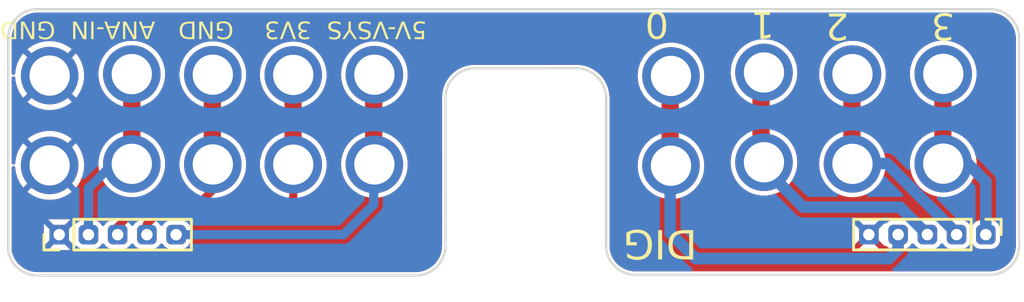
<source format=kicad_pcb>
(kicad_pcb (version 20221018) (generator pcbnew)
  (title_block (title "BitDogLab Panel SMD version") (date "2024-03-13") (rev "v5.3") (company "Universidade Estadual de Campinas (Unicamp)*/Hardware Innovation Technologies (HwIT)**") (comment 1 "Juliano Rodrigues Fernandes de Oliveira**") (comment 2 "Bruno Cesar de Camargo Angeli**") (comment 3 "Pedro Ivo Aragão Guimarães*") (comment 4 "Fabiano Fruett*"))
  (layers (0 "F.Cu" signal) (31 "B.Cu" signal) (34 "B.Paste" user) (35 "F.Paste" user) (36 "B.SilkS" user "B.Silkscreen") (37 "F.SilkS" user "F.Silkscreen") (38 "B.Mask" user) (39 "F.Mask" user) (44 "Edge.Cuts" user))
  (net 0 "")
  (net 1 "VSYS_EXT")
  (net 2 "3.3_OUT_EXT")
  (net 3 "GNDREF")
  (net 4 "/GP28_EXT")
  (net 5 "/AGND_EXT")
  (net 6 "/GP03_EXT")
  (net 7 "/GP02_EXT")
  (net 8 "/GP01_EXT")
  (net 9 "/GP0_EXT")
  (footprint "Connector_Wire:SolderWire-2sqmm_1x02_P7.8mm_D2mm_OD3.9mm" (layer "F.Cu") (at 115.969458 42.58615 90)
    (fp_text reference "J4" hide)
    (fp_text value "ANA-IN")
  )
  (footprint "Connector_Wire:SolderWire-2sqmm_1x02_P7.8mm_D2mm_OD3.9mm" (layer "F.Cu") (at 186.479458 42.56615 90)
    (fp_text reference "J10" hide)
    (fp_text value "0")
  )
  (footprint "Connector_Wire:SolderWire-2sqmm_1x02_P7.8mm_D2mm_OD3.9mm" (layer "F.Cu") (at 178.589458 42.58615 90)
    (fp_text reference "J11" hide)
    (fp_text value "1")
  )
  (footprint "Connector_PinHeader_2.54mm:PinHeader_1x05_P2.54mm_Vertical" (layer "F.Cu") (at 109.662368 48.737595 90)
    (fp_text reference "J2" hide)
    (fp_text value "Conn_01x05_Pin")
  )
  (footprint "Connector_Wire:SolderWire-2sqmm_1x02_P7.8mm_D2mm_OD3.9mm" (layer "F.Cu") (at 129.999458 34.85615 -90)
    (fp_text reference "J6" hide)
    (fp_text value "3V3")
  )
  (footprint "Connector_PinHeader_2.54mm:PinHeader_1x05_P2.54mm_Vertical" (layer "F.Cu") (at 190.176368 48.731245 -90)
    (fp_text reference "J9" hide)
    (fp_text value "Conn_01x05_Pin" hide)
  )
  (footprint "Connector_Wire:SolderWire-2sqmm_1x02_P7.8mm_D2mm_OD3.9mm" (layer "F.Cu") (at 108.829458 34.91615 -90)
    (fp_text reference "J3" hide)
    (fp_text value "GND")
  )
  (footprint "Connector_Wire:SolderWire-2sqmm_1x02_P7.8mm_D2mm_OD3.9mm" (layer "F.Cu") (at 137.049458 34.83615 -90)
    (fp_text reference "J7" hide)
    (fp_text value "5V-VSYS")
  )
  (footprint "Connector_Wire:SolderWire-2sqmm_1x02_P7.8mm_D2mm_OD3.9mm" (layer "F.Cu") (at 170.899458 34.64615 -90)
    (fp_text reference "J12" hide)
    (fp_text value "2")
  )
  (footprint "Connector_Wire:SolderWire-2sqmm_1x02_P7.8mm_D2mm_OD3.9mm" (layer "F.Cu") (at 162.819458 42.74615 90)
    (fp_text reference "J13" hide)
    (fp_text value "3")
  )
  (footprint "Connector_Wire:SolderWire-2sqmm_1x02_P7.8mm_D2mm_OD3.9mm" (layer "F.Cu") (at 123.009458 42.63615 90)
    (fp_text reference "J5" hide)
    (fp_text value "GND")
  )
  (gr_arc (start 105.23289 31.682242) (mid 105.976826 29.886178) (end 107.77289 29.142242) (stroke (width 0.2)) (layer "Edge.Cuts"))
  (gr_line (start 107.77289 29.142242) (end 190.540788 29.142242) (stroke (width 0.2)) (layer "Edge.Cuts"))
  (gr_line (start 157.179458 49.676501) (end 157.179458 36.866727) (stroke (width 0.2)) (layer "Edge.Cuts"))
  (gr_line (start 107.779913 52.28615) (end 140.639458 52.28615) (stroke (width 0.2)) (layer "Edge.Cuts"))
  (gr_arc (start 193.079458 49.680087) (mid 192.340614 51.470182) (end 190.553476 52.21615) (stroke (width 0.2)) (layer "Edge.Cuts"))
  (gr_arc (start 190.540788 29.142242) (mid 192.336356 29.886254) (end 193.079458 31.6822) (stroke (width 0.2)) (layer "Edge.Cuts"))
  (gr_arc (start 143.227699 36.822012) (mid 143.971677 35.025965) (end 145.767753 34.282011) (stroke (width 0.2)) (layer "Edge.Cuts"))
  (gr_line (start 193.079458 49.680087) (end 193.079458 31.6822) (stroke (width 0.2)) (layer "Edge.Cuts"))
  (gr_line (start 159.707495 52.21615) (end 190.553476 52.21615) (stroke (width 0.2)) (layer "Edge.Cuts"))
  (gr_arc (start 107.779913 52.28615) (mid 106.132761 51.690751) (end 105.232891 50.18814) (stroke (width 0.2)) (layer "Edge.Cuts"))
  (gr_arc (start 154.577925 34.274439) (mid 156.414153 35.033212) (end 157.179458 36.866727) (stroke (width 0.2)) (layer "Edge.Cuts"))
  (gr_line (start 105.232891 50.18814) (end 105.23289 31.682242) (stroke (width 0.2)) (layer "Edge.Cuts"))
  (gr_arc (start 143.228477 49.693548) (mid 142.472557 51.523386) (end 140.645562 52.28615) (stroke (width 0.2)) (layer "Edge.Cuts"))
  (gr_line (start 154.577925 34.274439) (end 145.767753 34.282011) (stroke (width 0.2)) (layer "Edge.Cuts"))
  (gr_line (start 143.227699 36.822012) (end 143.228477 49.693548) (stroke (width 0.2)) (layer "Edge.Cuts"))
  (gr_arc (start 159.707495 52.21615) (mid 157.916265 51.471126) (end 157.179458 49.676501) (stroke (width 0.2)) (layer "Edge.Cuts"))
  (gr_text "3       2    " (at 187.479458 29.12615 180) (layer "F.SilkS") (effects (font (size 2.3 2.3) (thickness 0.2)) (justify left bottom)))
  (gr_text "DIG" (at 165.089458 47.91615 180) (layer "F.SilkS") (effects (font (size 2.5 2.5) (thickness 0.3125)) (justify left bottom)))
  (gr_text "1       0    " (at 171.819458 28.98615 180) (layer "F.SilkS") (effects (font (size 2.3 2.3) (thickness 0.2)) (justify left bottom)))
  (gr_text "5V-VSYS  3V3    GND   ANA-IN  GND" (at 141.589458 29.96615 180) (layer "F.SilkS") (effects (font (size 1.5 1.5)) (justify left bottom)))
  (segment (start 136.988468 42.679695) (end 136.988468 34.879695) (width 1.5) (layer "F.Cu") (net 1))
  (segment (start 136.988468 46.113495) (end 136.988468 42.679695) (width 0.8) (layer "B.Cu") (net 1))
  (segment (start 119.822368 48.737595) (end 134.364368 48.737595) (width 0.8) (layer "B.Cu") (net 1))
  (segment (start 134.364368 48.737595) (end 136.988468 46.113495) (width 0.8) (layer "B.Cu") (net 1))
  (segment (start 128.424368 47.147595) (end 130.004368 45.567595) (width 0.7) (layer "F.Cu") (net 2))
  (segment (start 129.978068 42.679695) (end 129.978068 34.879695) (width 1.5) (layer "F.Cu") (net 2))
  (segment (start 117.282368 47.81324) (end 117.948013 47.147595) (width 0.7) (layer "F.Cu") (net 2))
  (segment (start 117.282368 47.989595) (end 117.282368 47.81324) (width 0.7) (layer "F.Cu") (net 2))
  (segment (start 117.282368 48.737595) (end 117.282368 47.989595) (width 0.8) (layer "F.Cu") (net 2))
  (segment (start 117.948013 47.147595) (end 128.424368 47.147595) (width 0.7) (layer "F.Cu") (net 2))
  (segment (start 130.004368 45.567595) (end 130.004368 42.647595) (width 0.7) (layer "F.Cu") (net 2))
  (segment (start 115.969458 42.58615) (end 115.969458 34.78615) (width 1.5) (layer "F.Cu") (net 4))
  (segment (start 112.202368 44.709595) (end 114.344368 42.567595) (width 0.8) (layer "B.Cu") (net 4))
  (segment (start 114.344368 42.567595) (end 115.934368 42.567595) (width 0.8) (layer "B.Cu") (net 4))
  (segment (start 112.202368 48.737595) (end 112.202368 44.709595) (width 0.8) (layer "B.Cu") (net 4))
  (segment (start 115.957268 42.679695) (end 116.363668 42.679695) (width 0.4) (layer "B.Cu") (net 4))
  (segment (start 114.742368 48.05324) (end 116.639458 46.15615) (width 0.7) (layer "F.Cu") (net 5))
  (segment (start 121.705813 46.15615) (end 122.984368 44.877595) (width 0.7) (layer "F.Cu") (net 5))
  (segment (start 122.967668 42.679695) (end 122.967668 34.879695) (width 1.5) (layer "F.Cu") (net 5))
  (segment (start 122.984368 44.877595) (end 122.984368 42.637595) (width 0.7) (layer "F.Cu") (net 5))
  (segment (start 114.742368 48.737595) (end 114.742368 48.05324) (width 0.7) (layer "F.Cu") (net 5))
  (segment (start 116.639458 46.15615) (end 121.705813 46.15615) (width 0.7) (layer "F.Cu") (net 5))
  (segment (start 186.444768 42.673345) (end 186.444768 34.873345) (width 1.5) (layer "F.Cu") (net 6))
  (segment (start 185.898668 42.673345) (end 186.444768 42.673345) (width 0.4) (layer "B.Cu") (net 6))
  (segment (start 188.614368 42.567595) (end 190.176368 44.129595) (width 1) (layer "B.Cu") (net 6))
  (segment (start 186.494368 42.567595) (end 188.614368 42.567595) (width 1) (layer "B.Cu") (net 6))
  (segment (start 190.176368 48.731245) (end 190.176368 44.129595) (width 1) (layer "B.Cu") (net 6))
  (segment (start 178.545368 42.673345) (end 178.545368 34.873345) (width 1.5) (layer "F.Cu") (net 7))
  (segment (start 187.636368 48.61306) (end 187.636368 48.731245) (width 1) (layer "B.Cu") (net 7))
  (segment (start 181.580903 42.557595) (end 187.636368 48.61306) (width 1) (layer "B.Cu") (net 7))
  (segment (start 178.614368 42.557595) (end 181.580903 42.557595) (width 1) (layer "B.Cu") (net 7))
  (segment (start 170.645968 42.673345) (end 170.645968 34.873345) (width 1.5) (layer "F.Cu") (net 8))
  (segment (start 182.711273 46.34615) (end 185.096368 48.731245) (width 1) (layer "B.Cu") (net 8))
  (segment (start 174.318773 46.34615) (end 182.711273 46.34615) (width 1) (layer "B.Cu") (net 8))
  (segment (start 170.645968 42.673345) (end 174.318773 46.34615) (width 1) (layer "B.Cu") (net 8))
  (segment (start 162.746568 42.673345) (end 162.746568 34.873345) (width 1.5) (layer "F.Cu") (net 9))
  (segment (start 182.556368 50.015595) (end 182.556368 48.731245) (width 1) (layer "B.Cu") (net 9))
  (segment (start 162.746568 48.579795) (end 162.746568 42.673345) (width 1) (layer "B.Cu") (net 9))
  (segment (start 164.984368 50.817595) (end 181.754368 50.817595) (width 1) (layer "B.Cu") (net 9))
  (segment (start 162.746568 48.579795) (end 164.984368 50.817595) (width 1) (layer "B.Cu") (net 9))
  (segment (start 181.754368 50.817595) (end 182.556368 50.015595) (width 1) (layer "B.Cu") (net 9))
  (zone (net 0) (net_name "") (layer "F.Cu") (connect_pads (clearance 0)) (min_thickness 0.25)
    (keepout (tracks not_allowed) (vias not_allowed) (pads not_allowed) (copperpour not_allowed) (footprints allowed))
    (fill (thermal_gap 0.5) (thermal_bridge_width 0.5))
    (polygon (pts (xy 129.269033 52.079556) (xy 129.329443 52.117916) (xy 129.359523 52.182846) (xy 129.349723 52.253736) (xy 129.303153 52.308076) (xy 129.234603 52.328606) (xy 119.414963 52.381856) (xy 119.379153 52.376906) (xy 119.318743 52.338546) (xy 119.288663 52.273616) (xy 119.298463 52.202726) (xy 119.345033 52.148386) (xy 119.413583 52.127856) (xy 129.233223 52.074606)))
  )
  (zone (net 0) (net_name "") (layer "F.Cu") (connect_pads (clearance 0)) (min_thickness 0.25)
    (keepout (tracks not_allowed) (vias not_allowed) (pads not_allowed) (copperpour not_allowed) (footprints allowed))
    (fill (thermal_gap 0.5) (thermal_bridge_width 0.5))
    (polygon (pts (xy 190.861958 29.123655) (xy 191.003188 29.139565) (xy 190.719858 29.123645)))
  )
  (zone (net 0) (net_name "") (layer "F.Cu") (connect_pads (clearance 0)) (min_thickness 0.25)
    (keepout (tracks not_allowed) (vias not_allowed) (pads not_allowed) (copperpour not_allowed) (footprints allowed))
    (fill (thermal_gap 0.5) (thermal_bridge_width 0.5))
    (polygon (pts (xy 193.227398 31.237505) (xy 193.243318 31.378705) (xy 193.195778 31.098955)))
  )
  (zone (net 0) (net_name "") (layer "F.Cu") (connect_pads (clearance 0)) (min_thickness 0.25)
    (keepout (tracks not_allowed) (vias not_allowed) (pads not_allowed) (copperpour not_allowed) (footprints allowed))
    (fill (thermal_gap 0.5) (thermal_bridge_width 0.5))
    (polygon (pts (xy 105.592668 50.731845) (xy 105.531648 50.597495) (xy 105.486358 50.457015)))
  )
  (zone (net 0) (net_name "") (layer "F.Cu") (connect_pads (clearance 0)) (min_thickness 0.25)
    (keepout (tracks not_allowed) (vias not_allowed) (pads not_allowed) (copperpour not_allowed) (footprints allowed))
    (fill (thermal_gap 0.5) (thermal_bridge_width 0.5))
    (polygon (pts (xy 120.109458 52.268175) (xy 119.490378 52.268185) (xy 119.490388 52.268195) (xy 119.490378 52.268205) (xy 119.490368 52.268215) (xy 107.951418 52.251875) (xy 107.951408 52.251865) (xy 107.951398 52.251855) (xy 107.951408 52.251845) (xy 107.951418 52.251845)))
  )
  (zone (net 0) (net_name "") (layer "F.Cu") (connect_pads (clearance 0)) (min_thickness 0.25)
    (keepout (tracks not_allowed) (vias not_allowed) (pads not_allowed) (copperpour not_allowed) (footprints allowed))
    (fill (thermal_gap 0.5) (thermal_bridge_width 0.5))
    (polygon (pts (xy 190.719308 52.201555) (xy 190.719298 52.201535) (xy 190.719308 52.201525)))
  )
  (zone (net 0) (net_name "") (layer "F.Cu") (connect_pads (clearance 0)) (min_thickness 0.25)
    (keepout (tracks not_allowed) (vias not_allowed) (pads not_allowed) (copperpour not_allowed) (footprints allowed))
    (fill (thermal_gap 0.5) (thermal_bridge_width 0.5))
    (polygon (pts (xy 105.411428 31.663635) (xy 105.411438 31.663645) (xy 105.411438 50.169545) (xy 105.411428 50.169555) (xy 105.411418 50.169565) (xy 105.411408 50.169555) (xy 105.411398 50.169545) (xy 105.411398 31.663645) (xy 105.411408 31.663635) (xy 105.411418 31.663625)))
  )
  (zone (net 0) (net_name "") (layer "F.Cu") (connect_pads (clearance 0)) (min_thickness 0.25)
    (keepout (tracks not_allowed) (vias not_allowed) (pads not_allowed) (copperpour not_allowed) (footprints allowed))
    (fill (thermal_gap 0.5) (thermal_bridge_width 0.5))
    (polygon (pts (xy 106.849858 29.374915) (xy 106.977868 29.313265) (xy 107.111968 29.266345)))
  )
  (zone (net 0) (net_name "") (layer "F.Cu") (connect_pads (clearance 0)) (min_thickness 0.25)
    (keepout (tracks not_allowed) (vias not_allowed) (pads not_allowed) (copperpour not_allowed) (footprints allowed))
    (fill (thermal_gap 0.5) (thermal_bridge_width 0.5))
    (polygon (pts (xy 191.423568 52.106055) (xy 191.285028 52.137675) (xy 191.557678 52.059135)))
  )
  (zone (net 0) (net_name "") (layer "F.Cu") (connect_pads (clearance 0)) (min_thickness 0.25)
    (keepout (tracks not_allowed) (vias not_allowed) (pads not_allowed) (copperpour not_allowed) (footprints allowed))
    (fill (thermal_gap 0.5) (thermal_bridge_width 0.5))
    (polygon (pts (xy 105.897068 51.239185) (xy 105.807138 51.122145) (xy 105.731158 50.995615)))
  )
  (zone (net 0) (net_name "") (layer "F.Cu") (connect_pads (clearance 0)) (min_thickness 0.25)
    (keepout (tracks not_allowed) (vias not_allowed) (pads not_allowed) (copperpour not_allowed) (footprints allowed))
    (fill (thermal_gap 0.5) (thermal_bridge_width 0.5))
    (polygon (pts (xy 191.145438 52.169535) (xy 191.004218 52.185445) (xy 191.283978 52.137915)))
  )
  (zone (net 0) (net_name "") (layer "F.Cu") (connect_pads (clearance 0)) (min_thickness 0.25)
    (keepout (tracks not_allowed) (vias not_allowed) (pads not_allowed) (copperpour not_allowed) (footprints allowed))
    (fill (thermal_gap 0.5) (thermal_bridge_width 0.5))
    (polygon (pts (xy 135.945268 52.1211) (xy 136.005678 52.15946) (xy 136.035758 52.22439) (xy 136.025958 52.29528) (xy 135.979388 52.34962) (xy 135.910838 52.37015) (xy 126.091198 52.4234) (xy 126.055388 52.41845) (xy 125.994978 52.38009) (xy 125.964898 52.31516) (xy 125.974698 52.24427) (xy 126.021268 52.18993) (xy 126.089818 52.1694) (xy 135.909458 52.11615)))
  )
  (zone (net 0) (net_name "") (layer "F.Cu") (connect_pads (clearance 0)) (min_thickness 0.25)
    (keepout (tracks not_allowed) (vias not_allowed) (pads not_allowed) (copperpour not_allowed) (footprints allowed))
    (fill (thermal_gap 0.5) (thermal_bridge_width 0.5))
    (polygon (pts (xy 193.195628 50.226735) (xy 193.195488 50.227225) (xy 193.195718 50.226235)))
  )
  (zone (net 0) (net_name "") (layer "F.Cu") (connect_pads (clearance 0)) (min_thickness 0.25)
    (keepout (tracks not_allowed) (vias not_allowed) (pads not_allowed) (copperpour not_allowed) (footprints allowed))
    (fill (thermal_gap 0.5) (thermal_bridge_width 0.5))
    (polygon (pts (xy 105.411438 31.663095) (xy 105.411428 31.520995) (xy 105.427348 31.379745)))
  )
  (zone (net 0) (net_name "") (layer "F.Cu") (connect_pads (clearance 0)) (min_thickness 0.25)
    (keepout (tracks not_allowed) (vias not_allowed) (pads not_allowed) (copperpour not_allowed) (footprints allowed))
    (fill (thermal_gap 0.5) (thermal_bridge_width 0.5))
    (polygon (pts (xy 190.719858 29.123645) (xy 190.719318 29.123645) (xy 190.719298 29.123635) (xy 190.719318 29.123615)))
  )
  (zone (net 0) (net_name "") (layer "F.Cu") (connect_pads (clearance 0)) (min_thickness 0.25)
    (keepout (tracks not_allowed) (vias not_allowed) (pads not_allowed) (copperpour not_allowed) (footprints allowed))
    (fill (thermal_gap 0.5) (thermal_bridge_width 0.5))
    (polygon (pts (xy 106.805898 51.984725) (xy 106.673488 51.919475) (xy 106.549398 51.839545)))
  )
  (zone (net 0) (net_name "") (layer "F.Cu") (connect_pads (clearance 0)) (min_thickness 0.25)
    (keepout (tracks not_allowed) (vias not_allowed) (pads not_allowed) (copperpour not_allowed) (footprints allowed))
    (fill (thermal_gap 0.5) (thermal_bridge_width 0.5))
    (polygon (pts (xy 107.386788 29.187175) (xy 107.525288 29.155565) (xy 107.666488 29.139655)))
  )
  (zone (net 0) (net_name "") (layer "F.Cu") (connect_pads (clearance 0)) (min_thickness 0.25)
    (keepout (tracks not_allowed) (vias not_allowed) (pads not_allowed) (copperpour not_allowed) (footprints allowed))
    (fill (thermal_gap 0.5) (thermal_bridge_width 0.5))
    (polygon (pts (xy 191.949898 29.437075) (xy 192.070238 29.512695) (xy 191.821848 29.375415)))
  )
  (zone (net 0) (net_name "") (layer "F.Cu") (connect_pads (clearance 0)) (min_thickness 0.25)
    (keepout (tracks not_allowed) (vias not_allowed) (pads not_allowed) (copperpour not_allowed) (footprints allowed))
    (fill (thermal_gap 0.5) (thermal_bridge_width 0.5))
    (polygon (pts (xy 143.486188 49.575655) (xy 143.521428 49.619835) (xy 143.534008 49.674945) (xy 143.517258 49.973555) (xy 143.467168 50.268425) (xy 143.384378 50.555825) (xy 143.269938 50.832155) (xy 143.125268 51.093925) (xy 142.952198 51.337845) (xy 142.752908 51.560865) (xy 142.529898 51.760155) (xy 142.285968 51.933235) (xy 142.024198 52.077905) (xy 141.747878 52.192355) (xy 141.460478 52.275145) (xy 141.165618 52.325235) (xy 140.866998 52.341995) (xy 140.866998 52.341955) (xy 140.811898 52.329375) (xy 140.767708 52.294135) (xy 140.743188 52.243205) (xy 140.743188 52.186685) (xy 140.767718 52.135765) (xy 140.811908 52.100525) (xy 140.867008 52.087955) (xy 140.867008 52.087995) (xy 141.012968 52.088005) (xy 141.302768 52.052825) (xy 141.586218 51.982965) (xy 141.859168 51.879455) (xy 142.117658 51.743795) (xy 142.357908 51.577965) (xy 142.576418 51.384375) (xy 142.769998 51.165865) (xy 142.935828 50.925615) (xy 143.071488 50.667125) (xy 143.174988 50.394165) (xy 143.244838 50.110715) (xy 143.280018 49.820925) (xy 143.280008 49.674955) (xy 143.292578 49.619855) (xy 143.327818 49.575665) (xy 143.378738 49.551135) (xy 143.435258 49.551135)))
  )
  (zone (net 0) (net_name "") (layer "F.Cu") (connect_pads (clearance 0)) (min_thickness 0.25)
    (keepout (tracks not_allowed) (vias not_allowed) (pads not_allowed) (copperpour not_allowed) (footprints allowed))
    (fill (thermal_gap 0.5) (thermal_bridge_width 0.5))
    (polygon (pts (xy 107.656388 52.234955) (xy 107.655608 52.234915) (xy 107.654828 52.234775)))
  )
  (zone (net 0) (net_name "") (layer "F.Cu") (connect_pads (clearance 0)) (min_thickness 0.25)
    (keepout (tracks not_allowed) (vias not_allowed) (pads not_allowed) (copperpour not_allowed) (footprints allowed))
    (fill (thermal_gap 0.5) (thermal_bridge_width 0.5))
    (polygon (pts (xy 106.600518 29.512655) (xy 106.720838 29.437045) (xy 106.848848 29.375395)))
  )
  (zone (net 0) (net_name "") (layer "F.Cu") (connect_pads (clearance 0)) (min_thickness 0.25)
    (keepout (tracks not_allowed) (vias not_allowed) (pads not_allowed) (copperpour not_allowed) (footprints allowed))
    (fill (thermal_gap 0.5) (thermal_bridge_width 0.5))
    (polygon (pts (xy 106.599588 29.513235) (xy 106.600038 29.512915) (xy 106.600518 29.512655)))
  )
  (zone (net 0) (net_name "") (layer "F.Cu") (connect_pads (clearance 0)) (min_thickness 0.25)
    (keepout (tracks not_allowed) (vias not_allowed) (pads not_allowed) (copperpour not_allowed) (footprints allowed))
    (fill (thermal_gap 0.5) (thermal_bridge_width 0.5))
    (polygon (pts (xy 154.792128 34.133945) (xy 154.852358 34.172585) (xy 154.882138 34.237655) (xy 154.872018 34.308495) (xy 154.825198 34.362615) (xy 154.756558 34.382835) (xy 145.946388 34.390415) (xy 145.910598 34.385305) (xy 145.850368 34.346665) (xy 145.820588 34.281595) (xy 145.830708 34.210755) (xy 145.877528 34.156635) (xy 145.946168 34.136415) (xy 154.756338 34.128835)))
  )
  (zone (net 0) (net_name "") (layer "F.Cu") (connect_pads (clearance 0)) (min_thickness 0.25)
    (keepout (tracks not_allowed) (vias not_allowed) (pads not_allowed) (copperpour not_allowed) (footprints allowed))
    (fill (thermal_gap 0.5) (thermal_bridge_width 0.5))
    (polygon (pts (xy 192.616198 51.356685) (xy 192.515698 51.457185) (xy 192.704788 51.245595)))
  )
  (zone (net 0) (net_name "") (layer "F.Cu") (connect_pads (clearance 0)) (min_thickness 0.25)
    (keepout (tracks not_allowed) (vias not_allowed) (pads not_allowed) (copperpour not_allowed) (footprints allowed))
    (fill (thermal_gap 0.5) (thermal_bridge_width 0.5))
    (polygon (pts (xy 191.692838 52.011835) (xy 191.558728 52.058765) (xy 191.820878 51.950175)))
  )
  (zone (net 0) (net_name "") (layer "F.Cu") (connect_pads (clearance 0)) (min_thickness 0.25)
    (keepout (tracks not_allowed) (vias not_allowed) (pads not_allowed) (copperpour not_allowed) (footprints allowed))
    (fill (thermal_gap 0.5) (thermal_bridge_width 0.5))
    (polygon (pts (xy 105.486358 50.457015) (xy 105.486078 50.456275) (xy 105.485878 50.455515)))
  )
  (zone (net 0) (net_name "") (layer "F.Cu") (connect_pads (clearance 0)) (min_thickness 0.25)
    (keepout (tracks not_allowed) (vias not_allowed) (pads not_allowed) (copperpour not_allowed) (footprints allowed))
    (fill (thermal_gap 0.5) (thermal_bridge_width 0.5))
    (polygon (pts (xy 107.951418 29.123615) (xy 107.951438 29.123635) (xy 107.951418 29.123645) (xy 107.951418 29.123615) (xy 107.950918 29.123615) (xy 107.951418 29.123595)))
  )
  (zone (net 0) (net_name "") (layer "F.Cu") (connect_pads (clearance 0)) (min_thickness 0.25)
    (keepout (tracks not_allowed) (vias not_allowed) (pads not_allowed) (copperpour not_allowed) (footprints allowed))
    (fill (thermal_gap 0.5) (thermal_bridge_width 0.5))
    (polygon (pts (xy 191.284528 29.187305) (xy 191.285038 29.187455) (xy 191.283998 29.187215)))
  )
  (zone (net 0) (net_name "") (layer "F.Cu") (connect_pads (clearance 0)) (min_thickness 0.25)
    (keepout (tracks not_allowed) (vias not_allowed) (pads not_allowed) (copperpour not_allowed) (footprints allowed))
    (fill (thermal_gap 0.5) (thermal_bridge_width 0.5))
    (polygon (pts (xy 105.553778 30.825235) (xy 105.553928 30.824715) (xy 105.554138 30.824215)))
  )
  (zone (net 0) (net_name "") (layer "F.Cu") (connect_pads (clearance 0)) (min_thickness 0.25)
    (keepout (tracks not_allowed) (vias not_allowed) (pads not_allowed) (copperpour not_allowed) (footprints allowed))
    (fill (thermal_gap 0.5) (thermal_bridge_width 0.5))
    (polygon (pts (xy 192.070698 29.512945) (xy 192.071118 29.513245) (xy 192.070238 29.512695)))
  )
  (zone (net 0) (net_name "") (layer "F.Cu") (connect_pads (clearance 0)) (min_thickness 0.25)
    (keepout (tracks not_allowed) (vias not_allowed) (pads not_allowed) (copperpour not_allowed) (footprints allowed))
    (fill (thermal_gap 0.5) (thermal_bridge_width 0.5))
    (polygon (pts (xy 192.705158 51.245185) (xy 192.704788 51.245595) (xy 192.705478 51.244745)))
  )
  (zone (net 0) (net_name "") (layer "F.Cu") (connect_pads (clearance 0)) (min_thickness 0.25)
    (keepout (tracks not_allowed) (vias not_allowed) (pads not_allowed) (copperpour not_allowed) (footprints allowed))
    (fill (thermal_gap 0.5) (thermal_bridge_width 0.5))
    (polygon (pts (xy 105.475228 31.097895) (xy 105.506848 30.959365) (xy 105.553778 30.825235)))
  )
  (zone (net 0) (net_name "") (layer "F.Cu") (connect_pads (clearance 0)) (min_thickness 0.25)
    (keepout (tracks not_allowed) (vias not_allowed) (pads not_allowed) (copperpour not_allowed) (footprints allowed))
    (fill (thermal_gap 0.5) (thermal_bridge_width 0.5))
    (polygon (pts (xy 105.464178 31.548125) (xy 105.518258 31.594985) (xy 105.538418 31.663645) (xy 105.538418 50.169545) (xy 105.533278 50.205325) (xy 105.494588 50.265525) (xy 105.429488 50.295255) (xy 105.358658 50.285065) (xy 105.304578 50.238205) (xy 105.284418 50.169545) (xy 105.284418 31.663645) (xy 105.289558 31.627865) (xy 105.328248 31.567665) (xy 105.393348 31.537935)))
  )
  (zone (net 0) (net_name "") (layer "F.Cu") (connect_pads (clearance 0)) (min_thickness 0.25)
    (keepout (tracks not_allowed) (vias not_allowed) (pads not_allowed) (copperpour not_allowed) (footprints allowed))
    (fill (thermal_gap 0.5) (thermal_bridge_width 0.5))
    (polygon (pts (xy 193.163858 50.365795) (xy 193.116918 50.499955) (xy 193.195488 50.227225)))
  )
  (zone (net 0) (net_name "") (layer "F.Cu") (connect_pads (clearance 0)) (min_thickness 0.25)
    (keepout (tracks not_allowed) (vias not_allowed) (pads not_allowed) (copperpour not_allowed) (footprints allowed))
    (fill (thermal_gap 0.5) (thermal_bridge_width 0.5))
    (polygon (pts (xy 193.259328 49.661535) (xy 193.259298 49.662075) (xy 193.259298 49.661535) (xy 193.259308 49.661525)))
  )
  (zone (net 0) (net_name "") (layer "F.Cu") (connect_pads (clearance 0)) (min_thickness 0.25)
    (keepout (tracks not_allowed) (vias not_allowed) (pads not_allowed) (copperpour not_allowed) (footprints allowed))
    (fill (thermal_gap 0.5) (thermal_bridge_width 0.5))
    (polygon (pts (xy 192.070668 51.812195) (xy 192.070188 51.812455) (xy 192.071108 51.811885)))
  )
  (zone (net 0) (net_name "") (layer "F.Cu") (connect_pads (clearance 0)) (min_thickness 0.25)
    (keepout (tracks not_allowed) (vias not_allowed) (pads not_allowed) (copperpour not_allowed) (footprints allowed))
    (fill (thermal_gap 0.5) (thermal_bridge_width 0.5))
    (polygon (pts (xy 107.113048 29.265965) (xy 107.247148 29.219045) (xy 107.385648 29.187435)))
  )
  (zone (net 0) (net_name "") (layer "F.Cu") (connect_pads (clearance 0)) (min_thickness 0.25)
    (keepout (tracks not_allowed) (vias not_allowed) (pads not_allowed) (copperpour not_allowed) (footprints allowed))
    (fill (thermal_gap 0.5) (thermal_bridge_width 0.5))
    (polygon (pts (xy 107.111968 29.266345) (xy 107.112498 29.266125) (xy 107.113048 29.265965)))
  )
  (zone (net 0) (net_name "") (layer "F.Cu") (connect_pads (clearance 0)) (min_thickness 0.25)
    (keepout (tracks not_allowed) (vias not_allowed) (pads not_allowed) (copperpour not_allowed) (footprints allowed))
    (fill (thermal_gap 0.5) (thermal_bridge_width 0.5))
    (polygon (pts (xy 193.007768 50.763595) (xy 193.007508 50.764075) (xy 193.007978 50.763085)))
  )
  (zone (net 0) (net_name "") (layer "F.Cu") (connect_pads (clearance 0)) (min_thickness 0.25)
    (keepout (tracks not_allowed) (vias not_allowed) (pads not_allowed) (copperpour not_allowed) (footprints allowed))
    (fill (thermal_gap 0.5) (thermal_bridge_width 0.5))
    (polygon (pts (xy 191.949868 51.888055) (xy 191.821838 51.949715) (xy 192.070188 51.812455)))
  )
  (zone (net 0) (net_name "") (layer "F.Cu") (connect_pads (clearance 0)) (min_thickness 0.25)
    (keepout (tracks not_allowed) (vias not_allowed) (pads not_allowed) (copperpour not_allowed) (footprints allowed))
    (fill (thermal_gap 0.5) (thermal_bridge_width 0.5))
    (polygon (pts (xy 192.515398 29.867575) (xy 192.515768 29.867995) (xy 192.514978 29.867195)))
  )
  (zone (net 0) (net_name "") (layer "F.Cu") (connect_pads (clearance 0)) (min_thickness 0.25)
    (keepout (tracks not_allowed) (vias not_allowed) (pads not_allowed) (copperpour not_allowed) (footprints allowed))
    (fill (thermal_gap 0.5) (thermal_bridge_width 0.5))
    (polygon (pts (xy 192.302968 51.647375) (xy 192.302508 51.647695) (xy 192.303388 51.646995)))
  )
  (zone (net 0) (net_name "") (layer "F.Cu") (connect_pads (clearance 0)) (min_thickness 0.25)
    (keepout (tracks not_allowed) (vias not_allowed) (pads not_allowed) (copperpour not_allowed) (footprints allowed))
    (fill (thermal_gap 0.5) (thermal_bridge_width 0.5))
    (polygon (pts (xy 168.894388 52.141195) (xy 168.930128 52.146635) (xy 168.990018 52.185805) (xy 169.019218 52.251125) (xy 169.008468 52.321875) (xy 168.961168 52.375585) (xy 168.892348 52.395195) (xy 159.884978 52.322935) (xy 159.849238 52.317505) (xy 159.789358 52.278335) (xy 159.760148 52.213005) (xy 159.770898 52.142265) (xy 159.818198 52.088555) (xy 159.887018 52.068945)))
  )
  (zone (net 0) (net_name "") (layer "F.Cu") (connect_pads (clearance 0)) (min_thickness 0.25)
    (keepout (tracks not_allowed) (vias not_allowed) (pads not_allowed) (copperpour not_allowed) (footprints allowed))
    (fill (thermal_gap 0.5) (thermal_bridge_width 0.5))
    (polygon (pts (xy 106.155738 29.867195) (xy 106.256228 29.766705) (xy 106.367328 29.678115)))
  )
  (zone (net 0) (net_name "") (layer "F.Cu") (connect_pads (clearance 0)) (min_thickness 0.25)
    (keepout (tracks not_allowed) (vias not_allowed) (pads not_allowed) (copperpour not_allowed) (footprints allowed))
    (fill (thermal_gap 0.5) (thermal_bridge_width 0.5))
    (polygon (pts (xy 107.654828 52.234775) (xy 107.508188 52.217915) (xy 107.364478 52.184425)))
  )
  (zone (net 0) (net_name "") (layer "F.Cu") (connect_pads (clearance 0)) (min_thickness 0.25)
    (keepout (tracks not_allowed) (vias not_allowed) (pads not_allowed) (copperpour not_allowed) (footprints allowed))
    (fill (thermal_gap 0.5) (thermal_bridge_width 0.5))
    (polygon (pts (xy 193.227348 50.087665) (xy 193.195718 50.226235) (xy 193.243258 49.946435)))
  )
  (zone (net 0) (net_name "") (layer "F.Cu") (connect_pads (clearance 0)) (min_thickness 0.25)
    (keepout (tracks not_allowed) (vias not_allowed) (pads not_allowed) (copperpour not_allowed) (footprints allowed))
    (fill (thermal_gap 0.5) (thermal_bridge_width 0.5))
    (polygon (pts (xy 106.090688 51.463475) (xy 105.987968 51.357475) (xy 105.898038 51.240445)))
  )
  (zone (net 0) (net_name "") (layer "F.Cu") (connect_pads (clearance 0)) (min_thickness 0.25)
    (keepout (tracks not_allowed) (vias not_allowed) (pads not_allowed) (copperpour not_allowed) (footprints allowed))
    (fill (thermal_gap 0.5) (thermal_bridge_width 0.5))
    (polygon (pts (xy 193.338498 49.562245) (xy 193.373738 49.606435) (xy 193.386308 49.661535) (xy 193.369538 49.960145) (xy 193.319438 50.254995) (xy 193.236638 50.542385) (xy 193.122178 50.818695) (xy 192.977508 51.080445) (xy 192.804438 51.324365) (xy 192.605148 51.547365) (xy 192.382138 51.746655) (xy 192.138228 51.919715) (xy 191.876468 52.064385) (xy 191.600158 52.178835) (xy 191.312768 52.261625) (xy 191.017918 52.311725) (xy 190.719308 52.328495) (xy 190.719308 52.328535) (xy 190.664208 52.315955) (xy 190.620018 52.280715) (xy 190.595498 52.229795) (xy 190.595498 52.173275) (xy 190.620018 52.122355) (xy 190.664208 52.087115) (xy 190.719308 52.074535) (xy 190.719308 52.074495) (xy 190.865268 52.074495) (xy 191.155058 52.039305) (xy 191.438488 51.969445) (xy 191.711438 51.865935) (xy 191.969918 51.730275) (xy 192.210158 51.564455) (xy 192.428658 51.370875) (xy 192.622238 51.152375) (xy 192.788068 50.912135) (xy 192.923728 50.653655) (xy 193.027248 50.380715) (xy 193.097118 50.097285) (xy 193.132308 49.807495) (xy 193.132308 49.661535) (xy 193.144888 49.606435) (xy 193.180128 49.562245) (xy 193.231048 49.537725) (xy 193.287568 49.537725)))
  )
  (zone (net 0) (net_name "") (layer "F.Cu") (connect_pads (clearance 0)) (min_thickness 0.25)
    (keepout (tracks not_allowed) (vias not_allowed) (pads not_allowed) (copperpour not_allowed) (footprints allowed))
    (fill (thermal_gap 0.5) (thermal_bridge_width 0.5))
    (polygon (pts (xy 190.861948 52.201475) (xy 190.719848 52.201475) (xy 191.003178 52.185565)))
  )
  (zone (net 0) (net_name "") (layer "F.Cu") (connect_pads (clearance 0)) (min_thickness 0.25)
    (keepout (tracks not_allowed) (vias not_allowed) (pads not_allowed) (copperpour not_allowed) (footprints allowed))
    (fill (thermal_gap 0.5) (thermal_bridge_width 0.5))
    (polygon (pts (xy 192.515358 51.457565) (xy 192.514978 51.457905) (xy 192.515698 51.457185)))
  )
  (zone (net 0) (net_name "") (layer "F.Cu") (connect_pads (clearance 0)) (min_thickness 0.25)
    (keepout (tracks not_allowed) (vias not_allowed) (pads not_allowed) (copperpour not_allowed) (footprints allowed))
    (fill (thermal_gap 0.5) (thermal_bridge_width 0.5))
    (polygon (pts (xy 105.485878 50.455515) (xy 105.440588 50.315035) (xy 105.411568 50.170015)))
  )
  (zone (net 0) (net_name "") (layer "F.Cu") (connect_pads (clearance 0)) (min_thickness 0.25)
    (keepout (tracks not_allowed) (vias not_allowed) (pads not_allowed) (copperpour not_allowed) (footprints allowed))
    (fill (thermal_gap 0.5) (thermal_bridge_width 0.5))
    (polygon (pts (xy 192.191428 51.736275) (xy 192.071108 51.811885) (xy 192.302508 51.647695)))
  )
  (zone (net 0) (net_name "") (layer "F.Cu") (connect_pads (clearance 0)) (min_thickness 0.25)
    (keepout (tracks not_allowed) (vias not_allowed) (pads not_allowed) (copperpour not_allowed) (footprints allowed))
    (fill (thermal_gap 0.5) (thermal_bridge_width 0.5))
    (polygon (pts (xy 191.003698 52.185535) (xy 191.003178 52.185565) (xy 191.004218 52.185445)))
  )
  (zone (net 0) (net_name "") (layer "F.Cu") (connect_pads (clearance 0)) (min_thickness 0.25)
    (keepout (tracks not_allowed) (vias not_allowed) (pads not_allowed) (copperpour not_allowed) (footprints allowed))
    (fill (thermal_gap 0.5) (thermal_bridge_width 0.5))
    (polygon (pts (xy 193.259328 31.663635) (xy 193.259338 31.663645) (xy 193.259338 49.661545) (xy 193.259328 49.661555) (xy 193.259318 49.661565) (xy 193.259308 49.661555) (xy 193.259308 49.661545) (xy 193.259308 31.663645) (xy 193.259308 31.663635) (xy 193.259318 31.663625)))
  )
  (zone (net 0) (net_name "") (layer "F.Cu") (connect_pads (clearance 0)) (min_thickness 0.25)
    (keepout (tracks not_allowed) (vias not_allowed) (pads not_allowed) (copperpour not_allowed) (footprints allowed))
    (fill (thermal_gap 0.5) (thermal_bridge_width 0.5))
    (polygon (pts (xy 107.385648 29.187435) (xy 107.386208 29.187275) (xy 107.386788 29.187175)))
  )
  (zone (net 0) (net_name "") (layer "F.Cu") (connect_pads (clearance 0)) (min_thickness 0.25)
    (keepout (tracks not_allowed) (vias not_allowed) (pads not_allowed) (copperpour not_allowed) (footprints allowed))
    (fill (thermal_gap 0.5) (thermal_bridge_width 0.5))
    (polygon (pts (xy 107.951418 52.251845) (xy 107.951428 52.251855) (xy 107.951418 52.251875) (xy 107.950878 52.251845)))
  )
  (zone (net 0) (net_name "") (layer "F.Cu") (connect_pads (clearance 0)) (min_thickness 0.25)
    (keepout (tracks not_allowed) (vias not_allowed) (pads not_allowed) (copperpour not_allowed) (footprints allowed))
    (fill (thermal_gap 0.5) (thermal_bridge_width 0.5))
    (polygon (pts (xy 193.007818 30.561565) (xy 193.008028 30.562065) (xy 193.007558 30.561085)))
  )
  (zone (net 0) (net_name "") (layer "F.Cu") (connect_pads (clearance 0)) (min_thickness 0.25)
    (keepout (tracks not_allowed) (vias not_allowed) (pads not_allowed) (copperpour not_allowed) (footprints allowed))
    (fill (thermal_gap 0.5) (thermal_bridge_width 0.5))
    (polygon (pts (xy 105.474988 31.098975) (xy 105.475078 31.098425) (xy 105.475228 31.097895)))
  )
  (zone (net 0) (net_name "") (layer "F.Cu") (connect_pads (clearance 0)) (min_thickness 0.25)
    (keepout (tracks not_allowed) (vias not_allowed) (pads not_allowed) (copperpour not_allowed) (footprints allowed))
    (fill (thermal_gap 0.5) (thermal_bridge_width 0.5))
    (polygon (pts (xy 105.730338 50.994255) (xy 105.654368 50.867715) (xy 105.593348 50.733365)))
  )
  (zone (net 0) (net_name "") (layer "F.Cu") (connect_pads (clearance 0)) (min_thickness 0.25)
    (keepout (tracks not_allowed) (vias not_allowed) (pads not_allowed) (copperpour not_allowed) (footprints allowed))
    (fill (thermal_gap 0.5) (thermal_bridge_width 0.5))
    (polygon (pts (xy 107.078668 52.100335) (xy 106.939708 52.050655) (xy 106.807298 51.985415)))
  )
  (zone (net 0) (net_name "") (layer "F.Cu") (connect_pads (clearance 0)) (min_thickness 0.25)
    (keepout (tracks not_allowed) (vias not_allowed) (pads not_allowed) (copperpour not_allowed) (footprints allowed))
    (fill (thermal_gap 0.5) (thermal_bridge_width 0.5))
    (polygon (pts (xy 192.869988 51.012885) (xy 192.869678 51.013315) (xy 192.870238 51.012425)))
  )
  (zone (net 0) (net_name "") (layer "F.Cu") (connect_pads (clearance 0)) (min_thickness 0.25)
    (keepout (tracks not_allowed) (vias not_allowed) (pads not_allowed) (copperpour not_allowed) (footprints allowed))
    (fill (thermal_gap 0.5) (thermal_bridge_width 0.5))
    (polygon (pts (xy 106.154988 29.867945) (xy 106.155348 29.867555) (xy 106.155738 29.867195)))
  )
  (zone (net 0) (net_name "") (layer "F.Cu") (connect_pads (clearance 0)) (min_thickness 0.25)
    (keepout (tracks not_allowed) (vias not_allowed) (pads not_allowed) (copperpour not_allowed) (footprints allowed))
    (fill (thermal_gap 0.5) (thermal_bridge_width 0.5))
    (polygon (pts (xy 107.364478 52.184425) (xy 107.363668 52.184285) (xy 107.362878 52.184055)))
  )
  (zone (net 0) (net_name "") (layer "F.Cu") (connect_pads (clearance 0)) (min_thickness 0.25)
    (keepout (tracks not_allowed) (vias not_allowed) (pads not_allowed) (copperpour not_allowed) (footprints allowed))
    (fill (thermal_gap 0.5) (thermal_bridge_width 0.5))
    (polygon (pts (xy 105.898038 51.240445) (xy 105.897518 51.239835) (xy 105.897068 51.239185)))
  )
  (zone (net 0) (net_name "") (layer "F.Cu") (connect_pads (clearance 0)) (min_thickness 0.25)
    (keepout (tracks not_allowed) (vias not_allowed) (pads not_allowed) (copperpour not_allowed) (footprints allowed))
    (fill (thermal_gap 0.5) (thermal_bridge_width 0.5))
    (polygon (pts (xy 146.001388 34.148995) (xy 146.045578 34.184235) (xy 146.070098 34.235155) (xy 146.070098 34.291675) (xy 146.045568 34.342595) (xy 146.001378 34.377835) (xy 145.946278 34.390415) (xy 145.800318 34.390415) (xy 145.510518 34.425595) (xy 145.227078 34.495445) (xy 144.954118 34.598955) (xy 144.695638 34.734615) (xy 144.455388 34.900445) (xy 144.236868 35.094025) (xy 144.043288 35.312525) (xy 143.877458 35.552775) (xy 143.741798 35.811265) (xy 143.638278 36.084215) (xy 143.568418 36.367655) (xy 143.533228 36.657445) (xy 143.533228 36.803415) (xy 143.520648 36.858515) (xy 143.485418 36.902705) (xy 143.434488 36.927225) (xy 143.377968 36.927225) (xy 143.327048 36.902705) (xy 143.291808 36.858515) (xy 143.279228 36.803415) (xy 143.295998 36.504805) (xy 143.346098 36.209945) (xy 143.428888 35.922545) (xy 143.543348 35.646225) (xy 143.688018 35.384465) (xy 143.861098 35.140545) (xy 144.060388 34.917535) (xy 144.283398 34.718245) (xy 144.527328 34.545175) (xy 144.789098 34.400505) (xy 145.065408 34.286055) (xy 145.352808 34.203265) (xy 145.647668 34.153175) (xy 145.946288 34.136415)))
  )
  (zone (net 0) (net_name "") (layer "F.Cu") (connect_pads (clearance 0)) (min_thickness 0.25)
    (keepout (tracks not_allowed) (vias not_allowed) (pads not_allowed) (copperpour not_allowed) (footprints allowed))
    (fill (thermal_gap 0.5) (thermal_bridge_width 0.5))
    (polygon (pts (xy 192.303008 29.677775) (xy 192.303418 29.678135) (xy 192.302558 29.677455)))
  )
  (zone (net 0) (net_name "") (layer "F.Cu") (connect_pads (clearance 0)) (min_thickness 0.25)
    (keepout (tracks not_allowed) (vias not_allowed) (pads not_allowed) (copperpour not_allowed) (footprints allowed))
    (fill (thermal_gap 0.5) (thermal_bridge_width 0.5))
    (polygon (pts (xy 192.870038 30.312265) (xy 192.870288 30.312725) (xy 192.869728 30.311835)))
  )
  (zone (net 0) (net_name "") (layer "F.Cu") (connect_pads (clearance 0)) (min_thickness 0.25)
    (keepout (tracks not_allowed) (vias not_allowed) (pads not_allowed) (copperpour not_allowed) (footprints allowed))
    (fill (thermal_gap 0.5) (thermal_bridge_width 0.5))
    (polygon (pts (xy 191.423588 29.219075) (xy 191.557718 29.266005) (xy 191.285038 29.187455)))
  )
  (zone (net 0) (net_name "") (layer "F.Cu") (connect_pads (clearance 0)) (min_thickness 0.25)
    (keepout (tracks not_allowed) (vias not_allowed) (pads not_allowed) (copperpour not_allowed) (footprints allowed))
    (fill (thermal_gap 0.5) (thermal_bridge_width 0.5))
    (polygon (pts (xy 193.243348 49.945925) (xy 193.243258 49.946435) (xy 193.243378 49.945405)))
  )
  (zone (net 0) (net_name "") (layer "F.Cu") (connect_pads (clearance 0)) (min_thickness 0.25)
    (keepout (tracks not_allowed) (vias not_allowed) (pads not_allowed) (copperpour not_allowed) (footprints allowed))
    (fill (thermal_gap 0.5) (thermal_bridge_width 0.5))
    (polygon (pts (xy 107.080188 52.100885) (xy 107.079418 52.100655) (xy 107.078668 52.100335)))
  )
  (zone (net 0) (net_name "") (layer "F.Cu") (connect_pads (clearance 0)) (min_thickness 0.25)
    (keepout (tracks not_allowed) (vias not_allowed) (pads not_allowed) (copperpour not_allowed) (footprints allowed))
    (fill (thermal_gap 0.5) (thermal_bridge_width 0.5))
    (polygon (pts (xy 193.116828 30.824725) (xy 193.116978 30.825235) (xy 193.116628 30.824225)))
  )
  (zone (net 0) (net_name "") (layer "F.Cu") (connect_pads (clearance 0)) (min_thickness 0.25)
    (keepout (tracks not_allowed) (vias not_allowed) (pads not_allowed) (copperpour not_allowed) (footprints allowed))
    (fill (thermal_gap 0.5) (thermal_bridge_width 0.5))
    (polygon (pts (xy 191.284508 52.137825) (xy 191.283978 52.137915) (xy 191.285028 52.137675)))
  )
  (zone (net 0) (net_name "") (layer "F.Cu") (connect_pads (clearance 0)) (min_thickness 0.25)
    (keepout (tracks not_allowed) (vias not_allowed) (pads not_allowed) (copperpour not_allowed) (footprints allowed))
    (fill (thermal_gap 0.5) (thermal_bridge_width 0.5))
    (polygon (pts (xy 107.950878 52.251845) (xy 107.803028 52.251815) (xy 107.656388 52.234955)))
  )
  (zone (net 0) (net_name "") (layer "F.Cu") (connect_pads (clearance 0)) (min_thickness 0.25)
    (keepout (tracks not_allowed) (vias not_allowed) (pads not_allowed) (copperpour not_allowed) (footprints allowed))
    (fill (thermal_gap 0.5) (thermal_bridge_width 0.5))
    (polygon (pts (xy 105.965878 30.079575) (xy 106.054498 29.968435) (xy 106.154988 29.867945)))
  )
  (zone (net 0) (net_name "") (layer "F.Cu") (connect_pads (clearance 0)) (min_thickness 0.25)
    (keepout (tracks not_allowed) (vias not_allowed) (pads not_allowed) (copperpour not_allowed) (footprints allowed))
    (fill (thermal_gap 0.5) (thermal_bridge_width 0.5))
    (polygon (pts (xy 192.794118 30.191505) (xy 192.869728 30.311835) (xy 192.705498 30.080385)))
  )
  (zone (net 0) (net_name "") (layer "F.Cu") (connect_pads (clearance 0)) (min_thickness 0.25)
    (keepout (tracks not_allowed) (vias not_allowed) (pads not_allowed) (copperpour not_allowed) (footprints allowed))
    (fill (thermal_gap 0.5) (thermal_bridge_width 0.5))
    (polygon (pts (xy 192.945898 30.433055) (xy 193.007558 30.561085) (xy 192.870288 30.312725)))
  )
  (zone (net 0) (net_name "") (layer "F.Cu") (connect_pads (clearance 0)) (min_thickness 0.25)
    (keepout (tracks not_allowed) (vias not_allowed) (pads not_allowed) (copperpour not_allowed) (footprints allowed))
    (fill (thermal_gap 0.5) (thermal_bridge_width 0.5))
    (polygon (pts (xy 105.427348 31.379745) (xy 105.427368 31.379245) (xy 105.427458 31.378745)))
  )
  (zone (net 0) (net_name "") (layer "F.Cu") (connect_pads (clearance 0)) (min_thickness 0.25)
    (keepout (tracks not_allowed) (vias not_allowed) (pads not_allowed) (copperpour not_allowed) (footprints allowed))
    (fill (thermal_gap 0.5) (thermal_bridge_width 0.5))
    (polygon (pts (xy 106.848848 29.375395) (xy 106.849338 29.375125) (xy 106.849858 29.374915)))
  )
  (zone (net 0) (net_name "") (layer "F.Cu") (connect_pads (clearance 0)) (min_thickness 0.25)
    (keepout (tracks not_allowed) (vias not_allowed) (pads not_allowed) (copperpour not_allowed) (footprints allowed))
    (fill (thermal_gap 0.5) (thermal_bridge_width 0.5))
    (polygon (pts (xy 119.490548 52.141195) (xy 119.526318 52.146385) (xy 119.586468 52.185165) (xy 119.616098 52.250295) (xy 119.605818 52.321115) (xy 119.558878 52.375135) (xy 119.490188 52.395195) (xy 107.951238 52.378855) (xy 107.915468 52.373655) (xy 107.855318 52.334885) (xy 107.825688 52.269745) (xy 107.835968 52.198935) (xy 107.882908 52.144915) (xy 107.951598 52.124855)))
  )
  (zone (net 0) (net_name "") (layer "F.Cu") (connect_pads (clearance 0)) (min_thickness 0.25)
    (keepout (tracks not_allowed) (vias not_allowed) (pads not_allowed) (copperpour not_allowed) (footprints allowed))
    (fill (thermal_gap 0.5) (thermal_bridge_width 0.5))
    (polygon (pts (xy 190.755098 29.001785) (xy 190.815298 29.040475) (xy 190.845028 29.105565) (xy 190.834838 29.176405) (xy 190.787978 29.230485) (xy 190.719318 29.250645) (xy 107.951418 29.250645) (xy 107.915638 29.245505) (xy 107.855438 29.206815) (xy 107.825708 29.141715) (xy 107.835898 29.070885) (xy 107.882758 29.016805) (xy 107.951418 28.996645) (xy 190.719318 28.996645)))
  )
  (zone (net 0) (net_name "") (layer "F.Cu") (connect_pads (clearance 0)) (min_thickness 0.25)
    (keepout (tracks not_allowed) (vias not_allowed) (pads not_allowed) (copperpour not_allowed) (footprints allowed))
    (fill (thermal_gap 0.5) (thermal_bridge_width 0.5))
    (polygon (pts (xy 105.469588 50.056645) (xy 105.512808 50.093065) (xy 105.535948 50.144635) (xy 105.535988 50.144625) (xy 105.563678 50.282995) (xy 105.650278 50.551615) (xy 105.766978 50.808585) (xy 105.912258 51.050545) (xy 106.084228 51.274335) (xy 106.280628 51.477015) (xy 106.498878 51.655955) (xy 106.736138 51.808785) (xy 106.989308 51.933535) (xy 107.255058 52.028545) (xy 107.529928 52.092595) (xy 107.810308 52.124835) (xy 107.951418 52.124855) (xy 108.006528 52.137435) (xy 108.050708 52.172675) (xy 108.075228 52.223595) (xy 108.075228 52.280125) (xy 108.050708 52.331045) (xy 108.006518 52.366275) (xy 107.951408 52.378855) (xy 107.641098 52.361065) (xy 107.334848 52.307955) (xy 107.036668 52.220225) (xy 106.750448 52.099015) (xy 106.479948 51.945915) (xy 106.228708 51.762925) (xy 105.999998 51.552435) (xy 105.796828 51.317215) (xy 105.621848 51.060325) (xy 105.477348 50.785135) (xy 105.365218 50.495245) (xy 105.286928 50.194445) (xy 105.286888 50.194455) (xy 105.288408 50.137955) (xy 105.314298 50.087705) (xy 105.359428 50.053675) (xy 105.414848 50.042585)))
  )
  (zone (net 0) (net_name "") (layer "F.Cu") (connect_pads (clearance 0)) (min_thickness 0.25)
    (keepout (tracks not_allowed) (vias not_allowed) (pads not_allowed) (copperpour not_allowed) (footprints allowed))
    (fill (thermal_gap 0.5) (thermal_bridge_width 0.5))
    (polygon (pts (xy 193.259378 31.663635) (xy 193.259348 31.663635) (xy 193.259348 31.663095)))
  )
  (zone (net 0) (net_name "") (layer "F.Cu") (connect_pads (clearance 0)) (min_thickness 0.25)
    (keepout (tracks not_allowed) (vias not_allowed) (pads not_allowed) (copperpour not_allowed) (footprints allowed))
    (fill (thermal_gap 0.5) (thermal_bridge_width 0.5))
    (polygon (pts (xy 143.458978 36.687885) (xy 143.513068 36.734745) (xy 143.533228 36.803405) (xy 143.534008 49.674935) (xy 143.528868 49.710715) (xy 143.490178 49.770925) (xy 143.425088 49.800655) (xy 143.354258 49.790475) (xy 143.300178 49.743615) (xy 143.280008 49.674955) (xy 143.279228 36.803425) (xy 143.284368 36.767645) (xy 143.323058 36.707435) (xy 143.388148 36.677705)))
  )
  (zone (net 0) (net_name "") (layer "F.Cu") (connect_pads (clearance 0)) (min_thickness 0.25)
    (keepout (tracks not_allowed) (vias not_allowed) (pads not_allowed) (copperpour not_allowed) (footprints allowed))
    (fill (thermal_gap 0.5) (thermal_bridge_width 0.5))
    (polygon (pts (xy 193.069688 30.690095) (xy 193.116628 30.824225) (xy 193.008028 30.562065)))
  )
  (zone (net 0) (net_name "") (layer "F.Cu") (connect_pads (clearance 0)) (min_thickness 0.25)
    (keepout (tracks not_allowed) (vias not_allowed) (pads not_allowed) (copperpour not_allowed) (footprints allowed))
    (fill (thermal_gap 0.5) (thermal_bridge_width 0.5))
    (polygon (pts (xy 106.308608 51.664165) (xy 106.194488 51.570605) (xy 106.091778 51.464605)))
  )
  (zone (net 0) (net_name "") (layer "F.Cu") (connect_pads (clearance 0)) (min_thickness 0.25)
    (keepout (tracks not_allowed) (vias not_allowed) (pads not_allowed) (copperpour not_allowed) (footprints allowed))
    (fill (thermal_gap 0.5) (thermal_bridge_width 0.5))
    (polygon (pts (xy 105.663198 30.561075) (xy 105.724848 30.433045) (xy 105.800458 30.312705)))
  )
  (zone (net 0) (net_name "") (layer "F.Cu") (connect_pads (clearance 0)) (min_thickness 0.25)
    (keepout (tracks not_allowed) (vias not_allowed) (pads not_allowed) (copperpour not_allowed) (footprints allowed))
    (fill (thermal_gap 0.5) (thermal_bridge_width 0.5))
    (polygon (pts (xy 105.411438 31.663635) (xy 105.411418 31.663655) (xy 105.411398 31.663635) (xy 105.411438 31.663095)))
  )
  (zone (net 0) (net_name "") (layer "F.Cu") (connect_pads (clearance 0)) (min_thickness 0.25)
    (keepout (tracks not_allowed) (vias not_allowed) (pads not_allowed) (copperpour not_allowed) (footprints allowed))
    (fill (thermal_gap 0.5) (thermal_bridge_width 0.5))
    (polygon (pts (xy 191.558218 52.058975) (xy 191.557678 52.059135) (xy 191.558728 52.058765)))
  )
  (zone (net 0) (net_name "") (layer "F.Cu") (connect_pads (clearance 0)) (min_thickness 0.25)
    (keepout (tracks not_allowed) (vias not_allowed) (pads not_allowed) (copperpour not_allowed) (footprints allowed))
    (fill (thermal_gap 0.5) (thermal_bridge_width 0.5))
    (polygon (pts (xy 192.705198 30.079965) (xy 192.705498 30.080385) (xy 192.704858 30.079575)))
  )
  (zone (net 0) (net_name "") (layer "F.Cu") (connect_pads (clearance 0)) (min_thickness 0.25)
    (keepout (tracks not_allowed) (vias not_allowed) (pads not_allowed) (copperpour not_allowed) (footprints allowed))
    (fill (thermal_gap 0.5) (thermal_bridge_width 0.5))
    (polygon (pts (xy 192.414508 29.766735) (xy 192.514978 29.867195) (xy 192.303418 29.678135)))
  )
  (zone (net 0) (net_name "") (layer "F.Cu") (connect_pads (clearance 0)) (min_thickness 0.25)
    (keepout (tracks not_allowed) (vias not_allowed) (pads not_allowed) (copperpour not_allowed) (footprints allowed))
    (fill (thermal_gap 0.5) (thermal_bridge_width 0.5))
    (polygon (pts (xy 192.414468 51.558415) (xy 192.303388 51.646995) (xy 192.514978 51.457905)))
  )
  (zone (net 0) (net_name "") (layer "F.Cu") (connect_pads (clearance 0)) (min_thickness 0.25)
    (keepout (tracks not_allowed) (vias not_allowed) (pads not_allowed) (copperpour not_allowed) (footprints allowed))
    (fill (thermal_gap 0.5) (thermal_bridge_width 0.5))
    (polygon (pts (xy 193.069638 50.635065) (xy 193.007978 50.763085) (xy 193.116578 50.500905)))
  )
  (zone (net 0) (net_name "") (layer "F.Cu") (connect_pads (clearance 0)) (min_thickness 0.25)
    (keepout (tracks not_allowed) (vias not_allowed) (pads not_allowed) (copperpour not_allowed) (footprints allowed))
    (fill (thermal_gap 0.5) (thermal_bridge_width 0.5))
    (polygon (pts (xy 105.411438 50.169535) (xy 105.411398 50.169545) (xy 105.411418 50.169525)))
  )
  (zone (net 0) (net_name "") (layer "F.Cu") (connect_pads (clearance 0)) (min_thickness 0.25)
    (keepout (tracks not_allowed) (vias not_allowed) (pads not_allowed) (copperpour not_allowed) (footprints allowed))
    (fill (thermal_gap 0.5) (thermal_bridge_width 0.5))
    (polygon (pts (xy 106.309878 51.665205) (xy 106.309218 51.664725) (xy 106.308608 51.664165)))
  )
  (zone (net 0) (net_name "") (layer "F.Cu") (connect_pads (clearance 0)) (min_thickness 0.25)
    (keepout (tracks not_allowed) (vias not_allowed) (pads not_allowed) (copperpour not_allowed) (footprints allowed))
    (fill (thermal_gap 0.5) (thermal_bridge_width 0.5))
    (polygon (pts (xy 192.616238 29.968455) (xy 192.704858 30.079575) (xy 192.515768 29.867995)))
  )
  (zone (net 0) (net_name "") (layer "F.Cu") (connect_pads (clearance 0)) (min_thickness 0.25)
    (keepout (tracks not_allowed) (vias not_allowed) (pads not_allowed) (copperpour not_allowed) (footprints allowed))
    (fill (thermal_gap 0.5) (thermal_bridge_width 0.5))
    (polygon (pts (xy 191.017928 29.013405) (xy 191.312788 29.063505) (xy 191.600178 29.146305) (xy 191.876488 29.260755) (xy 192.138258 29.405425) (xy 192.382178 29.578485) (xy 192.605188 29.777785) (xy 192.804478 30.000785) (xy 192.977558 30.244705) (xy 193.122228 30.506465) (xy 193.236688 30.782775) (xy 193.319488 31.070165) (xy 193.369598 31.365025) (xy 193.386368 31.663635) (xy 193.386318 31.663635) (xy 193.373748 31.718735) (xy 193.338508 31.762925) (xy 193.287578 31.787455) (xy 193.231058 31.787455) (xy 193.180138 31.762935) (xy 193.144898 31.718745) (xy 193.132318 31.663635) (xy 193.132368 31.663635) (xy 193.132368 31.517675) (xy 193.097178 31.227885) (xy 193.027308 30.944445) (xy 192.923788 30.671495) (xy 192.788118 30.413015) (xy 192.622288 30.172775) (xy 192.428708 29.954265) (xy 192.210188 29.760685) (xy 191.969948 29.594865) (xy 191.711458 29.459205) (xy 191.438508 29.355685) (xy 191.155068 29.285825) (xy 190.865278 29.250635) (xy 190.719318 29.250635) (xy 190.664218 29.238055) (xy 190.620028 29.202815) (xy 190.595498 29.151895) (xy 190.595498 29.095375) (xy 190.620028 29.044455) (xy 190.664218 29.009215) (xy 190.719318 28.996635)))
  )
  (zone (net 0) (net_name "") (layer "F.Cu") (connect_pads (clearance 0)) (min_thickness 0.25)
    (keepout (tracks not_allowed) (vias not_allowed) (pads not_allowed) (copperpour not_allowed) (footprints allowed))
    (fill (thermal_gap 0.5) (thermal_bridge_width 0.5))
    (polygon (pts (xy 105.731158 50.995615) (xy 105.730718 50.994955) (xy 105.730338 50.994255)))
  )
  (zone (net 0) (net_name "") (layer "F.Cu") (connect_pads (clearance 0)) (min_thickness 0.25)
    (keepout (tracks not_allowed) (vias not_allowed) (pads not_allowed) (copperpour not_allowed) (footprints allowed))
    (fill (thermal_gap 0.5) (thermal_bridge_width 0.5))
    (polygon (pts (xy 191.821368 51.949975) (xy 191.820878 51.950175) (xy 191.821838 51.949715)))
  )
  (zone (net 0) (net_name "") (layer "F.Cu") (connect_pads (clearance 0)) (min_thickness 0.25)
    (keepout (tracks not_allowed) (vias not_allowed) (pads not_allowed) (copperpour not_allowed) (footprints allowed))
    (fill (thermal_gap 0.5) (thermal_bridge_width 0.5))
    (polygon (pts (xy 105.965248 30.080355) (xy 105.965538 30.079945) (xy 105.965878 30.079575)))
  )
  (zone (net 0) (net_name "") (layer "F.Cu") (connect_pads (clearance 0)) (min_thickness 0.25)
    (keepout (tracks not_allowed) (vias not_allowed) (pads not_allowed) (copperpour not_allowed) (footprints allowed))
    (fill (thermal_gap 0.5) (thermal_bridge_width 0.5))
    (polygon (pts (xy 105.662718 30.562055) (xy 105.662928 30.561555) (xy 105.663198 30.561075)))
  )
  (zone (net 0) (net_name "") (layer "F.Cu") (connect_pads (clearance 0)) (min_thickness 0.25)
    (keepout (tracks not_allowed) (vias not_allowed) (pads not_allowed) (copperpour not_allowed) (footprints allowed))
    (fill (thermal_gap 0.5) (thermal_bridge_width 0.5))
    (polygon (pts (xy 190.719308 52.201515) (xy 190.719308 52.201475) (xy 190.719848 52.201475)))
  )
  (zone (net 0) (net_name "") (layer "F.Cu") (connect_pads (clearance 0)) (min_thickness 0.25)
    (keepout (tracks not_allowed) (vias not_allowed) (pads not_allowed) (copperpour not_allowed) (footprints allowed))
    (fill (thermal_gap 0.5) (thermal_bridge_width 0.5))
    (polygon (pts (xy 105.593348 50.733365) (xy 105.592968 50.732625) (xy 105.592668 50.731845)))
  )
  (zone (net 0) (net_name "") (layer "F.Cu") (connect_pads (clearance 0)) (min_thickness 0.25)
    (keepout (tracks not_allowed) (vias not_allowed) (pads not_allowed) (copperpour not_allowed) (footprints allowed))
    (fill (thermal_gap 0.5) (thermal_bridge_width 0.5))
    (polygon (pts (xy 107.666488 29.139655) (xy 107.667028 29.139555) (xy 107.667568 29.139525)))
  )
  (zone (net 0) (net_name "") (layer "F.Cu") (connect_pads (clearance 0)) (min_thickness 0.25)
    (keepout (tracks not_allowed) (vias not_allowed) (pads not_allowed) (copperpour not_allowed) (footprints allowed))
    (fill (thermal_gap 0.5) (thermal_bridge_width 0.5))
    (polygon (pts (xy 106.091778 51.464605) (xy 106.091198 51.464075) (xy 106.090688 51.463475)))
  )
  (zone (net 0) (net_name "") (layer "F.Cu") (connect_pads (clearance 0)) (min_thickness 0.25)
    (keepout (tracks not_allowed) (vias not_allowed) (pads not_allowed) (copperpour not_allowed) (footprints allowed))
    (fill (thermal_gap 0.5) (thermal_bridge_width 0.5))
    (polygon (pts (xy 193.259288 49.804175) (xy 193.243378 49.945405) (xy 193.259298 49.662075)))
  )
  (zone (net 0) (net_name "") (layer "F.Cu") (connect_pads (clearance 0)) (min_thickness 0.25)
    (keepout (tracks not_allowed) (vias not_allowed) (pads not_allowed) (copperpour not_allowed) (footprints allowed))
    (fill (thermal_gap 0.5) (thermal_bridge_width 0.5))
    (polygon (pts (xy 193.259348 31.520995) (xy 193.259348 31.663095) (xy 193.243438 31.379785)))
  )
  (zone (net 0) (net_name "") (layer "F.Cu") (connect_pads (clearance 0)) (min_thickness 0.25)
    (keepout (tracks not_allowed) (vias not_allowed) (pads not_allowed) (copperpour not_allowed) (footprints allowed))
    (fill (thermal_gap 0.5) (thermal_bridge_width 0.5))
    (polygon (pts (xy 190.719328 52.201535) (xy 190.719338 52.201545) (xy 190.719328 52.201555) (xy 190.719318 52.201565) (xy 180.450368 52.268215) (xy 180.450358 52.268205) (xy 180.450358 52.268195) (xy 180.450358 52.268185) (xy 180.450368 52.268175) (xy 190.719318 52.201535)))
  )
  (zone (net 0) (net_name "") (layer "F.Cu") (connect_pads (clearance 0)) (min_thickness 0.25)
    (keepout (tracks not_allowed) (vias not_allowed) (pads not_allowed) (copperpour not_allowed) (footprints allowed))
    (fill (thermal_gap 0.5) (thermal_bridge_width 0.5))
    (polygon (pts (xy 191.145458 29.155595) (xy 191.283998 29.187215) (xy 191.004228 29.139675)))
  )
  (zone (net 0) (net_name "") (layer "F.Cu") (connect_pads (clearance 0)) (min_thickness 0.25)
    (keepout (tracks not_allowed) (vias not_allowed) (pads not_allowed) (copperpour not_allowed) (footprints allowed))
    (fill (thermal_gap 0.5) (thermal_bridge_width 0.5))
    (polygon (pts (xy 107.951418 28.996635) (xy 108.006528 29.009215) (xy 108.050718 29.044455) (xy 108.075238 29.095375) (xy 108.075238 29.151895) (xy 108.050718 29.202815) (xy 108.006528 29.238055) (xy 107.951418 29.250635) (xy 107.951418 29.250605) (xy 107.805458 29.250605) (xy 107.515668 29.285795) (xy 107.232228 29.355655) (xy 106.959278 29.459165) (xy 106.700788 29.594835) (xy 106.460548 29.760665) (xy 106.242038 29.954245) (xy 106.048458 30.172755) (xy 105.882628 30.413005) (xy 105.746968 30.671485) (xy 105.643458 30.944445) (xy 105.573598 31.227885) (xy 105.538418 31.517675) (xy 105.538418 31.663635) (xy 105.525838 31.718735) (xy 105.490598 31.762935) (xy 105.439678 31.787455) (xy 105.383158 31.787455) (xy 105.332238 31.762935) (xy 105.296998 31.718745) (xy 105.284418 31.663645) (xy 105.301188 31.365025) (xy 105.351278 31.070175) (xy 105.434068 30.782775) (xy 105.548518 30.506455) (xy 105.693188 30.244695) (xy 105.866258 30.000765) (xy 106.065548 29.777765) (xy 106.288558 29.578465) (xy 106.532478 29.405395) (xy 106.794238 29.260725) (xy 107.070558 29.146265) (xy 107.357948 29.063475) (xy 107.652808 29.013375) (xy 107.951418 28.996605)))
  )
  (zone (net 0) (net_name "") (layer "F.Cu") (connect_pads (clearance 0)) (min_thickness 0.25)
    (keepout (tracks not_allowed) (vias not_allowed) (pads not_allowed) (copperpour not_allowed) (footprints allowed))
    (fill (thermal_gap 0.5) (thermal_bridge_width 0.5))
    (polygon (pts (xy 105.800458 30.312705) (xy 105.800718 30.312245) (xy 105.801018 30.311825)))
  )
  (zone (net 0) (net_name "") (layer "F.Cu") (connect_pads (clearance 0)) (min_thickness 0.25)
    (keepout (tracks not_allowed) (vias not_allowed) (pads not_allowed) (copperpour not_allowed) (footprints allowed))
    (fill (thermal_gap 0.5) (thermal_bridge_width 0.5))
    (polygon (pts (xy 191.821398 29.375165) (xy 191.821848 29.375415) (xy 191.820918 29.374965)))
  )
  (zone (net 0) (net_name "") (layer "F.Cu") (connect_pads (clearance 0)) (min_thickness 0.25)
    (keepout (tracks not_allowed) (vias not_allowed) (pads not_allowed) (copperpour not_allowed) (footprints allowed))
    (fill (thermal_gap 0.5) (thermal_bridge_width 0.5))
    (polygon (pts (xy 192.794068 51.133645) (xy 192.705478 51.244745) (xy 192.869678 51.013315)))
  )
  (zone (net 0) (net_name "") (layer "F.Cu") (connect_pads (clearance 0)) (min_thickness 0.25)
    (keepout (tracks not_allowed) (vias not_allowed) (pads not_allowed) (copperpour not_allowed) (footprints allowed))
    (fill (thermal_gap 0.5) (thermal_bridge_width 0.5))
    (polygon (pts (xy 106.368178 29.677425) (xy 106.479278 29.588835) (xy 106.599588 29.513235)))
  )
  (zone (net 0) (net_name "") (layer "F.Cu") (connect_pads (clearance 0)) (min_thickness 0.25)
    (keepout (tracks not_allowed) (vias not_allowed) (pads not_allowed) (copperpour not_allowed) (footprints allowed))
    (fill (thermal_gap 0.5) (thermal_bridge_width 0.5))
    (polygon (pts (xy 105.801018 30.311825) (xy 105.876628 30.191485) (xy 105.965248 30.080355)))
  )
  (zone (net 0) (net_name "") (layer "F.Cu") (connect_pads (clearance 0)) (min_thickness 0.25)
    (keepout (tracks not_allowed) (vias not_allowed) (pads not_allowed) (copperpour not_allowed) (footprints allowed))
    (fill (thermal_gap 0.5) (thermal_bridge_width 0.5))
    (polygon (pts (xy 106.549398 51.839545) (xy 106.548718 51.839155) (xy 106.548098 51.838705)))
  )
  (zone (net 0) (net_name "") (layer "F.Cu") (connect_pads (clearance 0)) (min_thickness 0.25)
    (keepout (tracks not_allowed) (vias not_allowed) (pads not_allowed) (copperpour not_allowed) (footprints allowed))
    (fill (thermal_gap 0.5) (thermal_bridge_width 0.5))
    (polygon (pts (xy 155.055058 34.145625) (xy 155.349908 34.195725) (xy 155.637288 34.278535) (xy 155.913588 34.392985) (xy 156.175338 34.537655) (xy 156.419248 34.710715) (xy 156.642248 34.910005) (xy 156.841538 35.132995) (xy 157.014608 35.376905) (xy 157.159278 35.638645) (xy 157.273748 35.914945) (xy 157.356558 36.202325) (xy 157.406678 36.497165) (xy 157.423468 36.795765) (xy 157.423458 36.795765) (xy 157.410888 36.850865) (xy 157.375648 36.895055) (xy 157.324728 36.919585) (xy 157.268208 36.919585) (xy 157.217288 36.895075) (xy 157.182038 36.850885) (xy 157.169458 36.795785) (xy 157.169468 36.795785) (xy 157.169458 36.649825) (xy 157.134248 36.360045) (xy 157.064368 36.076625) (xy 156.960838 35.803685) (xy 156.825178 35.545215) (xy 156.659338 35.304985) (xy 156.465768 35.086485) (xy 156.247258 34.892915) (xy 156.007028 34.727095) (xy 155.748558 34.591435) (xy 155.475608 34.487915) (xy 155.192188 34.418045) (xy 154.902408 34.382845) (xy 154.756448 34.382835) (xy 154.701348 34.370255) (xy 154.657158 34.335015) (xy 154.632638 34.284085) (xy 154.632638 34.227565) (xy 154.657168 34.176645) (xy 154.701358 34.141405) (xy 154.756458 34.128835)))
  )
  (zone (net 0) (net_name "") (layer "F.Cu") (connect_pads (clearance 0)) (min_thickness 0.25)
    (keepout (tracks not_allowed) (vias not_allowed) (pads not_allowed) (copperpour not_allowed) (footprints allowed))
    (fill (thermal_gap 0.5) (thermal_bridge_width 0.5))
    (polygon (pts (xy 190.719328 29.123635) (xy 190.719338 29.123645) (xy 190.719328 29.123655) (xy 190.719318 29.123655) (xy 107.951418 29.123655) (xy 107.951408 29.123655) (xy 107.951398 29.123645) (xy 107.951408 29.123635) (xy 107.951418 29.123625) (xy 190.719318 29.123625)))
  )
  (zone (net 0) (net_name "") (layer "F.Cu") (connect_pads (clearance 0)) (min_thickness 0.25)
    (keepout (tracks not_allowed) (vias not_allowed) (pads not_allowed) (copperpour not_allowed) (footprints allowed))
    (fill (thermal_gap 0.5) (thermal_bridge_width 0.5))
    (polygon (pts (xy 193.116778 50.500435) (xy 193.116578 50.500905) (xy 193.116918 50.499955)))
  )
  (zone (net 0) (net_name "") (layer "F.Cu") (connect_pads (clearance 0)) (min_thickness 0.25)
    (keepout (tracks not_allowed) (vias not_allowed) (pads not_allowed) (copperpour not_allowed) (footprints allowed))
    (fill (thermal_gap 0.5) (thermal_bridge_width 0.5))
    (polygon (pts (xy 105.554138 30.824215) (xy 105.601068 30.690085) (xy 105.662718 30.562055)))
  )
  (zone (net 0) (net_name "") (layer "F.Cu") (connect_pads (clearance 0)) (min_thickness 0.25)
    (keepout (tracks not_allowed) (vias not_allowed) (pads not_allowed) (copperpour not_allowed) (footprints allowed))
    (fill (thermal_gap 0.5) (thermal_bridge_width 0.5))
    (polygon (pts (xy 193.243408 31.379245) (xy 193.243438 31.379785) (xy 193.243318 31.378705)))
  )
  (zone (net 0) (net_name "") (layer "F.Cu") (connect_pads (clearance 0)) (min_thickness 0.25)
    (keepout (tracks not_allowed) (vias not_allowed) (pads not_allowed) (copperpour not_allowed) (footprints allowed))
    (fill (thermal_gap 0.5) (thermal_bridge_width 0.5))
    (polygon (pts (xy 193.312078 31.548125) (xy 193.366158 31.594985) (xy 193.386318 31.663645) (xy 193.386318 49.661545) (xy 193.381178 49.697325) (xy 193.342488 49.757525) (xy 193.277388 49.787255) (xy 193.206558 49.777065) (xy 193.152478 49.730205) (xy 193.132318 49.661545) (xy 193.132318 31.663645) (xy 193.137458 31.627865) (xy 193.176148 31.567665) (xy 193.241248 31.537935)))
  )
  (zone (net 0) (net_name "") (layer "F.Cu") (connect_pads (clearance 0)) (min_thickness 0.25)
    (keepout (tracks not_allowed) (vias not_allowed) (pads not_allowed) (copperpour not_allowed) (footprints allowed))
    (fill (thermal_gap 0.5) (thermal_bridge_width 0.5))
    (polygon (pts (xy 191.003708 29.139595) (xy 191.004228 29.139675) (xy 191.003188 29.139565)))
  )
  (zone (net 0) (net_name "") (layer "F.Cu") (connect_pads (clearance 0)) (min_thickness 0.25)
    (keepout (tracks not_allowed) (vias not_allowed) (pads not_allowed) (copperpour not_allowed) (footprints allowed))
    (fill (thermal_gap 0.5) (thermal_bridge_width 0.5))
    (polygon (pts (xy 193.195688 31.098425) (xy 193.195778 31.098955) (xy 193.195538 31.097915)))
  )
  (zone (net 0) (net_name "") (layer "F.Cu") (connect_pads (clearance 0)) (min_thickness 0.25)
    (keepout (tracks not_allowed) (vias not_allowed) (pads not_allowed) (copperpour not_allowed) (footprints allowed))
    (fill (thermal_gap 0.5) (thermal_bridge_width 0.5))
    (polygon (pts (xy 143.486188 49.575655) (xy 143.521428 49.619835) (xy 143.534008 49.674945) (xy 143.517258 49.973555) (xy 143.467168 50.268425) (xy 143.384378 50.555825) (xy 143.269938 50.832155) (xy 143.125268 51.093925) (xy 142.952198 51.337845) (xy 142.752908 51.560865) (xy 142.529898 51.760155) (xy 142.285968 51.933235) (xy 142.024198 52.077905) (xy 141.747878 52.192355) (xy 141.460478 52.275145) (xy 141.165618 52.325235) (xy 140.866998 52.341995) (xy 140.866998 52.341955) (xy 140.811898 52.329375) (xy 140.767708 52.294135) (xy 140.743188 52.243205) (xy 140.743188 52.186685) (xy 140.767718 52.135765) (xy 140.811908 52.100525) (xy 140.867008 52.087955) (xy 140.867008 52.087995) (xy 141.012968 52.088005) (xy 141.302768 52.052825) (xy 141.586218 51.982965) (xy 141.859168 51.879455) (xy 142.117658 51.743795) (xy 142.357908 51.577965) (xy 142.576418 51.384375) (xy 142.769998 51.165865) (xy 142.935828 50.925615) (xy 143.071488 50.667125) (xy 143.174988 50.394165) (xy 143.244838 50.110715) (xy 143.280018 49.820925) (xy 143.280008 49.674955) (xy 143.292578 49.619855) (xy 143.327818 49.575665) (xy 143.378738 49.551135) (xy 143.435258 49.551135)))
  )
  (zone (net 0) (net_name "") (layer "F.Cu") (connect_pads (clearance 0)) (min_thickness 0.25)
    (keepout (tracks not_allowed) (vias not_allowed) (pads not_allowed) (copperpour not_allowed) (footprints allowed))
    (fill (thermal_gap 0.5) (thermal_bridge_width 0.5))
    (polygon (pts (xy 106.807298 51.985415) (xy 106.806578 51.985105) (xy 106.805898 51.984725)))
  )
  (zone (net 0) (net_name "") (layer "F.Cu") (connect_pads (clearance 0)) (min_thickness 0.25)
    (keepout (tracks not_allowed) (vias not_allowed) (pads not_allowed) (copperpour not_allowed) (footprints allowed))
    (fill (thermal_gap 0.5) (thermal_bridge_width 0.5))
    (polygon (pts (xy 193.259318 31.663655) (xy 193.259308 31.663635) (xy 193.259338 31.663635)))
  )
  (zone (net 0) (net_name "") (layer "F.Cu") (connect_pads (clearance 0)) (min_thickness 0.25)
    (keepout (tracks not_allowed) (vias not_allowed) (pads not_allowed) (copperpour not_allowed) (footprints allowed))
    (fill (thermal_gap 0.5) (thermal_bridge_width 0.5))
    (polygon (pts (xy 192.945848 50.892095) (xy 192.870238 51.012425) (xy 193.007508 50.764075)))
  )
  (zone (net 0) (net_name "") (layer "F.Cu") (connect_pads (clearance 0)) (min_thickness 0.25)
    (keepout (tracks not_allowed) (vias not_allowed) (pads not_allowed) (copperpour not_allowed) (footprints allowed))
    (fill (thermal_gap 0.5) (thermal_bridge_width 0.5))
    (polygon (pts (xy 192.191458 29.588865) (xy 192.302558 29.677455) (xy 192.071118 29.513245)))
  )
  (zone (net 0) (net_name "") (layer "F.Cu") (connect_pads (clearance 0)) (min_thickness 0.25)
    (keepout (tracks not_allowed) (vias not_allowed) (pads not_allowed) (copperpour not_allowed) (footprints allowed))
    (fill (thermal_gap 0.5) (thermal_bridge_width 0.5))
    (polygon (pts (xy 106.548098 51.838705) (xy 106.423998 51.758765) (xy 106.309878 51.665205)))
  )
  (zone (net 0) (net_name "") (layer "F.Cu") (connect_pads (clearance 0)) (min_thickness 0.25)
    (keepout (tracks not_allowed) (vias not_allowed) (pads not_allowed) (copperpour not_allowed) (footprints allowed))
    (fill (thermal_gap 0.5) (thermal_bridge_width 0.5))
    (polygon (pts (xy 105.411568 50.170015) (xy 105.411448 50.169535) (xy 105.411438 50.169535) (xy 105.411448 50.169535) (xy 105.411468 50.169535)))
  )
  (zone (net 0) (net_name "") (layer "F.Cu") (connect_pads (clearance 0)) (min_thickness 0.25)
    (keepout (tracks not_allowed) (vias not_allowed) (pads not_allowed) (copperpour not_allowed) (footprints allowed))
    (fill (thermal_gap 0.5) (thermal_bridge_width 0.5))
    (polygon (pts (xy 107.667568 29.139525) (xy 107.808778 29.123615) (xy 107.950918 29.123615)))
  )
  (zone (net 0) (net_name "") (layer "F.Cu") (connect_pads (clearance 0)) (min_thickness 0.25)
    (keepout (tracks not_allowed) (vias not_allowed) (pads not_allowed) (copperpour not_allowed) (footprints allowed))
    (fill (thermal_gap 0.5) (thermal_bridge_width 0.5))
    (polygon (pts (xy 105.427458 31.378745) (xy 105.443368 31.237505) (xy 105.474988 31.098975)))
  )
  (zone (net 0) (net_name "") (layer "F.Cu") (connect_pads (clearance 0)) (min_thickness 0.25)
    (keepout (tracks not_allowed) (vias not_allowed) (pads not_allowed) (copperpour not_allowed) (footprints allowed))
    (fill (thermal_gap 0.5) (thermal_bridge_width 0.5))
    (polygon (pts (xy 193.163918 30.959365) (xy 193.195538 31.097915) (xy 193.116978 30.825235)))
  )
  (zone (net 0) (net_name "") (layer "F.Cu") (connect_pads (clearance 0)) (min_thickness 0.25)
    (keepout (tracks not_allowed) (vias not_allowed) (pads not_allowed) (copperpour not_allowed) (footprints allowed))
    (fill (thermal_gap 0.5) (thermal_bridge_width 0.5))
    (polygon (pts (xy 157.425188 49.556655) (xy 157.460418 49.600845) (xy 157.472998 49.655945) (xy 157.473058 49.655945) (xy 157.473058 49.801905) (xy 157.508238 50.091695) (xy 157.578088 50.375125) (xy 157.681598 50.648075) (xy 157.817258 50.906555) (xy 157.983088 51.146805) (xy 158.176658 51.365305) (xy 158.395158 51.558885) (xy 158.635398 51.724715) (xy 158.893878 51.860375) (xy 159.166818 51.963895) (xy 159.450258 52.033755) (xy 159.740038 52.068945) (xy 159.885998 52.068945) (xy 159.941098 52.081525) (xy 159.985288 52.116765) (xy 160.009818 52.167685) (xy 160.009818 52.224205) (xy 159.985288 52.275125) (xy 159.941098 52.310365) (xy 159.885998 52.322945) (xy 159.587388 52.306175) (xy 159.292538 52.256075) (xy 159.005158 52.173275) (xy 158.728838 52.058825) (xy 158.467088 51.914155) (xy 158.223168 51.741085) (xy 158.000168 51.541795) (xy 157.800878 51.318785) (xy 157.627818 51.074865) (xy 157.483148 50.813105) (xy 157.368708 50.536795) (xy 157.285918 50.249405) (xy 157.235818 49.954545) (xy 157.219058 49.655945) (xy 157.218998 49.655945) (xy 157.231578 49.600835) (xy 157.266818 49.556655) (xy 157.317738 49.532135) (xy 157.374258 49.532135)))
  )
  (zone (net 0) (net_name "") (layer "F.Cu") (connect_pads (clearance 0)) (min_thickness 0.25)
    (keepout (tracks not_allowed) (vias not_allowed) (pads not_allowed) (copperpour not_allowed) (footprints allowed))
    (fill (thermal_gap 0.5) (thermal_bridge_width 0.5))
    (polygon (pts (xy 107.362878 52.184055) (xy 107.219158 52.150565) (xy 107.080188 52.100885)))
  )
  (zone (net 0) (net_name "") (layer "F.Cu") (connect_pads (clearance 0)) (min_thickness 0.25)
    (keepout (tracks not_allowed) (vias not_allowed) (pads not_allowed) (copperpour not_allowed) (footprints allowed))
    (fill (thermal_gap 0.5) (thermal_bridge_width 0.5))
    (polygon (pts (xy 157.348758 36.680055) (xy 157.403028 36.726705) (xy 157.423448 36.795285) (xy 157.472998 49.655455) (xy 157.467988 49.691255) (xy 157.429538 49.751605) (xy 157.364558 49.781585) (xy 157.293688 49.771665) (xy 157.239428 49.725015) (xy 157.218998 49.656435) (xy 157.169448 36.796265) (xy 157.174458 36.760465) (xy 157.212908 36.700115) (xy 157.277888 36.670135)))
  )
  (zone (net 0) (net_name "") (layer "F.Cu") (connect_pads (clearance 0)) (min_thickness 0.25)
    (keepout (tracks not_allowed) (vias not_allowed) (pads not_allowed) (copperpour not_allowed) (footprints allowed))
    (fill (thermal_gap 0.5) (thermal_bridge_width 0.5))
    (polygon (pts (xy 191.692868 29.313295) (xy 191.820918 29.374965) (xy 191.558738 29.266365)))
  )
  (zone (net 0) (net_name "") (layer "F.Cu") (connect_pads (clearance 0)) (min_thickness 0.25)
    (keepout (tracks not_allowed) (vias not_allowed) (pads not_allowed) (copperpour not_allowed) (footprints allowed))
    (fill (thermal_gap 0.5) (thermal_bridge_width 0.5))
    (polygon (pts (xy 191.558238 29.266155) (xy 191.558738 29.266365) (xy 191.557718 29.266005)))
  )
  (zone (net 0) (net_name "") (layer "F.Cu") (connect_pads (clearance 0)) (min_thickness 0.25)
    (keepout (tracks not_allowed) (vias not_allowed) (pads not_allowed) (copperpour not_allowed) (footprints allowed))
    (fill (thermal_gap 0.5) (thermal_bridge_width 0.5))
    (polygon (pts (xy 106.367328 29.678115) (xy 106.367728 29.677745) (xy 106.368178 29.677425)))
  )
  (zone (net 3) (net_name "GNDREF") (layers "F&B.Cu") (connect_pads (clearance 0.4)) (min_thickness 0.3) (fill yes (thermal_gap 0.5) (thermal_bridge_width 0.5) (island_removal_mode 1) (island_area_min 10))
    (polygon (pts (xy 105.153258 31.62815) (xy 105.099534 50.646384) (xy 106.757509 52.383312) (xy 141.492376 52.245693) (xy 143.254668 51.02615) (xy 143.317243 35.80821) (xy 144.545859 34.53615) (xy 155.698585 34.023132) (xy 157.396867 36.010998) (xy 157.429394 50.927234) (xy 159.253696 52.198265) (xy 191.694693 52.364062) (xy 193.156858 51.249161) (xy 193.156858 30.195228) (xy 192.178313 29.24055) (xy 106.372321 29.24055) (xy 105.153258 30.684178) (xy 105.153258 31.57735)))
  )
  (zone (net 0) (net_name "") (layers "F&B.Cu") (connect_pads (clearance 0)) (min_thickness 0.25)
    (keepout (tracks not_allowed) (vias not_allowed) (pads not_allowed) (copperpour not_allowed) (footprints allowed))
    (fill (thermal_gap 0.5) (thermal_bridge_width 0.5))
    (polygon (pts (xy 105.871945 51.236939) (xy 105.870058 51.308475) (xy 105.829796 51.367634) (xy 105.763942 51.395635) (xy 105.693404 51.383587) (xy 105.640576 51.335316) (xy 105.398136 50.935266) (xy 105.383991 50.902001) (xy 105.385878 50.830465) (xy 105.42614 50.771306) (xy 105.491994 50.743305) (xy 105.562532 50.755353) (xy 105.61536 50.803624) (xy 105.8578 51.203674)))
  )
  (zone (net 0) (net_name "") (layers "F&B.Cu") (connect_pads (clearance 0)) (min_thickness 0.25)
    (keepout (tracks not_allowed) (vias not_allowed) (pads not_allowed) (copperpour not_allowed) (footprints allowed))
    (fill (thermal_gap 0.5) (thermal_bridge_width 0.5))
    (polygon (pts (xy 157.507535 50.177546) (xy 157.474934 50.241249) (xy 157.413069 50.277214) (xy 157.341579 50.274024) (xy 157.283165 50.232689) (xy 157.25637 50.166335) (xy 157.20732 49.668415) (xy 157.208931 49.632304) (xy 157.241532 49.568601) (xy 157.303397 49.532635) (xy 157.374887 49.535826) (xy 157.433301 49.577161) (xy 157.460096 49.643515) (xy 157.509146 50.141434)))
  )
  (zone (net 0) (net_name "") (layers "F&B.Cu") (connect_pads (clearance 0)) (min_thickness 0.25)
    (keepout (tracks not_allowed) (vias not_allowed) (pads not_allowed) (copperpour not_allowed) (footprints allowed))
    (fill (thermal_gap 0.5) (thermal_bridge_width 0.5))
    (polygon (pts (xy 107.687131 28.872159) (xy 107.753843 28.898051) (xy 107.795966 28.955898) (xy 107.800128 29.027338) (xy 107.765007 29.089686) (xy 107.701753 29.123148) (xy 107.187132 29.227998) (xy 107.151046 29.230101) (xy 107.084334 29.204209) (xy 107.04221 29.146361) (xy 107.038048 29.074922) (xy 107.07317 29.012574) (xy 107.136424 28.979112) (xy 107.651044 28.874262)))
  )
  (zone (net 0) (net_name "") (layers "F&B.Cu") (connect_pads (clearance 0)) (min_thickness 0.25)
    (keepout (tracks not_allowed) (vias not_allowed) (pads not_allowed) (copperpour not_allowed) (footprints allowed))
    (fill (thermal_gap 0.5) (thermal_bridge_width 0.5))
    (polygon (pts (xy 143.134418 50.562737) (xy 143.196916 50.527883) (xy 143.268337 50.532351) (xy 143.326004 50.574723) (xy 143.351608 50.641545) (xy 143.337022 50.711603) (xy 143.101172 51.152843) (xy 143.079768 51.181973) (xy 143.01727 51.216827) (xy 142.945849 51.212359) (xy 142.888182 51.169987) (xy 142.862578 51.103165) (xy 142.877164 51.033107) (xy 143.113014 50.591867)))
  )
  (zone (net 0) (net_name "") (layers "F&B.Cu") (connect_pads (clearance 0)) (min_thickness 0.25)
    (keepout (tracks not_allowed) (vias not_allowed) (pads not_allowed) (copperpour not_allowed) (footprints allowed))
    (fill (thermal_gap 0.5) (thermal_bridge_width 0.5))
    (polygon (pts (xy 105.582792 30.41173) (xy 105.582804 30.411731) (xy 105.582812 30.411739) (xy 105.582812 30.41175) (xy 105.384092 30.897901) (xy 105.384084 30.897909) (xy 105.384072 30.897909) (xy 105.384064 30.897901) (xy 105.384064 30.897889) (xy 105.582784 30.411739)))
  )
  (zone (net 0) (net_name "") (layers "F&B.Cu") (connect_pads (clearance 0)) (min_thickness 0.25)
    (keepout (tracks not_allowed) (vias not_allowed) (pads not_allowed) (copperpour not_allowed) (footprints allowed))
    (fill (thermal_gap 0.5) (thermal_bridge_width 0.5))
    (polygon (pts (xy 157.888181 51.048036) (xy 157.88244 51.119365) (xy 157.839047 51.176267) (xy 157.771778 51.200677) (xy 157.701992 51.184843) (xy 157.651845 51.133793) (xy 157.415985 50.692544) (xy 157.403654 50.658564) (xy 157.409396 50.587234) (xy 157.452789 50.530332) (xy 157.520058 50.505923) (xy 157.589844 50.521757) (xy 157.639991 50.572806) (xy 157.875851 51.014056)))
  )
  (zone (net 0) (net_name "") (layers "F&B.Cu") (connect_pads (clearance 0)) (min_thickness 0.25)
    (keepout (tracks not_allowed) (vias not_allowed) (pads not_allowed) (copperpour not_allowed) (footprints allowed))
    (fill (thermal_gap 0.5) (thermal_bridge_width 0.5))
    (polygon (pts (xy 193.187436 50.347615) (xy 193.246019 50.30652) (xy 193.31752 50.30362) (xy 193.379239 50.339836) (xy 193.411579 50.403671) (xy 193.404275 50.474857) (xy 193.205654 50.961008) (xy 193.18736 50.992184) (xy 193.128777 51.03328) (xy 193.057276 51.03618) (xy 192.995557 50.999963) (xy 192.963217 50.936128) (xy 192.970522 50.864942) (xy 193.169142 50.378792)))
  )
  (zone (net 0) (net_name "") (layers "F&B.Cu") (connect_pads (clearance 0)) (min_thickness 0.25)
    (keepout (tracks not_allowed) (vias not_allowed) (pads not_allowed) (copperpour not_allowed) (footprints allowed))
    (fill (thermal_gap 0.5) (thermal_bridge_width 0.5))
    (polygon (pts (xy 141.441352 52.103517) (xy 141.501713 52.141954) (xy 141.531711 52.206923) (xy 141.521823 52.277797) (xy 141.475187 52.332073) (xy 141.40661 52.35252) (xy 131.586871 52.39348) (xy 131.55107 52.388485) (xy 131.490709 52.350048) (xy 131.46071 52.285079) (xy 131.470599 52.214205) (xy 131.517235 52.159929) (xy 131.585811 52.139482) (xy 141.405551 52.098522)))
  )
  (zone (net 0) (net_name "") (layers "F&B.Cu") (connect_pads (clearance 0)) (min_thickness 0.25)
    (keepout (tracks not_allowed) (vias not_allowed) (pads not_allowed) (copperpour not_allowed) (footprints allowed))
    (fill (thermal_gap 0.5) (thermal_bridge_width 0.5))
    (polygon (pts (xy 157.38158 49.534031) (xy 157.441843 49.572622) (xy 157.471675 49.637666) (xy 157.461607 49.708515) (xy 157.414833 49.762672) (xy 157.346205 49.782945) (xy 157.333915 49.782965) (xy 157.298126 49.777879) (xy 157.237863 49.739288) (xy 157.208031 49.674244) (xy 157.218099 49.603395) (xy 157.264873 49.549238) (xy 157.333501 49.528965) (xy 157.345791 49.528945)))
  )
  (zone (net 0) (net_name "") (layers "F&B.Cu") (connect_pads (clearance 0)) (min_thickness 0.25)
    (keepout (tracks not_allowed) (vias not_allowed) (pads not_allowed) (copperpour not_allowed) (footprints allowed))
    (fill (thermal_gap 0.5) (thermal_bridge_width 0.5))
    (polygon (pts (xy 191.970763 29.294869) (xy 191.970762 29.294881) (xy 191.970754 29.294889) (xy 191.970743 29.294889) (xy 191.509382 29.103779) (xy 191.509374 29.103771) (xy 191.509374 29.103759) (xy 191.509382 29.103751) (xy 191.509394 29.103751) (xy 191.970754 29.294861)))
  )
  (zone (net 0) (net_name "") (layers "F&B.Cu") (connect_pads (clearance 0)) (min_thickness 0.25)
    (keepout (tracks not_allowed) (vias not_allowed) (pads not_allowed) (copperpour not_allowed) (footprints allowed))
    (fill (thermal_gap 0.5) (thermal_bridge_width 0.5))
    (polygon (pts (xy 145.972992 34.139256) (xy 146.035876 34.173409) (xy 146.070314 34.236138) (xy 146.06537 34.307527) (xy 146.022616 34.364911) (xy 145.955625 34.390071) (xy 145.457655 34.426821) (xy 145.421594 34.424324) (xy 145.358709 34.390171) (xy 145.324272 34.327442) (xy 145.329215 34.256053) (xy 145.37197 34.198669) (xy 145.438961 34.173509) (xy 145.936931 34.136759)))
  )
  (zone (net 0) (net_name "") (layers "F&B.Cu") (connect_pads (clearance 0)) (min_thickness 0.25)
    (keepout (tracks not_allowed) (vias not_allowed) (pads not_allowed) (copperpour not_allowed) (footprints allowed))
    (fill (thermal_gap 0.5) (thermal_bridge_width 0.5))
    (polygon (pts (xy 193.269016 49.863942) (xy 193.313525 49.807907) (xy 193.381262 49.784831) (xy 193.450722 49.80204) (xy 193.499851 49.85407) (xy 193.513053 49.924402) (xy 193.510513 49.949701) (xy 193.50182 49.984789) (xy 193.457311 50.040823) (xy 193.389574 50.063899) (xy 193.320114 50.04669) (xy 193.270985 49.99466) (xy 193.257783 49.924329) (xy 193.260323 49.899029)))
  )
  (zone (net 0) (net_name "") (layers "F&B.Cu") (connect_pads (clearance 0)) (min_thickness 0.25)
    (keepout (tracks not_allowed) (vias not_allowed) (pads not_allowed) (copperpour not_allowed) (footprints allowed))
    (fill (thermal_gap 0.5) (thermal_bridge_width 0.5))
    (polygon (pts (xy 119.382222 52.153141) (xy 119.442399 52.191867) (xy 119.472086 52.256978) (xy 119.461858 52.327804) (xy 119.414963 52.381856) (xy 119.34629 52.401975) (xy 107.16776 52.394535) (xy 107.131984 52.389369) (xy 107.071807 52.350643) (xy 107.04212 52.285532) (xy 107.052347 52.214706) (xy 107.099242 52.160654) (xy 107.167916 52.140535) (xy 119.346445 52.147975)))
  )
  (zone (net 0) (net_name "") (layers "F&B.Cu") (connect_pads (clearance 0)) (min_thickness 0.25)
    (keepout (tracks not_allowed) (vias not_allowed) (pads not_allowed) (copperpour not_allowed) (footprints allowed))
    (fill (thermal_gap 0.5) (thermal_bridge_width 0.5))
    (polygon (pts (xy 105.411293 50.218141) (xy 105.378716 50.281856) (xy 105.316864 50.317844) (xy 105.245373 50.314679) (xy 105.186944 50.273366) (xy 105.160124 50.207022) (xy 105.157654 50.182042) (xy 105.159253 50.145929) (xy 105.19183 50.082214) (xy 105.253682 50.046227) (xy 105.325173 50.049391) (xy 105.383602 50.090704) (xy 105.410422 50.157048) (xy 105.412892 50.182028)))
  )
  (zone (net 0) (net_name "") (layers "F&B.Cu") (connect_pads (clearance 0)) (min_thickness 0.25)
    (keepout (tracks not_allowed) (vias not_allowed) (pads not_allowed) (copperpour not_allowed) (footprints allowed))
    (fill (thermal_gap 0.5) (thermal_bridge_width 0.5))
    (polygon (pts (xy 105.391321 30.873991) (xy 105.391332 30.873991) (xy 105.391342 30.873998) (xy 105.391342 30.874009) (xy 105.384092 30.897899) (xy 105.384085 30.897909) (xy 105.384074 30.897909) (xy 105.384064 30.897902) (xy 105.384064 30.897891) (xy 105.391314 30.874001)))
  )
  (zone (net 0) (net_name "") (layers "F&B.Cu") (connect_pads (clearance 0)) (min_thickness 0.25)
    (keepout (tracks not_allowed) (vias not_allowed) (pads not_allowed) (copperpour not_allowed) (footprints allowed))
    (fill (thermal_gap 0.5) (thermal_bridge_width 0.5))
    (polygon (pts (xy 105.285114 30.80438) (xy 105.339617 30.75801) (xy 105.410538 30.748466) (xy 105.47536 30.778781) (xy 105.513502 30.839328) (xy 105.512855 30.910885) (xy 105.505605 30.934775) (xy 105.490292 30.96752) (xy 105.435789 31.01389) (xy 105.364868 31.023433) (xy 105.300046 30.993119) (xy 105.261904 30.932571) (xy 105.262551 30.861015) (xy 105.269801 30.837125)))
  )
  (zone (net 0) (net_name "") (layers "F&B.Cu") (connect_pads (clearance 0)) (min_thickness 0.25)
    (keepout (tracks not_allowed) (vias not_allowed) (pads not_allowed) (copperpour not_allowed) (footprints allowed))
    (fill (thermal_gap 0.5) (thermal_bridge_width 0.5))
    (polygon (pts (xy 143.733478 35.296447) (xy 143.795977 35.261594) (xy 143.867397 35.266062) (xy 143.925064 35.308434) (xy 143.950668 35.375257) (xy 143.936081 35.445314) (xy 143.700221 35.886564) (xy 143.678818 35.915694) (xy 143.616319 35.950547) (xy 143.544899 35.946078) (xy 143.487231 35.903706) (xy 143.461628 35.836883) (xy 143.476215 35.766826) (xy 143.712075 35.325577)))
  )
  (zone (net 0) (net_name "") (layers "F&B.Cu") (connect_pads (clearance 0)) (min_thickness 0.25)
    (keepout (tracks not_allowed) (vias not_allowed) (pads not_allowed) (copperpour not_allowed) (footprints allowed))
    (fill (thermal_gap 0.5) (thermal_bridge_width 0.5))
    (polygon (pts (xy 145.824422 34.215345) (xy 145.863111 34.155145) (xy 145.928204 34.125418) (xy 145.999036 34.135602) (xy 146.053117 34.182464) (xy 146.073278 34.251125) (xy 146.073278 34.263415) (xy 146.068134 34.299195) (xy 146.029445 34.359395) (xy 145.964352 34.389122) (xy 145.89352 34.378938) (xy 145.839439 34.332076) (xy 145.819278 34.263415) (xy 145.819278 34.251125)))
  )
  (zone (net 0) (net_name "") (layers "F&B.Cu") (connect_pads (clearance 0)) (min_thickness 0.25)
    (keepout (tracks not_allowed) (vias not_allowed) (pads not_allowed) (copperpour not_allowed) (footprints allowed))
    (fill (thermal_gap 0.5) (thermal_bridge_width 0.5))
    (polygon (pts (xy 157.420608 36.822486) (xy 157.386456 36.885371) (xy 157.323728 36.91981) (xy 157.252339 36.914869) (xy 157.194954 36.872116) (xy 157.169793 36.805126) (xy 157.133043 36.307346) (xy 157.135538 36.271284) (xy 157.16969 36.208399) (xy 157.232418 36.17396) (xy 157.303807 36.178901) (xy 157.361192 36.221654) (xy 157.386353 36.288644) (xy 157.423103 36.786425)))
  )
  (zone (net 0) (net_name "") (layers "F&B.Cu") (connect_pads (clearance 0)) (min_thickness 0.25)
    (keepout (tracks not_allowed) (vias not_allowed) (pads not_allowed) (copperpour not_allowed) (footprints allowed))
    (fill (thermal_gap 0.5) (thermal_bridge_width 0.5))
    (polygon (pts (xy 106.639019 29.185957) (xy 106.710568 29.18468) (xy 106.771449 29.222288) (xy 106.802333 29.286841) (xy 106.793414 29.357842) (xy 106.747526 29.412752) (xy 106.332575 29.690012) (xy 106.299967 29.705613) (xy 106.228419 29.706889) (xy 106.167538 29.669282) (xy 106.136653 29.604729) (xy 106.145572 29.533727) (xy 106.191461 29.478818) (xy 106.606411 29.201558)))
  )
  (zone (net 0) (net_name "") (layers "F&B.Cu") (connect_pads (clearance 0)) (min_thickness 0.25)
    (keepout (tracks not_allowed) (vias not_allowed) (pads not_allowed) (copperpour not_allowed) (footprints allowed))
    (fill (thermal_gap 0.5) (thermal_bridge_width 0.5))
    (polygon (pts (xy 143.300163 49.641139) (xy 143.344564 49.585019) (xy 143.412256 49.561812) (xy 143.481749 49.578886) (xy 143.530979 49.63082) (xy 143.544317 49.701126) (xy 143.496647 50.185396) (xy 143.488023 50.2205) (xy 143.443622 50.276621) (xy 143.37593 50.299828) (xy 143.306437 50.282754) (xy 143.257207 50.230819) (xy 143.243869 50.160514) (xy 143.291539 49.676243)))
  )
  (zone (net 0) (net_name "") (layers "F&B.Cu") (connect_pads (clearance 0)) (min_thickness 0.25)
    (keepout (tracks not_allowed) (vias not_allowed) (pads not_allowed) (copperpour not_allowed) (footprints allowed))
    (fill (thermal_gap 0.5) (thermal_bridge_width 0.5))
    (polygon (pts (xy 106.400833 51.904543) (xy 106.40083 51.904555) (xy 106.40082 51.90456) (xy 106.400808 51.904557) (xy 106.056058 51.621927) (xy 106.056053 51.621917) (xy 106.056056 51.621905) (xy 106.056066 51.6219) (xy 106.056078 51.621903) (xy 106.400828 51.904533)))
  )
  (zone (net 0) (net_name "") (layers "F&B.Cu") (connect_pads (clearance 0)) (min_thickness 0.25)
    (keepout (tracks not_allowed) (vias not_allowed) (pads not_allowed) (copperpour not_allowed) (footprints allowed))
    (fill (thermal_gap 0.5) (thermal_bridge_width 0.5))
    (polygon (pts (xy 105.391319 30.873992) (xy 105.391331 30.87399) (xy 105.391341 30.873996) (xy 105.391343 30.874008) (xy 105.286493 31.388628) (xy 105.286487 31.388638) (xy 105.286475 31.38864) (xy 105.286465 31.388634) (xy 105.286463 31.388622) (xy 105.391313 30.874002)))
  )
  (zone (net 0) (net_name "") (layers "F&B.Cu") (connect_pads (clearance 0)) (min_thickness 0.25)
    (keepout (tracks not_allowed) (vias not_allowed) (pads not_allowed) (copperpour not_allowed) (footprints allowed))
    (fill (thermal_gap 0.5) (thermal_bridge_width 0.5))
    (polygon (pts (xy 107.987203 28.87441) (xy 108.047401 28.913102) (xy 108.077126 28.978196) (xy 108.066939 29.049028) (xy 108.020075 29.103107) (xy 107.951413 29.123265) (xy 107.701243 29.123255) (xy 107.665463 29.11811) (xy 107.605265 29.079418) (xy 107.57554 29.014324) (xy 107.585727 28.943492) (xy 107.632591 28.889413) (xy 107.701253 28.869255) (xy 107.951423 28.869265)))
  )
  (zone (net 0) (net_name "") (layers "F&B.Cu") (connect_pads (clearance 0)) (min_thickness 0.25)
    (keepout (tracks not_allowed) (vias not_allowed) (pads not_allowed) (copperpour not_allowed) (footprints allowed))
    (fill (thermal_gap 0.5) (thermal_bridge_width 0.5))
    (polygon (pts (xy 107.266803 52.16103) (xy 107.319503 52.20944) (xy 107.337665 52.278657) (xy 107.315522 52.346705) (xy 107.260104 52.391979) (xy 107.189007 52.400106) (xy 107.146127 52.392665) (xy 107.111753 52.38148) (xy 107.059053 52.33307) (xy 107.040892 52.263853) (xy 107.063035 52.195805) (xy 107.118452 52.150531) (xy 107.189549 52.142405) (xy 107.232429 52.149845)))
  )
  (zone (net 0) (net_name "") (layers "F&B.Cu") (connect_pads (clearance 0)) (min_thickness 0.25)
    (keepout (tracks not_allowed) (vias not_allowed) (pads not_allowed) (copperpour not_allowed) (footprints allowed))
    (fill (thermal_gap 0.5) (thermal_bridge_width 0.5))
    (polygon (pts (xy 107.167852 52.267528) (xy 107.167852 52.26754) (xy 107.167844 52.267549) (xy 107.167833 52.267549) (xy 106.826643 52.145569) (xy 106.826634 52.145562) (xy 106.826634 52.14555) (xy 106.826641 52.145541) (xy 106.826653 52.145541) (xy 107.167843 52.267521)))
  )
  (zone (net 0) (net_name "") (layers "F&B.Cu") (connect_pads (clearance 0)) (min_thickness 0.25)
    (keepout (tracks not_allowed) (vias not_allowed) (pads not_allowed) (copperpour not_allowed) (footprints allowed))
    (fill (thermal_gap 0.5) (thermal_bridge_width 0.5))
    (polygon (pts (xy 107.724899 28.871476) (xy 107.788604 28.904072) (xy 107.824575 28.965934) (xy 107.82139 29.037424) (xy 107.78006 29.095842) (xy 107.713708 29.122642) (xy 107.688859 29.125092) (xy 107.652747 29.123484) (xy 107.589041 29.090888) (xy 107.553071 29.029026) (xy 107.556256 28.957536) (xy 107.597586 28.899118) (xy 107.663937 28.872318) (xy 107.688787 28.869868)))
  )
  (zone (net 0) (net_name "") (layers "F&B.Cu") (connect_pads (clearance 0)) (min_thickness 0.25)
    (keepout (tracks not_allowed) (vias not_allowed) (pads not_allowed) (copperpour not_allowed) (footprints allowed))
    (fill (thermal_gap 0.5) (thermal_bridge_width 0.5))
    (polygon (pts (xy 105.506763 50.86945) (xy 105.506755 50.869459) (xy 105.506743 50.86946) (xy 105.506735 50.869452) (xy 105.497135 50.849832) (xy 105.497133 50.84982) (xy 105.497141 50.849812) (xy 105.497153 50.84981) (xy 105.497161 50.849818) (xy 105.506762 50.869439)))
  )
  (zone (net 0) (net_name "") (layers "F&B.Cu") (connect_pads (clearance 0)) (min_thickness 0.25)
    (keepout (tracks not_allowed) (vias not_allowed) (pads not_allowed) (copperpour not_allowed) (footprints allowed))
    (fill (thermal_gap 0.5) (thermal_bridge_width 0.5))
    (polygon (pts (xy 191.005239 52.20705) (xy 191.065448 52.245725) (xy 191.095191 52.310811) (xy 191.085024 52.381645) (xy 191.038175 52.435738) (xy 190.969518 52.455915) (xy 190.719348 52.455975) (xy 190.683567 52.45084) (xy 190.623358 52.412165) (xy 190.593615 52.347079) (xy 190.603782 52.276245) (xy 190.650631 52.222152) (xy 190.719288 52.201975) (xy 190.969458 52.201915)))
  )
  (zone (net 0) (net_name "") (layers "F&B.Cu") (connect_pads (clearance 0)) (min_thickness 0.25)
    (keepout (tracks not_allowed) (vias not_allowed) (pads not_allowed) (copperpour not_allowed) (footprints allowed))
    (fill (thermal_gap 0.5) (thermal_bridge_width 0.5))
    (polygon (pts (xy 192.533436 29.529067) (xy 192.555479 29.597147) (xy 192.537217 29.666338) (xy 192.484447 29.714671) (xy 192.413922 29.726802) (xy 192.348035 29.698879) (xy 192.328545 29.682909) (xy 192.30413 29.656253) (xy 192.282087 29.588172) (xy 192.300349 29.518982) (xy 192.353119 29.470648) (xy 192.423643 29.458518) (xy 192.489531 29.486441) (xy 192.50902 29.502411)))
  )
  (zone (net 0) (net_name "") (layers "F&B.Cu") (connect_pads (clearance 0)) (min_thickness 0.25)
    (keepout (tracks not_allowed) (vias not_allowed) (pads not_allowed) (copperpour not_allowed) (footprints allowed))
    (fill (thermal_gap 0.5) (thermal_bridge_width 0.5))
    (polygon (pts (xy 143.442008 36.681559) (xy 143.502208 36.720248) (xy 143.531935 36.785341) (xy 143.521751 36.856173) (xy 143.474889 36.910254) (xy 143.406228 36.930415) (xy 143.393938 36.930415) (xy 143.358158 36.925271) (xy 143.297958 36.886582) (xy 143.268231 36.821489) (xy 143.278415 36.750657) (xy 143.325277 36.696576) (xy 143.393938 36.676415) (xy 143.406228 36.676415)))
  )
  (zone (net 0) (net_name "") (layers "F&B.Cu") (connect_pads (clearance 0)) (min_thickness 0.25)
    (keepout (tracks not_allowed) (vias not_allowed) (pads not_allowed) (copperpour not_allowed) (footprints allowed))
    (fill (thermal_gap 0.5) (thermal_bridge_width 0.5))
    (polygon (pts (xy 106.673302 29.17076) (xy 106.744646 29.176314) (xy 106.801662 29.219557) (xy 106.826248 29.286761) (xy 106.810598 29.356589) (xy 106.759681 29.406871) (xy 106.737131 29.419) (xy 106.703184 29.43142) (xy 106.63184 29.425866) (xy 106.574824 29.382623) (xy 106.550237 29.315419) (xy 106.565888 29.245591) (xy 106.616805 29.19531) (xy 106.639354 29.18318)))
  )
  (zone (net 0) (net_name "") (layers "F&B.Cu") (connect_pads (clearance 0)) (min_thickness 0.25)
    (keepout (tracks not_allowed) (vias not_allowed) (pads not_allowed) (copperpour not_allowed) (footprints allowed))
    (fill (thermal_gap 0.5) (thermal_bridge_width 0.5))
    (polygon (pts (xy 193.413713 30.897221) (xy 193.394165 30.966059) (xy 193.340505 31.013402) (xy 193.269766 31.024218) (xy 193.204411 30.995073) (xy 193.165186 30.935221) (xy 193.157667 30.910431) (xy 193.152203 30.874699) (xy 193.171751 30.80586) (xy 193.225411 30.758518) (xy 193.29615 30.747702) (xy 193.361505 30.776847) (xy 193.400729 30.836699) (xy 193.408249 30.861488)))
  )
  (zone (net 0) (net_name "") (layers "F&B.Cu") (connect_pads (clearance 0)) (min_thickness 0.25)
    (keepout (tracks not_allowed) (vias not_allowed) (pads not_allowed) (copperpour not_allowed) (footprints allowed))
    (fill (thermal_gap 0.5) (thermal_bridge_width 0.5))
    (polygon (pts (xy 192.737423 51.239799) (xy 192.807348 51.224589) (xy 192.874396 51.249596) (xy 192.917281 51.306883) (xy 192.922386 51.378261) (xy 192.888091 51.441067) (xy 192.498841 51.830318) (xy 192.469903 51.85198) (xy 192.399978 51.867191) (xy 192.33293 51.842184) (xy 192.290045 51.784897) (xy 192.284941 51.713519) (xy 192.319235 51.650712) (xy 192.708486 51.261462)))
  )
  (zone (net 0) (net_name "") (layers "F&B.Cu") (connect_pads (clearance 0)) (min_thickness 0.25)
    (keepout (tracks not_allowed) (vias not_allowed) (pads not_allowed) (copperpour not_allowed) (footprints allowed))
    (fill (thermal_gap 0.5) (thermal_bridge_width 0.5))
    (polygon (pts (xy 107.161784 29.10354) (xy 107.161792 29.103549) (xy 107.161793 29.103561) (xy 107.161784 29.103569) (xy 106.676974 29.307169) (xy 106.676962 29.307169) (xy 106.676954 29.307161) (xy 106.676954 29.307149) (xy 106.676962 29.307141) (xy 107.161772 29.103541)))
  )
  (zone (net 0) (net_name "") (layers "F&B.Cu") (connect_pads (clearance 0)) (min_thickness 0.25)
    (keepout (tracks not_allowed) (vias not_allowed) (pads not_allowed) (copperpour not_allowed) (footprints allowed))
    (fill (thermal_gap 0.5) (thermal_bridge_width 0.5))
    (polygon (pts (xy 105.504563 30.299958) (xy 105.567153 30.26527) (xy 105.638561 30.269927) (xy 105.696117 30.31245) (xy 105.721544 30.37934) (xy 105.706773 30.449359) (xy 105.694643 30.471908) (xy 105.673163 30.500982) (xy 105.610572 30.53567) (xy 105.539164 30.531014) (xy 105.481609 30.48849) (xy 105.456181 30.4216) (xy 105.470953 30.351582) (xy 105.483082 30.329032)))
  )
  (zone (net 0) (net_name "") (layers "F&B.Cu") (connect_pads (clearance 0)) (min_thickness 0.25)
    (keepout (tracks not_allowed) (vias not_allowed) (pads not_allowed) (copperpour not_allowed) (footprints allowed))
    (fill (thermal_gap 0.5) (thermal_bridge_width 0.5))
    (polygon (pts (xy 142.25914 51.672781) (xy 142.33047 51.678523) (xy 142.387371 51.721917) (xy 142.41178 51.789186) (xy 142.395946 51.858971) (xy 142.344896 51.909119) (xy 141.903656 52.144969) (xy 141.869676 52.157299) (xy 141.798346 52.151557) (xy 141.741445 52.108163) (xy 141.717036 52.040894) (xy 141.732871 51.971108) (xy 141.78392 51.920961) (xy 142.22516 51.685111)))
  )
  (zone (net 0) (net_name "") (layers "F&B.Cu") (connect_pads (clearance 0)) (min_thickness 0.25)
    (keepout (tracks not_allowed) (vias not_allowed) (pads not_allowed) (copperpour not_allowed) (footprints allowed))
    (fill (thermal_gap 0.5) (thermal_bridge_width 0.5))
    (polygon (pts (xy 192.378971 51.607613) (xy 192.450057 51.599384) (xy 192.514307 51.630892) (xy 192.551323 51.692135) (xy 192.549351 51.763668) (xy 192.50902 51.822779) (xy 192.489531 51.838749) (xy 192.458595 51.857448) (xy 192.387509 51.865677) (xy 192.323259 51.834168) (xy 192.286243 51.772925) (xy 192.288214 51.701393) (xy 192.328545 51.642281) (xy 192.348035 51.626311)))
  )
  (zone (net 0) (net_name "") (layers "F&B.Cu") (connect_pads (clearance 0)) (min_thickness 0.25)
    (keepout (tracks not_allowed) (vias not_allowed) (pads not_allowed) (copperpour not_allowed) (footprints allowed))
    (fill (thermal_gap 0.5) (thermal_bridge_width 0.5))
    (polygon (pts (xy 105.48354 30.332518) (xy 105.542131 30.291432) (xy 105.613632 30.288545) (xy 105.675345 30.324773) (xy 105.707673 30.388613) (xy 105.700356 30.459798) (xy 105.501636 30.945948) (xy 105.483336 30.977122) (xy 105.424746 31.018207) (xy 105.353244 31.021095) (xy 105.291532 30.984867) (xy 105.259203 30.921026) (xy 105.26652 30.849842) (xy 105.46524 30.363691)))
  )
  (zone (net 0) (net_name "") (layers "F&B.Cu") (connect_pads (clearance 0)) (min_thickness 0.25)
    (keepout (tracks not_allowed) (vias not_allowed) (pads not_allowed) (copperpour not_allowed) (footprints allowed))
    (fill (thermal_gap 0.5) (thermal_bridge_width 0.5))
    (polygon (pts (xy 193.180485 50.357213) (xy 193.234984 50.310836) (xy 193.305903 50.301285) (xy 193.370729 50.331592) (xy 193.408878 50.392135) (xy 193.408239 50.463692) (xy 193.400719 50.488481) (xy 193.38541 50.521227) (xy 193.330912 50.567604) (xy 193.259993 50.577156) (xy 193.195167 50.546849) (xy 193.157018 50.486306) (xy 193.157657 50.414749) (xy 193.165176 50.389959)))
  )
  (zone (net 0) (net_name "") (layers "F&B.Cu") (connect_pads (clearance 0)) (min_thickness 0.25)
    (keepout (tracks not_allowed) (vias not_allowed) (pads not_allowed) (copperpour not_allowed) (footprints allowed))
    (fill (thermal_gap 0.5) (thermal_bridge_width 0.5))
    (polygon (pts (xy 192.915233 29.924398) (xy 192.923444 29.995486) (xy 192.89192 30.059727) (xy 192.830667 30.096728) (xy 192.759135 30.094739) (xy 192.700034 30.054393) (xy 192.684064 30.034893) (xy 192.665373 30.003952) (xy 192.657162 29.932864) (xy 192.688686 29.868623) (xy 192.749939 29.831622) (xy 192.821471 29.833611) (xy 192.880572 29.873957) (xy 192.896542 29.893457)))
  )
  (zone (net 0) (net_name "") (layers "F&B.Cu") (connect_pads (clearance 0)) (min_thickness 0.25)
    (keepout (tracks not_allowed) (vias not_allowed) (pads not_allowed) (copperpour not_allowed) (footprints allowed))
    (fill (thermal_gap 0.5) (thermal_bridge_width 0.5))
    (polygon (pts (xy 105.286519 50.194536) (xy 105.286508 50.19454) (xy 105.286497 50.194536) (xy 105.286493 50.194525) (xy 105.284023 31.663645) (xy 105.284027 31.663634) (xy 105.284038 31.66363) (xy 105.284049 31.663634) (xy 105.284053 31.663645) (xy 105.286523 50.194525)))
  )
  (zone (net 0) (net_name "") (layers "F&B.Cu") (connect_pads (clearance 0)) (min_thickness 0.25)
    (keepout (tracks not_allowed) (vias not_allowed) (pads not_allowed) (copperpour not_allowed) (footprints allowed))
    (fill (thermal_gap 0.5) (thermal_bridge_width 0.5))
    (polygon (pts (xy 159.933549 52.090473) (xy 159.989667 52.134876) (xy 160.012871 52.202569) (xy 159.995794 52.272062) (xy 159.943857 52.321289) (xy 159.87355 52.334624) (xy 159.375611 52.285584) (xy 159.340507 52.276957) (xy 159.284389 52.232554) (xy 159.261185 52.164861) (xy 159.278262 52.095368) (xy 159.330199 52.046141) (xy 159.400505 52.032806) (xy 159.898445 52.081846)))
  )
  (zone (net 0) (net_name "") (layers "F&B.Cu") (connect_pads (clearance 0)) (min_thickness 0.25)
    (keepout (tracks not_allowed) (vias not_allowed) (pads not_allowed) (copperpour not_allowed) (footprints allowed))
    (fill (thermal_gap 0.5) (thermal_bridge_width 0.5))
    (polygon (pts (xy 193.508555 31.69942) (xy 193.469869 31.759622) (xy 193.404777 31.789351) (xy 193.333945 31.77917) (xy 193.279862 31.73231) (xy 193.259698 31.66365) (xy 193.259688 31.41348) (xy 193.264831 31.3777) (xy 193.303517 31.317498) (xy 193.368609 31.287769) (xy 193.439441 31.29795) (xy 193.493524 31.34481) (xy 193.513688 31.41347) (xy 193.513698 31.66364)))
  )
  (zone (net 0) (net_name "") (layers "F&B.Cu") (connect_pads (clearance 0)) (min_thickness 0.25)
    (keepout (tracks not_allowed) (vias not_allowed) (pads not_allowed) (copperpour not_allowed) (footprints allowed))
    (fill (thermal_gap 0.5) (thermal_bridge_width 0.5))
    (polygon (pts (xy 190.755098 28.874409) (xy 190.815298 28.913098) (xy 190.845025 28.978191) (xy 190.834841 29.049023) (xy 190.787979 29.103104) (xy 190.719318 29.123265) (xy 107.951418 29.123265) (xy 107.915638 29.118121) (xy 107.855438 29.079432) (xy 107.825711 29.014339) (xy 107.835895 28.943507) (xy 107.882757 28.889426) (xy 107.951418 28.869265) (xy 190.719318 28.869265)))
  )
  (zone (net 0) (net_name "") (layers "F&B.Cu") (connect_pads (clearance 0)) (min_thickness 0.25)
    (keepout (tracks not_allowed) (vias not_allowed) (pads not_allowed) (copperpour not_allowed) (footprints allowed))
    (fill (thermal_gap 0.5) (thermal_bridge_width 0.5))
    (polygon (pts (xy 192.050439 29.195989) (xy 192.09125 29.254771) (xy 192.093803 29.326285) (xy 192.057287 29.387827) (xy 191.993295 29.419857) (xy 191.922146 29.412207) (xy 191.460785 29.221097) (xy 191.429698 29.202652) (xy 191.388887 29.143869) (xy 191.386334 29.072355) (xy 191.42285 29.010813) (xy 191.486841 28.978783) (xy 191.557991 28.986433) (xy 192.019351 29.177543)))
  )
  (zone (net 0) (net_name "") (layers "F&B.Cu") (connect_pads (clearance 0)) (min_thickness 0.25)
    (keepout (tracks not_allowed) (vias not_allowed) (pads not_allowed) (copperpour not_allowed) (footprints allowed))
    (fill (thermal_gap 0.5) (thermal_bridge_width 0.5))
    (polygon (pts (xy 119.346379 52.274964) (xy 119.346383 52.274975) (xy 119.346379 52.274986) (xy 119.346368 52.27499) (xy 107.167838 52.26755) (xy 107.167827 52.267546) (xy 107.167823 52.267535) (xy 107.167827 52.267524) (xy 107.167838 52.26752) (xy 119.346368 52.27496)))
  )
  (zone (net 0) (net_name "") (layers "F&B.Cu") (connect_pads (clearance 0)) (min_thickness 0.25)
    (keepout (tracks not_allowed) (vias not_allowed) (pads not_allowed) (copperpour not_allowed) (footprints allowed))
    (fill (thermal_gap 0.5) (thermal_bridge_width 0.5))
    (polygon (pts (xy 191.520683 52.094918) (xy 191.587279 52.121106) (xy 191.629145 52.179141) (xy 191.632989 52.250598) (xy 191.59759 52.312789) (xy 191.534188 52.34597) (xy 190.994288 52.45347) (xy 190.958193 52.455412) (xy 190.891596 52.429224) (xy 190.849731 52.371189) (xy 190.845887 52.299732) (xy 190.881286 52.237541) (xy 190.944688 52.20436) (xy 191.484588 52.09686)))
  )
  (zone (net 0) (net_name "") (layers "F&B.Cu") (connect_pads (clearance 0)) (min_thickness 0.25)
    (keepout (tracks not_allowed) (vias not_allowed) (pads not_allowed) (copperpour not_allowed) (footprints allowed))
    (fill (thermal_gap 0.5) (thermal_bridge_width 0.5))
    (polygon (pts (xy 107.18452 28.96931) (xy 107.253361 28.98885) (xy 107.300709 29.042505) (xy 107.311534 29.113242) (xy 107.282396 29.178601) (xy 107.222548 29.217832) (xy 107.198658 29.225082) (xy 107.162926 29.23055) (xy 107.094086 29.21101) (xy 107.046737 29.157355) (xy 107.035913 29.086618) (xy 107.06505 29.021259) (xy 107.124898 28.982028) (xy 107.148788 28.974778)))
  )
  (zone (net 0) (net_name "") (layers "F&B.Cu") (connect_pads (clearance 0)) (min_thickness 0.25)
    (keepout (tracks not_allowed) (vias not_allowed) (pads not_allowed) (copperpour not_allowed) (footprints allowed))
    (fill (thermal_gap 0.5) (thermal_bridge_width 0.5))
    (polygon (pts (xy 107.676407 28.998692) (xy 107.676413 28.998702) (xy 107.676411 28.998714) (xy 107.676401 28.99872) (xy 107.161781 29.10357) (xy 107.161769 29.103568) (xy 107.161763 29.103558) (xy 107.161765 29.103546) (xy 107.161775 29.10354) (xy 107.676395 28.99869)))
  )
  (zone (net 0) (net_name "") (layers "F&B.Cu") (connect_pads (clearance 0)) (min_thickness 0.25)
    (keepout (tracks not_allowed) (vias not_allowed) (pads not_allowed) (copperpour not_allowed) (footprints allowed))
    (fill (thermal_gap 0.5) (thermal_bridge_width 0.5))
    (polygon (pts (xy 141.842655 51.90597) (xy 141.911493 51.925518) (xy 141.958835 51.979179) (xy 141.969651 52.049918) (xy 141.940505 52.115273) (xy 141.880653 52.154497) (xy 141.401883 52.299727) (xy 141.366151 52.30519) (xy 141.297312 52.285642) (xy 141.24997 52.231981) (xy 141.239155 52.161243) (xy 141.2683 52.095887) (xy 141.328153 52.056663) (xy 141.806922 51.911433)))
  )
  (zone (net 0) (net_name "") (layers "F&B.Cu") (connect_pads (clearance 0)) (min_thickness 0.25)
    (keepout (tracks not_allowed) (vias not_allowed) (pads not_allowed) (copperpour not_allowed) (footprints allowed))
    (fill (thermal_gap 0.5) (thermal_bridge_width 0.5))
    (polygon (pts (xy 157.455633 49.691508) (xy 157.417061 49.751783) (xy 157.352026 49.781636) (xy 157.281174 49.77159) (xy 157.227003 49.724833) (xy 157.206708 49.656211) (xy 157.181728 36.796022) (xy 157.186803 36.760232) (xy 157.225375 36.699957) (xy 157.29041 36.670103) (xy 157.361262 36.68015) (xy 157.415433 36.726907) (xy 157.435728 36.795528) (xy 157.460708 49.655718)))
  )
  (zone (net 0) (net_name "") (layers "F&B.Cu") (connect_pads (clearance 0)) (min_thickness 0.25)
    (keepout (tracks not_allowed) (vias not_allowed) (pads not_allowed) (copperpour not_allowed) (footprints allowed))
    (fill (thermal_gap 0.5) (thermal_bridge_width 0.5))
    (polygon (pts (xy 142.917669 50.988013) (xy 142.985767 50.966021) (xy 143.054943 50.984335) (xy 143.103237 51.037142) (xy 143.115314 51.107676) (xy 143.087341 51.173542) (xy 142.769951 51.560292) (xy 142.743277 51.584687) (xy 142.675179 51.606679) (xy 142.606003 51.588365) (xy 142.557709 51.535557) (xy 142.545632 51.465024) (xy 142.573605 51.399158) (xy 142.890995 51.012408)))
  )
  (zone (net 0) (net_name "") (layers "F&B.Cu") (connect_pads (clearance 0)) (min_thickness 0.25)
    (keepout (tracks not_allowed) (vias not_allowed) (pads not_allowed) (copperpour not_allowed) (footprints allowed))
    (fill (thermal_gap 0.5) (thermal_bridge_width 0.5))
    (polygon (pts (xy 191.579 28.997542) (xy 191.625377 29.052041) (xy 191.634928 29.12296) (xy 191.604621 29.187786) (xy 191.544078 29.225935) (xy 191.472521 29.225296) (xy 191.447732 29.217776) (xy 191.414986 29.202467) (xy 191.368609 29.147969) (xy 191.359057 29.07705) (xy 191.389364 29.012224) (xy 191.449907 28.974075) (xy 191.521464 28.974714) (xy 191.546254 28.982233)))
  )
  (zone (net 0) (net_name "") (layers "F&B.Cu") (connect_pads (clearance 0)) (min_thickness 0.25)
    (keepout (tracks not_allowed) (vias not_allowed) (pads not_allowed) (copperpour not_allowed) (footprints allowed))
    (fill (thermal_gap 0.5) (thermal_bridge_width 0.5))
    (polygon (pts (xy 156.263386 34.583105) (xy 156.29824 34.645603) (xy 156.293772 34.717023) (xy 156.2514 34.774691) (xy 156.184578 34.800295) (xy 156.114521 34.785709) (xy 155.67324 34.549839) (xy 155.64411 34.528436) (xy 155.609256 34.465937) (xy 155.613724 34.394517) (xy 155.656096 34.336849) (xy 155.722918 34.311245) (xy 155.792976 34.325831) (xy 156.234256 34.561701)))
  )
  (zone (net 0) (net_name "") (layers "F&B.Cu") (connect_pads (clearance 0)) (min_thickness 0.25)
    (keepout (tracks not_allowed) (vias not_allowed) (pads not_allowed) (copperpour not_allowed) (footprints allowed))
    (fill (thermal_gap 0.5) (thermal_bridge_width 0.5))
    (polygon (pts (xy 106.505744 51.832993) (xy 106.52777 51.901079) (xy 106.509491 51.970265) (xy 106.456708 52.018586) (xy 106.386181 52.030698) (xy 106.320301 52.002759) (xy 105.975551 51.720129) (xy 105.951142 51.693467) (xy 105.929116 51.625381) (xy 105.947395 51.556195) (xy 106.000178 51.507874) (xy 106.070705 51.495762) (xy 106.136585 51.523701) (xy 106.481335 51.806331)))
  )
  (zone (net 0) (net_name "") (layers "F&B.Cu") (connect_pads (clearance 0)) (min_thickness 0.25)
    (keepout (tracks not_allowed) (vias not_allowed) (pads not_allowed) (copperpour not_allowed) (footprints allowed))
    (fill (thermal_gap 0.5) (thermal_bridge_width 0.5))
    (polygon (pts (xy 143.481995 35.757083) (xy 143.536493 35.710706) (xy 143.607413 35.701154) (xy 143.672238 35.731461) (xy 143.710388 35.792004) (xy 143.70975 35.863561) (xy 143.56451 36.342361) (xy 143.549201 36.375107) (xy 143.494703 36.421484) (xy 143.423783 36.431036) (xy 143.358958 36.400729) (xy 143.320808 36.340186) (xy 143.321446 36.268629) (xy 143.466686 35.789829)))
  )
  (zone (net 0) (net_name "") (layers "F&B.Cu") (connect_pads (clearance 0)) (min_thickness 0.25)
    (keepout (tracks not_allowed) (vias not_allowed) (pads not_allowed) (copperpour not_allowed) (footprints allowed))
    (fill (thermal_gap 0.5) (thermal_bridge_width 0.5))
    (polygon (pts (xy 157.344508 36.673919) (xy 157.404708 36.712608) (xy 157.434435 36.777701) (xy 157.424251 36.848533) (xy 157.377389 36.902614) (xy 157.308728 36.922775) (xy 157.296448 36.922775) (xy 157.260668 36.917631) (xy 157.200468 36.878942) (xy 157.170741 36.813849) (xy 157.180925 36.743017) (xy 157.227787 36.688936) (xy 157.296448 36.668775) (xy 157.308728 36.668775)))
  )
  (zone (net 0) (net_name "") (layers "F&B.Cu") (connect_pads (clearance 0)) (min_thickness 0.25)
    (keepout (tracks not_allowed) (vias not_allowed) (pads not_allowed) (copperpour not_allowed) (footprints allowed))
    (fill (thermal_gap 0.5) (thermal_bridge_width 0.5))
    (polygon (pts (xy 156.995483 35.328259) (xy 157.003766 35.399338) (xy 156.972307 35.463612) (xy 156.911092 35.500675) (xy 156.839558 35.498758) (xy 156.780415 35.458473) (xy 156.462995 35.071693) (xy 156.444273 35.040771) (xy 156.43599 34.969692) (xy 156.467449 34.905418) (xy 156.528664 34.868355) (xy 156.600198 34.870272) (xy 156.659341 34.910557) (xy 156.976761 35.297337)))
  )
  (zone (net 0) (net_name "") (layers "F&B.Cu") (connect_pads (clearance 0)) (min_thickness 0.25)
    (keepout (tracks not_allowed) (vias not_allowed) (pads not_allowed) (copperpour not_allowed) (footprints allowed))
    (fill (thermal_gap 0.5) (thermal_bridge_width 0.5))
    (polygon (pts (xy 143.301524 49.627398) (xy 143.345925 49.571278) (xy 143.413618 49.548072) (xy 143.483111 49.565147) (xy 143.53234 49.617082) (xy 143.545677 49.687388) (xy 143.496647 50.185398) (xy 143.488022 50.220502) (xy 143.443621 50.276622) (xy 143.375928 50.299828) (xy 143.306435 50.282753) (xy 143.257206 50.230818) (xy 143.243869 50.160512) (xy 143.292899 49.662502)))
  )
  (zone (net 0) (net_name "") (layers "F&B.Cu") (connect_pads (clearance 0)) (min_thickness 0.25)
    (keepout (tracks not_allowed) (vias not_allowed) (pads not_allowed) (copperpour not_allowed) (footprints allowed))
    (fill (thermal_gap 0.5) (thermal_bridge_width 0.5))
    (polygon (pts (xy 105.286468 31.388613) (xy 105.286479 31.388611) (xy 105.28649 31.388616) (xy 105.286493 31.388627) (xy 105.284043 31.413476) (xy 105.284038 31.413487) (xy 105.284027 31.41349) (xy 105.284016 31.413485) (xy 105.284013 31.413474) (xy 105.286463 31.388624)))
  )
  (zone (net 0) (net_name "") (layers "F&B.Cu") (connect_pads (clearance 0)) (min_thickness 0.25)
    (keepout (tracks not_allowed) (vias not_allowed) (pads not_allowed) (copperpour not_allowed) (footprints allowed))
    (fill (thermal_gap 0.5) (thermal_bridge_width 0.5))
    (polygon (pts (xy 105.284049 31.663656) (xy 105.284038 31.66366) (xy 105.284027 31.663656) (xy 105.284023 31.663645) (xy 105.284013 31.413475) (xy 105.284017 31.413464) (xy 105.284028 31.41346) (xy 105.284039 31.413464) (xy 105.284043 31.413475) (xy 105.284053 31.663645)))
  )
  (zone (net 0) (net_name "") (layers "F&B.Cu") (connect_pads (clearance 0)) (min_thickness 0.25)
    (keepout (tracks not_allowed) (vias not_allowed) (pads not_allowed) (copperpour not_allowed) (footprints allowed))
    (fill (thermal_gap 0.5) (thermal_bridge_width 0.5))
    (polygon (pts (xy 144.94363 34.321071) (xy 145.01496 34.326814) (xy 145.071861 34.370207) (xy 145.09627 34.437476) (xy 145.080435 34.507262) (xy 145.029386 34.557409) (xy 144.588126 34.793269) (xy 144.554146 34.805599) (xy 144.482816 34.799857) (xy 144.425915 34.756463) (xy 144.401506 34.689194) (xy 144.417341 34.619408) (xy 144.46839 34.569261) (xy 144.90965 34.333401)))
  )
  (zone (net 0) (net_name "") (layers "F&B.Cu") (connect_pads (clearance 0)) (min_thickness 0.25)
    (keepout (tracks not_allowed) (vias not_allowed) (pads not_allowed) (copperpour not_allowed) (footprints allowed))
    (fill (thermal_gap 0.5) (thermal_bridge_width 0.5))
    (polygon (pts (xy 192.997389 50.824077) (xy 193.05985 50.789154) (xy 193.131275 50.793544) (xy 193.188989 50.835852) (xy 193.214667 50.902646) (xy 193.200158 50.972719) (xy 193.188078 50.995379) (xy 193.166707 51.024533) (xy 193.104246 51.059455) (xy 193.032821 51.055066) (xy 192.975107 51.012758) (xy 192.949429 50.945964) (xy 192.963938 50.875891) (xy 192.976018 50.853231)))
  )
  (zone (net 0) (net_name "") (layers "F&B.Cu") (connect_pads (clearance 0)) (min_thickness 0.25)
    (keepout (tracks not_allowed) (vias not_allowed) (pads not_allowed) (copperpour not_allowed) (footprints allowed))
    (fill (thermal_gap 0.5) (thermal_bridge_width 0.5))
    (polygon (pts (xy 105.868839 51.226919) (xy 105.872863 51.298366) (xy 105.837621 51.360646) (xy 105.774302 51.393987) (xy 105.70301 51.387802) (xy 105.646379 51.344056) (xy 105.633419 51.326186) (xy 105.616577 51.294201) (xy 105.612553 51.222754) (xy 105.647795 51.160474) (xy 105.711114 51.127133) (xy 105.782406 51.133318) (xy 105.839037 51.177064) (xy 105.851997 51.194934)))
  )
  (zone (net 0) (net_name "") (layers "F&B.Cu") (connect_pads (clearance 0)) (min_thickness 0.25)
    (keepout (tracks not_allowed) (vias not_allowed) (pads not_allowed) (copperpour not_allowed) (footprints allowed))
    (fill (thermal_gap 0.5) (thermal_bridge_width 0.5))
    (polygon (pts (xy 157.386693 36.296863) (xy 157.367145 36.365702) (xy 157.313483 36.413043) (xy 157.242745 36.423859) (xy 157.17739 36.394713) (xy 157.138166 36.33486) (xy 156.992926 35.85605) (xy 156.987463 35.820317) (xy 157.007011 35.751479) (xy 157.060673 35.704137) (xy 157.131411 35.693322) (xy 157.196766 35.722468) (xy 157.23599 35.78232) (xy 157.38123 36.261131)))
  )
  (zone (net 0) (net_name "") (layers "F&B.Cu") (connect_pads (clearance 0)) (min_thickness 0.25)
    (keepout (tracks not_allowed) (vias not_allowed) (pads not_allowed) (copperpour not_allowed) (footprints allowed))
    (fill (thermal_gap 0.5) (thermal_bridge_width 0.5))
    (polygon (pts (xy 143.264036 50.103342) (xy 143.318535 50.056965) (xy 143.389454 50.047414) (xy 143.45428 50.077722) (xy 143.492428 50.138265) (xy 143.491789 50.209822) (xy 143.346549 50.688602) (xy 143.33124 50.721348) (xy 143.276742 50.767725) (xy 143.205822 50.777276) (xy 143.140997 50.746968) (xy 143.102848 50.686425) (xy 143.103487 50.614868) (xy 143.248727 50.136088)))
  )
  (zone (net 0) (net_name "") (layers "F&B.Cu") (connect_pads (clearance 0)) (min_thickness 0.25)
    (keepout (tracks not_allowed) (vias not_allowed) (pads not_allowed) (copperpour not_allowed) (footprints allowed))
    (fill (thermal_gap 0.5) (thermal_bridge_width 0.5))
    (polygon (pts (xy 190.719329 28.996254) (xy 190.719333 28.996265) (xy 190.719329 28.996276) (xy 190.719318 28.99628) (xy 107.951418 28.99628) (xy 107.951407 28.996276) (xy 107.951403 28.996265) (xy 107.951407 28.996254) (xy 107.951418 28.99625) (xy 190.719318 28.99625)))
  )
  (zone (net 0) (net_name "") (layers "F&B.Cu") (connect_pads (clearance 0)) (min_thickness 0.25)
    (keepout (tracks not_allowed) (vias not_allowed) (pads not_allowed) (copperpour not_allowed) (footprints allowed))
    (fill (thermal_gap 0.5) (thermal_bridge_width 0.5))
    (polygon (pts (xy 157.654983 50.631544) (xy 157.635434 50.700382) (xy 157.581773 50.747724) (xy 157.511034 50.758539) (xy 157.445679 50.729392) (xy 157.406456 50.669539) (xy 157.261226 50.190749) (xy 157.255763 50.155016) (xy 157.275312 50.086178) (xy 157.328974 50.038837) (xy 157.399712 50.028022) (xy 157.465067 50.057168) (xy 157.50429 50.117021) (xy 157.64952 50.595811)))
  )
  (zone (net 0) (net_name "") (layers "F&B.Cu") (connect_pads (clearance 0)) (min_thickness 0.25)
    (keepout (tracks not_allowed) (vias not_allowed) (pads not_allowed) (copperpour not_allowed) (footprints allowed))
    (fill (thermal_gap 0.5) (thermal_bridge_width 0.5))
    (polygon (pts (xy 144.478612 34.56437) (xy 144.549692 34.556087) (xy 144.613965 34.587546) (xy 144.651028 34.648761) (xy 144.649111 34.720295) (xy 144.608825 34.779438) (xy 144.222055 35.096848) (xy 144.191134 35.11557) (xy 144.120054 35.123853) (xy 144.055781 35.092394) (xy 144.018718 35.031179) (xy 144.020635 34.959645) (xy 144.060921 34.900502) (xy 144.447691 34.583092)))
  )
  (zone (net 0) (net_name "") (layers "F&B.Cu") (connect_pads (clearance 0)) (min_thickness 0.25)
    (keepout (tracks not_allowed) (vias not_allowed) (pads not_allowed) (copperpour not_allowed) (footprints allowed))
    (fill (thermal_gap 0.5) (thermal_bridge_width 0.5))
    (polygon (pts (xy 105.279068 30.814617) (xy 105.328997 30.763353) (xy 105.398714 30.74722) (xy 105.466087 30.77134) (xy 105.509724 30.828055) (xy 105.515771 30.899359) (xy 105.410921 31.413979) (xy 105.398738 31.448012) (xy 105.348809 31.499276) (xy 105.279092 31.51541) (xy 105.211719 31.49129) (xy 105.168082 31.434574) (xy 105.162035 31.363271) (xy 105.266885 30.84865)))
  )
  (zone (net 0) (net_name "") (layers "F&B.Cu") (connect_pads (clearance 0)) (min_thickness 0.25)
    (keepout (tracks not_allowed) (vias not_allowed) (pads not_allowed) (copperpour not_allowed) (footprints allowed))
    (fill (thermal_gap 0.5) (thermal_bridge_width 0.5))
    (polygon (pts (xy 105.623748 50.839743) (xy 105.6091 50.909788) (xy 105.558909 50.960795) (xy 105.489109 50.97657) (xy 105.421862 50.952104) (xy 105.378517 50.895165) (xy 105.211597 50.458425) (xy 105.203628 50.423167) (xy 105.218276 50.353121) (xy 105.268467 50.302115) (xy 105.338267 50.28634) (xy 105.405514 50.310806) (xy 105.448859 50.367745) (xy 105.615779 50.804485)))
  )
  (zone (net 0) (net_name "") (layers "F&B.Cu") (connect_pads (clearance 0)) (min_thickness 0.25)
    (keepout (tracks not_allowed) (vias not_allowed) (pads not_allowed) (copperpour not_allowed) (footprints allowed))
    (fill (thermal_gap 0.5) (thermal_bridge_width 0.5))
    (polygon (pts (xy 107.701257 28.996243) (xy 107.701262 28.996254) (xy 107.70126 28.996265) (xy 107.701249 28.99627) (xy 107.676399 28.99872) (xy 107.676388 28.998717) (xy 107.676383 28.998706) (xy 107.676386 28.998695) (xy 107.676397 28.99869) (xy 107.701246 28.99624)))
  )
  (zone (net 0) (net_name "") (layers "F&B.Cu") (connect_pads (clearance 0)) (min_thickness 0.25)
    (keepout (tracks not_allowed) (vias not_allowed) (pads not_allowed) (copperpour not_allowed) (footprints allowed))
    (fill (thermal_gap 0.5) (thermal_bridge_width 0.5))
    (polygon (pts (xy 105.497162 50.849831) (xy 105.497153 50.849839) (xy 105.497142 50.849839) (xy 105.497134 50.84983) (xy 105.330214 50.41309) (xy 105.330214 50.413079) (xy 105.330223 50.413071) (xy 105.330234 50.413071) (xy 105.330242 50.41308) (xy 105.497162 50.849819)))
  )
  (zone (net 0) (net_name "") (layers "F&B.Cu") (connect_pads (clearance 0)) (min_thickness 0.25)
    (keepout (tracks not_allowed) (vias not_allowed) (pads not_allowed) (copperpour not_allowed) (footprints allowed))
    (fill (thermal_gap 0.5) (thermal_bridge_width 0.5))
    (polygon (pts (xy 143.134418 50.562737) (xy 143.196916 50.527883) (xy 143.268337 50.532351) (xy 143.326004 50.574723) (xy 143.351608 50.641545) (xy 143.337022 50.711603) (xy 143.101172 51.152843) (xy 143.079768 51.181973) (xy 143.01727 51.216827) (xy 142.945849 51.212359) (xy 142.888182 51.169987) (xy 142.862578 51.103165) (xy 142.877164 51.033107) (xy 143.113014 50.591867)))
  )
  (zone (net 0) (net_name "") (layers "F&B.Cu") (connect_pads (clearance 0)) (min_thickness 0.25)
    (keepout (tracks not_allowed) (vias not_allowed) (pads not_allowed) (copperpour not_allowed) (footprints allowed))
    (fill (thermal_gap 0.5) (thermal_bridge_width 0.5))
    (polygon (pts (xy 143.54118 49.710602) (xy 143.502552 49.770841) (xy 143.43749 49.800634) (xy 143.366647 49.790522) (xy 143.312519 49.743715) (xy 143.292288 49.675074) (xy 143.279228 36.803544) (xy 143.284336 36.767759) (xy 143.322964 36.707519) (xy 143.388026 36.677726) (xy 143.458869 36.687839) (xy 143.512997 36.734646) (xy 143.533228 36.803286) (xy 143.546288 49.674817)))
  )
  (zone (net 0) (net_name "") (layers "F&B.Cu") (connect_pads (clearance 0)) (min_thickness 0.25)
    (keepout (tracks not_allowed) (vias not_allowed) (pads not_allowed) (copperpour not_allowed) (footprints allowed))
    (fill (thermal_gap 0.5) (thermal_bridge_width 0.5))
    (polygon (pts (xy 190.969499 28.996254) (xy 190.969503 28.996265) (xy 190.969499 28.996276) (xy 190.969488 28.99628) (xy 190.719318 28.99628) (xy 190.719307 28.996276) (xy 190.719303 28.996265) (xy 190.719307 28.996254) (xy 190.719318 28.99625) (xy 190.969488 28.99625)))
  )
  (zone (net 0) (net_name "") (layers "F&B.Cu") (connect_pads (clearance 0)) (min_thickness 0.25)
    (keepout (tracks not_allowed) (vias not_allowed) (pads not_allowed) (copperpour not_allowed) (footprints allowed))
    (fill (thermal_gap 0.5) (thermal_bridge_width 0.5))
    (polygon (pts (xy 191.005268 28.874409) (xy 191.065468 28.913098) (xy 191.095195 28.978191) (xy 191.085011 29.049023) (xy 191.038149 29.103104) (xy 190.969488 29.123265) (xy 190.719318 29.123265) (xy 190.683538 29.118121) (xy 190.623338 29.079432) (xy 190.593611 29.014339) (xy 190.603795 28.943507) (xy 190.650657 28.889426) (xy 190.719318 28.869265) (xy 190.969488 28.869265)))
  )
  (zone (net 0) (net_name "") (layers "F&B.Cu") (connect_pads (clearance 0)) (min_thickness 0.25)
    (keepout (tracks not_allowed) (vias not_allowed) (pads not_allowed) (copperpour not_allowed) (footprints allowed))
    (fill (thermal_gap 0.5) (thermal_bridge_width 0.5))
    (polygon (pts (xy 105.888385 29.95439) (xy 105.888396 29.954393) (xy 105.888403 29.954402) (xy 105.8884 29.954413) (xy 105.59494 30.389203) (xy 105.594931 30.38921) (xy 105.59492 30.389207) (xy 105.594913 30.389198) (xy 105.594916 30.389187) (xy 105.888376 29.954397)))
  )
  (zone (net 0) (net_name "") (layers "F&B.Cu") (connect_pads (clearance 0)) (min_thickness 0.25)
    (keepout (tracks not_allowed) (vias not_allowed) (pads not_allowed) (copperpour not_allowed) (footprints allowed))
    (fill (thermal_gap 0.5) (thermal_bridge_width 0.5))
    (polygon (pts (xy 158.57298 51.706597) (xy 158.594972 51.774694) (xy 158.576657 51.84387) (xy 158.52385 51.892164) (xy 158.453317 51.904241) (xy 158.387451 51.876268) (xy 158.000691 51.558868) (xy 157.976296 51.532193) (xy 157.954304 51.464096) (xy 157.972619 51.39492) (xy 158.025426 51.346626) (xy 158.095959 51.334549) (xy 158.161825 51.362522) (xy 158.548585 51.679922)))
  )
  (zone (net 0) (net_name "") (layers "F&B.Cu") (connect_pads (clearance 0)) (min_thickness 0.25)
    (keepout (tracks not_allowed) (vias not_allowed) (pads not_allowed) (copperpour not_allowed) (footprints allowed))
    (fill (thermal_gap 0.5) (thermal_bridge_width 0.5))
    (polygon (pts (xy 193.264842 31.627865) (xy 193.303531 31.567665) (xy 193.368624 31.537938) (xy 193.439456 31.548122) (xy 193.493537 31.594984) (xy 193.513698 31.663645) (xy 193.513698 49.661545) (xy 193.508554 49.697325) (xy 193.469865 49.757525) (xy 193.404772 49.787252) (xy 193.33394 49.777068) (xy 193.279859 49.730206) (xy 193.259698 49.661545) (xy 193.259698 31.663645)))
  )
  (zone (net 0) (net_name "") (layers "F&B.Cu") (connect_pads (clearance 0)) (min_thickness 0.25)
    (keepout (tracks not_allowed) (vias not_allowed) (pads not_allowed) (copperpour not_allowed) (footprints allowed))
    (fill (thermal_gap 0.5) (thermal_bridge_width 0.5))
    (polygon (pts (xy 191.967658 51.893873) (xy 192.038981 51.899694) (xy 192.095834 51.94315) (xy 192.120169 52.010446) (xy 192.104257 52.080214) (xy 192.053152 52.130305) (xy 192.030492 52.142385) (xy 191.996499 52.154677) (xy 191.925175 52.148856) (xy 191.868322 52.1054) (xy 191.843987 52.038104) (xy 191.859899 51.968336) (xy 191.911004 51.918245) (xy 191.933664 51.906165)))
  )
  (zone (net 0) (net_name "") (layers "F&B.Cu") (connect_pads (clearance 0)) (min_thickness 0.25)
    (keepout (tracks not_allowed) (vias not_allowed) (pads not_allowed) (copperpour not_allowed) (footprints allowed))
    (fill (thermal_gap 0.5) (thermal_bridge_width 0.5))
    (polygon (pts (xy 156.666131 34.919627) (xy 156.688122 34.987725) (xy 156.669807 35.056901) (xy 156.616999 35.105194) (xy 156.546466 35.117271) (xy 156.4806 35.089298) (xy 156.09382 34.771878) (xy 156.069425 34.745203) (xy 156.047434 34.677105) (xy 156.065749 34.607929) (xy 156.118556 34.559636) (xy 156.18909 34.547559) (xy 156.254956 34.575532) (xy 156.641736 34.892952)))
  )
  (zone (net 0) (net_name "") (layers "F&B.Cu") (connect_pads (clearance 0)) (min_thickness 0.25)
    (keepout (tracks not_allowed) (vias not_allowed) (pads not_allowed) (copperpour not_allowed) (footprints allowed))
    (fill (thermal_gap 0.5) (thermal_bridge_width 0.5))
    (polygon (pts (xy 193.265178 49.624638) (xy 193.304423 49.564799) (xy 193.369788 49.535676) (xy 193.440523 49.546515) (xy 193.494168 49.593876) (xy 193.513693 49.66272) (xy 193.511143 49.938191) (xy 193.505668 49.973921) (xy 193.466423 50.033761) (xy 193.401058 50.062884) (xy 193.330323 50.052045) (xy 193.276678 50.004684) (xy 193.257153 49.935839) (xy 193.259703 49.660369)))
  )
  (zone (net 0) (net_name "") (layers "F&B.Cu") (connect_pads (clearance 0)) (min_thickness 0.25)
    (keepout (tracks not_allowed) (vias not_allowed) (pads not_allowed) (copperpour not_allowed) (footprints allowed))
    (fill (thermal_gap 0.5) (thermal_bridge_width 0.5))
    (polygon (pts (xy 106.676971 29.30714) (xy 106.676981 29.307147) (xy 106.676983 29.307158) (xy 106.676977 29.307167) (xy 106.262026 29.584427) (xy 106.262015 29.58443) (xy 106.262006 29.584423) (xy 106.262003 29.584412) (xy 106.26201 29.584403) (xy 106.67696 29.307142)))
  )
  (zone (net 0) (net_name "") (layers "F&B.Cu") (connect_pads (clearance 0)) (min_thickness 0.25)
    (keepout (tracks not_allowed) (vias not_allowed) (pads not_allowed) (copperpour not_allowed) (footprints allowed))
    (fill (thermal_gap 0.5) (thermal_bridge_width 0.5))
    (polygon (pts (xy 145.447174 34.17317) (xy 145.516013 34.192718) (xy 145.563355 34.246378) (xy 145.574171 34.317117) (xy 145.545026 34.382472) (xy 145.485174 34.421696) (xy 145.006384 34.566936) (xy 144.970652 34.5724) (xy 144.901813 34.552852) (xy 144.854471 34.499192) (xy 144.843655 34.428453) (xy 144.8728 34.363098) (xy 144.932652 34.323874) (xy 145.411441 34.178634)))
  )
  (zone (net 0) (net_name "") (layers "F&B.Cu") (connect_pads (clearance 0)) (min_thickness 0.25)
    (keepout (tracks not_allowed) (vias not_allowed) (pads not_allowed) (copperpour not_allowed) (footprints allowed))
    (fill (thermal_gap 0.5) (thermal_bridge_width 0.5))
    (polygon (pts (xy 190.757133 52.206595) (xy 190.817852 52.244465) (xy 190.848458 52.309149) (xy 190.839235 52.380113) (xy 190.79311 52.434824) (xy 190.724728 52.455913) (xy 190.721039 52.455963) (xy 190.685192 52.451305) (xy 190.624474 52.413435) (xy 190.593867 52.348751) (xy 190.603091 52.277787) (xy 190.649216 52.223076) (xy 190.717597 52.201987) (xy 190.721287 52.201937)))
  )
  (zone (net 0) (net_name "") (layers "F&B.Cu") (connect_pads (clearance 0)) (min_thickness 0.25)
    (keepout (tracks not_allowed) (vias not_allowed) (pads not_allowed) (copperpour not_allowed) (footprints allowed))
    (fill (thermal_gap 0.5) (thermal_bridge_width 0.5))
    (polygon (pts (xy 106.180768 29.489449) (xy 106.250618 29.473896) (xy 106.317787 29.498575) (xy 106.360952 29.555652) (xy 106.366406 29.627003) (xy 106.332419 29.689977) (xy 105.962429 30.063607) (xy 105.933598 30.085411) (xy 105.863748 30.100964) (xy 105.796579 30.076285) (xy 105.753414 30.019208) (xy 105.74796 29.947857) (xy 105.781947 29.884883) (xy 106.151937 29.511253)))
  )
  (zone (net 0) (net_name "") (layers "F&B.Cu") (connect_pads (clearance 0)) (min_thickness 0.25)
    (keepout (tracks not_allowed) (vias not_allowed) (pads not_allowed) (copperpour not_allowed) (footprints allowed))
    (fill (thermal_gap 0.5) (thermal_bridge_width 0.5))
    (polygon (pts (xy 193.21245 30.386455) (xy 193.206629 30.457778) (xy 193.163173 30.514631) (xy 193.095877 30.538966) (xy 193.026109 30.523054) (xy 192.976018 30.471949) (xy 192.963938 30.449289) (xy 192.951646 30.415296) (xy 192.957467 30.343972) (xy 193.000923 30.287119) (xy 193.068219 30.262784) (xy 193.137987 30.278696) (xy 193.188078 30.329801) (xy 193.200158 30.352461)))
  )
  (zone (net 0) (net_name "") (layers "F&B.Cu") (connect_pads (clearance 0)) (min_thickness 0.25)
    (keepout (tracks not_allowed) (vias not_allowed) (pads not_allowed) (copperpour not_allowed) (footprints allowed))
    (fill (thermal_gap 0.5) (thermal_bridge_width 0.5))
    (polygon (pts (xy 105.463328 50.434375) (xy 105.442993 50.502985) (xy 105.388794 50.54971) (xy 105.317937 50.559716) (xy 105.252919 50.529825) (xy 105.214383 50.469528) (xy 105.208283 50.448558) (xy 105.203228 50.412765) (xy 105.223562 50.344155) (xy 105.277762 50.297429) (xy 105.348619 50.287424) (xy 105.413637 50.317315) (xy 105.452173 50.377612) (xy 105.458273 50.398582)))
  )
  (zone (net 0) (net_name "") (layers "F&B.Cu") (connect_pads (clearance 0)) (min_thickness 0.25)
    (keepout (tracks not_allowed) (vias not_allowed) (pads not_allowed) (copperpour not_allowed) (footprints allowed))
    (fill (thermal_gap 0.5) (thermal_bridge_width 0.5))
    (polygon (pts (xy 191.508254 52.09442) (xy 191.577092 52.113968) (xy 191.624435 52.167628) (xy 191.635251 52.238367) (xy 191.606106 52.303722) (xy 191.546254 52.342947) (xy 191.521464 52.350466) (xy 191.485732 52.35593) (xy 191.416893 52.336382) (xy 191.369551 52.282722) (xy 191.358735 52.211983) (xy 191.38788 52.146628) (xy 191.447732 52.107404) (xy 191.472521 52.099884)))
  )
  (zone (net 0) (net_name "") (layers "F&B.Cu") (connect_pads (clearance 0)) (min_thickness 0.25)
    (keepout (tracks not_allowed) (vias not_allowed) (pads not_allowed) (copperpour not_allowed) (footprints allowed))
    (fill (thermal_gap 0.5) (thermal_bridge_width 0.5))
    (polygon (pts (xy 106.056083 51.621916) (xy 106.056078 51.621926) (xy 106.056067 51.62193) (xy 106.056056 51.621925) (xy 105.749177 51.269505) (xy 105.749172 51.269494) (xy 105.749178 51.269484) (xy 105.749189 51.269479) (xy 105.749199 51.269485) (xy 106.056079 51.621905)))
  )
  (zone (net 0) (net_name "") (layers "F&B.Cu") (connect_pads (clearance 0)) (min_thickness 0.25)
    (keepout (tracks not_allowed) (vias not_allowed) (pads not_allowed) (copperpour not_allowed) (footprints allowed))
    (fill (thermal_gap 0.5) (thermal_bridge_width 0.5))
    (polygon (pts (xy 105.888387 29.954389) (xy 105.888398 29.954393) (xy 105.888404 29.954403) (xy 105.8884 29.954414) (xy 105.8722 29.974254) (xy 105.87219 29.97426) (xy 105.872179 29.974257) (xy 105.872173 29.974247) (xy 105.872176 29.974236) (xy 105.888377 29.954395)))
  )
  (zone (net 0) (net_name "") (layers "F&B.Cu") (connect_pads (clearance 0)) (min_thickness 0.25)
    (keepout (tracks not_allowed) (vias not_allowed) (pads not_allowed) (copperpour not_allowed) (footprints allowed))
    (fill (thermal_gap 0.5) (thermal_bridge_width 0.5))
    (polygon (pts (xy 192.72671 51.246357) (xy 192.79479 51.224314) (xy 192.863981 51.242576) (xy 192.912314 51.295346) (xy 192.924445 51.365871) (xy 192.896522 51.431758) (xy 192.880552 51.451248) (xy 192.853896 51.475663) (xy 192.785815 51.497706) (xy 192.716625 51.479444) (xy 192.668291 51.426674) (xy 192.656161 51.35615) (xy 192.684084 51.290262) (xy 192.700054 51.270773)))
  )
  (zone (net 0) (net_name "") (layers "F&B.Cu") (connect_pads (clearance 0)) (min_thickness 0.25)
    (keepout (tracks not_allowed) (vias not_allowed) (pads not_allowed) (copperpour not_allowed) (footprints allowed))
    (fill (thermal_gap 0.5) (thermal_bridge_width 0.5))
    (polygon (pts (xy 119.346379 52.147584) (xy 119.346383 52.147595) (xy 119.346379 52.147606) (xy 119.346368 52.14761) (xy 106.265368 52.14761) (xy 106.265357 52.147606) (xy 106.265353 52.147595) (xy 106.265357 52.147584) (xy 106.265368 52.14758) (xy 119.346368 52.14758)))
  )
  (zone (net 0) (net_name "") (layers "F&B.Cu") (connect_pads (clearance 0)) (min_thickness 0.25)
    (keepout (tracks not_allowed) (vias not_allowed) (pads not_allowed) (copperpour not_allowed) (footprints allowed))
    (fill (thermal_gap 0.5) (thermal_bridge_width 0.5))
    (polygon (pts (xy 191.957783 51.903978) (xy 192.028144 51.917025) (xy 192.080282 51.96604) (xy 192.097644 52.035462) (xy 192.074717 52.10325) (xy 192.018781 52.147881) (xy 191.532631 52.346501) (xy 191.497563 52.355272) (xy 191.427202 52.342225) (xy 191.375064 52.29321) (xy 191.357702 52.223788) (xy 191.38063 52.156) (xy 191.436565 52.111369) (xy 191.922716 51.912748)))
  )
  (zone (net 0) (net_name "") (layers "F&B.Cu") (connect_pads (clearance 0)) (min_thickness 0.25)
    (keepout (tracks not_allowed) (vias not_allowed) (pads not_allowed) (copperpour not_allowed) (footprints allowed))
    (fill (thermal_gap 0.5) (thermal_bridge_width 0.5))
    (polygon (pts (xy 143.324086 36.260843) (xy 143.367101 36.203654) (xy 143.434206 36.178799) (xy 143.504096 36.194169) (xy 143.554581 36.244885) (xy 143.569633 36.314843) (xy 143.532883 36.812763) (xy 143.52512 36.848067) (xy 143.482105 36.905256) (xy 143.415 36.930111) (xy 143.34511 36.914741) (xy 143.294625 36.864026) (xy 143.279573 36.794067) (xy 143.316322 36.296147)))
  )
  (zone (net 0) (net_name "") (layers "F&B.Cu") (connect_pads (clearance 0)) (min_thickness 0.25)
    (keepout (tracks not_allowed) (vias not_allowed) (pads not_allowed) (copperpour not_allowed) (footprints allowed))
    (fill (thermal_gap 0.5) (thermal_bridge_width 0.5))
    (polygon (pts (xy 105.408369 50.230289) (xy 105.369688 50.290494) (xy 105.304599 50.320229) (xy 105.233765 50.310055) (xy 105.179678 50.2632) (xy 105.159508 50.194542) (xy 105.157038 31.663662) (xy 105.162177 31.627881) (xy 105.200858 31.567676) (xy 105.265947 31.53794) (xy 105.336781 31.548115) (xy 105.390868 31.59497) (xy 105.411038 31.663628) (xy 105.413508 50.194508)))
  )
  (zone (net 0) (net_name "") (layers "F&B.Cu") (connect_pads (clearance 0)) (min_thickness 0.25)
    (keepout (tracks not_allowed) (vias not_allowed) (pads not_allowed) (copperpour not_allowed) (footprints allowed))
    (fill (thermal_gap 0.5) (thermal_bridge_width 0.5))
    (polygon (pts (xy 107.951429 28.996254) (xy 107.951433 28.996265) (xy 107.951429 28.996276) (xy 107.951418 28.99628) (xy 107.701248 28.99627) (xy 107.701237 28.996266) (xy 107.701233 28.996255) (xy 107.701237 28.996244) (xy 107.701248 28.99624) (xy 107.951418 28.99625)))
  )
  (zone (net 0) (net_name "") (layers "F&B.Cu") (connect_pads (clearance 0)) (min_thickness 0.25)
    (keepout (tracks not_allowed) (vias not_allowed) (pads not_allowed) (copperpour not_allowed) (footprints allowed))
    (fill (thermal_gap 0.5) (thermal_bridge_width 0.5))
    (polygon (pts (xy 192.082306 29.216256) (xy 192.117229 29.278717) (xy 192.112839 29.350142) (xy 192.070531 29.407856) (xy 192.003737 29.433534) (xy 191.933664 29.419025) (xy 191.911004 29.406945) (xy 191.88185 29.385574) (xy 191.846928 29.323113) (xy 191.851317 29.251688) (xy 191.893625 29.193974) (xy 191.960419 29.168296) (xy 192.030492 29.182805) (xy 192.053152 29.194885)))
  )
  (zone (net 0) (net_name "") (layers "F&B.Cu") (connect_pads (clearance 0)) (min_thickness 0.25)
    (keepout (tracks not_allowed) (vias not_allowed) (pads not_allowed) (copperpour not_allowed) (footprints allowed))
    (fill (thermal_gap 0.5) (thermal_bridge_width 0.5))
    (polygon (pts (xy 143.264036 50.103342) (xy 143.318535 50.056965) (xy 143.389454 50.047414) (xy 143.45428 50.077722) (xy 143.492428 50.138265) (xy 143.491789 50.209822) (xy 143.346549 50.688602) (xy 143.33124 50.721348) (xy 143.276742 50.767725) (xy 143.205822 50.777276) (xy 143.140997 50.746968) (xy 143.102848 50.686425) (xy 143.103487 50.614868) (xy 143.248727 50.136088)))
  )
  (zone (net 0) (net_name "") (layers "F&B.Cu") (connect_pads (clearance 0)) (min_thickness 0.25)
    (keepout (tracks not_allowed) (vias not_allowed) (pads not_allowed) (copperpour not_allowed) (footprints allowed))
    (fill (thermal_gap 0.5) (thermal_bridge_width 0.5))
    (polygon (pts (xy 168.929959 52.14658) (xy 168.9899 52.185669) (xy 169.019193 52.250958) (xy 169.008538 52.321721) (xy 168.961317 52.375489) (xy 168.892523 52.395192) (xy 159.885153 52.335232) (xy 159.849408 52.32985) (xy 159.789467 52.290761) (xy 159.760173 52.225472) (xy 159.770829 52.154709) (xy 159.81805 52.100941) (xy 159.886843 52.081238) (xy 168.894214 52.141198)))
  )
  (zone (net 0) (net_name "") (layers "F&B.Cu") (connect_pads (clearance 0)) (min_thickness 0.25)
    (keepout (tracks not_allowed) (vias not_allowed) (pads not_allowed) (copperpour not_allowed) (footprints allowed))
    (fill (thermal_gap 0.5) (thermal_bridge_width 0.5))
    (polygon (pts (xy 105.330241 50.413094) (xy 105.330231 50.4131) (xy 105.330219 50.413098) (xy 105.330213 50.413088) (xy 105.286493 50.194528) (xy 105.286495 50.194516) (xy 105.286505 50.19451) (xy 105.286517 50.194512) (xy 105.286523 50.194522) (xy 105.330243 50.413082)))
  )
  (zone (net 0) (net_name "") (layers "F&B.Cu") (connect_pads (clearance 0)) (min_thickness 0.25)
    (keepout (tracks not_allowed) (vias not_allowed) (pads not_allowed) (copperpour not_allowed) (footprints allowed))
    (fill (thermal_gap 0.5) (thermal_bridge_width 0.5))
    (polygon (pts (xy 142.622133 51.36283) (xy 142.693213 51.354547) (xy 142.757486 51.386007) (xy 142.794548 51.447222) (xy 142.792631 51.518756) (xy 142.752345 51.577898) (xy 142.365595 51.895288) (xy 142.334673 51.91401) (xy 142.263594 51.922293) (xy 142.19932 51.890833) (xy 142.162258 51.829618) (xy 142.164175 51.758084) (xy 142.204461 51.698942) (xy 142.591211 51.381552)))
  )
  (zone (net 0) (net_name "") (layers "F&B.Cu") (connect_pads (clearance 0)) (min_thickness 0.25)
    (keepout (tracks not_allowed) (vias not_allowed) (pads not_allowed) (copperpour not_allowed) (footprints allowed))
    (fill (thermal_gap 0.5) (thermal_bridge_width 0.5))
    (polygon (pts (xy 105.81663 29.84962) (xy 105.884673 29.82746) (xy 105.953894 29.845603) (xy 106.002319 29.898291) (xy 106.01457 29.968794) (xy 105.98676 30.034729) (xy 105.97056 30.054569) (xy 105.943946 30.07903) (xy 105.875903 30.10119) (xy 105.806682 30.083047) (xy 105.758257 30.030359) (xy 105.746006 29.959856) (xy 105.773816 29.893921) (xy 105.790016 29.874081)))
  )
  (zone (net 0) (net_name "") (layers "F&B.Cu") (connect_pads (clearance 0)) (min_thickness 0.25)
    (keepout (tracks not_allowed) (vias not_allowed) (pads not_allowed) (copperpour not_allowed) (footprints allowed))
    (fill (thermal_gap 0.5) (thermal_bridge_width 0.5))
    (polygon (pts (xy 141.842655 51.90597) (xy 141.911493 51.925518) (xy 141.958835 51.979179) (xy 141.969651 52.049918) (xy 141.940505 52.115273) (xy 141.880653 52.154497) (xy 141.401883 52.299727) (xy 141.366151 52.30519) (xy 141.297312 52.285642) (xy 141.24997 52.231981) (xy 141.239155 52.161243) (xy 141.2683 52.095887) (xy 141.328153 52.056663) (xy 141.806922 51.911433)))
  )
  (zone (net 0) (net_name "") (layers "F&B.Cu") (connect_pads (clearance 0)) (min_thickness 0.25)
    (keepout (tracks not_allowed) (vias not_allowed) (pads not_allowed) (copperpour not_allowed) (footprints allowed))
    (fill (thermal_gap 0.5) (thermal_bridge_width 0.5))
    (polygon (pts (xy 193.405405 30.859389) (xy 193.393034 30.929872) (xy 193.344521 30.982477) (xy 193.275269 31.000504) (xy 193.207264 30.978229) (xy 193.162098 30.922724) (xy 192.958908 30.438703) (xy 192.949801 30.403721) (xy 192.962173 30.333238) (xy 193.010685 30.280633) (xy 193.079938 30.262606) (xy 193.147942 30.284882) (xy 193.193108 30.340387) (xy 193.396298 30.824407)))
  )
  (zone (net 0) (net_name "") (layers "F&B.Cu") (connect_pads (clearance 0)) (min_thickness 0.25)
    (keepout (tracks not_allowed) (vias not_allowed) (pads not_allowed) (copperpour not_allowed) (footprints allowed))
    (fill (thermal_gap 0.5) (thermal_bridge_width 0.5))
    (polygon (pts (xy 105.456735 50.424268) (xy 105.430606 50.490887) (xy 105.372608 50.532805) (xy 105.301155 50.536712) (xy 105.238932 50.501369) (xy 105.205695 50.437996) (xy 105.161975 50.219436) (xy 105.160001 50.183342) (xy 105.18613 50.116723) (xy 105.244128 50.074805) (xy 105.315581 50.070898) (xy 105.377804 50.106241) (xy 105.411041 50.169614) (xy 105.454761 50.388174)))
  )
  (zone (net 0) (net_name "") (layers "F&B.Cu") (connect_pads (clearance 0)) (min_thickness 0.25)
    (keepout (tracks not_allowed) (vias not_allowed) (pads not_allowed) (copperpour not_allowed) (footprints allowed))
    (fill (thermal_gap 0.5) (thermal_bridge_width 0.5))
    (polygon (pts (xy 106.212662 29.467397) (xy 106.283762 29.45929) (xy 106.347957 29.490909) (xy 106.384868 29.552215) (xy 106.382775 29.623744) (xy 106.342342 29.682787) (xy 106.322502 29.698987) (xy 106.291534 29.717632) (xy 106.220434 29.725739) (xy 106.156239 29.694121) (xy 106.119328 29.632815) (xy 106.121422 29.561285) (xy 106.161854 29.502243) (xy 106.181694 29.486043)))
  )
  (zone (net 0) (net_name "") (layers "F&B.Cu") (connect_pads (clearance 0)) (min_thickness 0.25)
    (keepout (tracks not_allowed) (vias not_allowed) (pads not_allowed) (copperpour not_allowed) (footprints allowed))
    (fill (thermal_gap 0.5) (thermal_bridge_width 0.5))
    (polygon (pts (xy 158.198153 51.411049) (xy 158.206436 51.482129) (xy 158.174977 51.546402) (xy 158.113762 51.583465) (xy 158.042228 51.581548) (xy 157.983085 51.541262) (xy 157.665675 51.154492) (xy 157.646953 51.123571) (xy 157.63867 51.052491) (xy 157.670129 50.988218) (xy 157.731344 50.951155) (xy 157.802878 50.953072) (xy 157.862021 50.993358) (xy 158.179431 51.380128)))
  )
  (zone (net 0) (net_name "") (layers "F&B.Cu") (connect_pads (clearance 0)) (min_thickness 0.25)
    (keepout (tracks not_allowed) (vias not_allowed) (pads not_allowed) (copperpour not_allowed) (footprints allowed))
    (fill (thermal_gap 0.5) (thermal_bridge_width 0.5))
    (polygon (pts (xy 106.910044 52.049773) (xy 106.948588 52.110065) (xy 106.948418 52.181625) (xy 106.909586 52.241733) (xy 106.844422 52.271305) (xy 106.773615 52.260952) (xy 106.753335 52.251632) (xy 106.722972 52.232017) (xy 106.684428 52.171725) (xy 106.684598 52.100165) (xy 106.72343 52.040057) (xy 106.788594 52.010485) (xy 106.859401 52.020838) (xy 106.879681 52.030158)))
  )
  (zone (net 0) (net_name "") (layers "F&B.Cu") (connect_pads (clearance 0)) (min_thickness 0.25)
    (keepout (tracks not_allowed) (vias not_allowed) (pads not_allowed) (copperpour not_allowed) (footprints allowed))
    (fill (thermal_gap 0.5) (thermal_bridge_width 0.5))
    (polygon (pts (xy 106.517498 51.836652) (xy 106.545408 51.902545) (xy 106.533263 51.973067) (xy 106.484919 52.025828) (xy 106.415725 52.044076) (xy 106.347649 52.022018) (xy 106.329219 52.009439) (xy 106.302568 51.985018) (xy 106.274658 51.919125) (xy 106.286803 51.848603) (xy 106.335147 51.795842) (xy 106.404341 51.777594) (xy 106.472417 51.799651) (xy 106.490846 51.812231)))
  )
  (zone (net 0) (net_name "") (layers "F&B.Cu") (connect_pads (clearance 0)) (min_thickness 0.25)
    (keepout (tracks not_allowed) (vias not_allowed) (pads not_allowed) (copperpour not_allowed) (footprints allowed))
    (fill (thermal_gap 0.5) (thermal_bridge_width 0.5))
    (polygon (pts (xy 192.526357 29.51966) (xy 192.55461 29.585407) (xy 192.542833 29.655991) (xy 192.494765 29.709004) (xy 192.425667 29.727612) (xy 192.357477 29.70591) (xy 191.922358 29.412221) (xy 191.895579 29.38794) (xy 191.867326 29.322193) (xy 191.879103 29.251609) (xy 191.927171 29.198596) (xy 191.996269 29.179988) (xy 192.064458 29.201689) (xy 192.499578 29.495379)))
  )
  (zone (net 0) (net_name "") (layers "F&B.Cu") (connect_pads (clearance 0)) (min_thickness 0.25)
    (keepout (tracks not_allowed) (vias not_allowed) (pads not_allowed) (copperpour not_allowed) (footprints allowed))
    (fill (thermal_gap 0.5) (thermal_bridge_width 0.5))
    (polygon (pts (xy 106.917808 52.05713) (xy 106.951142 52.120452) (xy 106.944951 52.191744) (xy 106.901199 52.248371) (xy 106.833778 52.272355) (xy 106.764093 52.256081) (xy 106.338263 52.01507) (xy 106.309658 51.99297) (xy 106.276324 51.929648) (xy 106.282515 51.858356) (xy 106.326267 51.801729) (xy 106.393688 51.777746) (xy 106.463373 51.79402) (xy 106.889203 52.03503)))
  )
  (zone (net 0) (net_name "") (layers "F&B.Cu") (connect_pads (clearance 0)) (min_thickness 0.25)
    (keepout (tracks not_allowed) (vias not_allowed) (pads not_allowed) (copperpour not_allowed) (footprints allowed))
    (fill (thermal_gap 0.5) (thermal_bridge_width 0.5))
    (polygon (pts (xy 159.45767 52.052972) (xy 159.504047 52.107471) (xy 159.513598 52.17839) (xy 159.483291 52.243216) (xy 159.422748 52.281365) (xy 159.351191 52.280726) (xy 158.872402 52.135486) (xy 158.839656 52.120177) (xy 158.793279 52.065679) (xy 158.783727 51.99476) (xy 158.814034 51.929934) (xy 158.874577 51.891785) (xy 158.946134 51.892424) (xy 159.424924 52.037664)))
  )
  (zone (net 0) (net_name "") (layers "F&B.Cu") (connect_pads (clearance 0)) (min_thickness 0.25)
    (keepout (tracks not_allowed) (vias not_allowed) (pads not_allowed) (copperpour not_allowed) (footprints allowed))
    (fill (thermal_gap 0.5) (thermal_bridge_width 0.5))
    (polygon (pts (xy 105.807402 29.856577) (xy 105.873149 29.828323) (xy 105.943733 29.840099) (xy 105.996746 29.888167) (xy 106.015355 29.957264) (xy 105.993654 30.025454) (xy 105.700194 30.460244) (xy 105.675914 30.487023) (xy 105.610167 30.515277) (xy 105.539583 30.503501) (xy 105.48657 30.455433) (xy 105.467961 30.386336) (xy 105.489662 30.318146) (xy 105.783122 29.883356)))
  )
  (zone (net 0) (net_name "") (layers "F&B.Cu") (connect_pads (clearance 0)) (min_thickness 0.25)
    (keepout (tracks not_allowed) (vias not_allowed) (pads not_allowed) (copperpour not_allowed) (footprints allowed))
    (fill (thermal_gap 0.5) (thermal_bridge_width 0.5))
    (polygon (pts (xy 105.594923 30.389181) (xy 105.594935 30.389182) (xy 105.594943 30.389191) (xy 105.594941 30.389203) (xy 105.582811 30.411752) (xy 105.582802 30.41176) (xy 105.582791 30.411758) (xy 105.582783 30.411749) (xy 105.582785 30.411738) (xy 105.594915 30.389188)))
  )
  (zone (net 0) (net_name "") (layers "F&B.Cu") (connect_pads (clearance 0)) (min_thickness 0.25)
    (keepout (tracks not_allowed) (vias not_allowed) (pads not_allowed) (copperpour not_allowed) (footprints allowed))
    (fill (thermal_gap 0.5) (thermal_bridge_width 0.5))
    (polygon (pts (xy 192.994568 50.838185) (xy 193.060182 50.809625) (xy 193.13082 50.821072) (xy 193.184057 50.868893) (xy 193.202988 50.937903) (xy 193.181604 51.006193) (xy 192.903884 51.421823) (xy 192.879728 51.448715) (xy 192.814114 51.477275) (xy 192.743476 51.465827) (xy 192.69024 51.418007) (xy 192.671309 51.348997) (xy 192.692692 51.280707) (xy 192.970412 50.865076)))
  )
  (zone (net 0) (net_name "") (layers "F&B.Cu") (connect_pads (clearance 0)) (min_thickness 0.25)
    (keepout (tracks not_allowed) (vias not_allowed) (pads not_allowed) (copperpour not_allowed) (footprints allowed))
    (fill (thermal_gap 0.5) (thermal_bridge_width 0.5))
    (polygon (pts (xy 193.209468 30.374841) (xy 193.210399 30.446395) (xy 193.172498 30.507094) (xy 193.107797 30.537666) (xy 193.036839 30.528405) (xy 192.982152 30.482252) (xy 192.692352 30.043972) (xy 192.676908 30.011289) (xy 192.675977 29.939735) (xy 192.713878 29.879036) (xy 192.778579 29.848464) (xy 192.849537 29.857725) (xy 192.904224 29.903878) (xy 193.194024 30.342158)))
  )
  (zone (net 0) (net_name "") (layers "F&B.Cu") (connect_pads (clearance 0)) (min_thickness 0.25)
    (keepout (tracks not_allowed) (vias not_allowed) (pads not_allowed) (copperpour not_allowed) (footprints allowed))
    (fill (thermal_gap 0.5) (thermal_bridge_width 0.5))
    (polygon (pts (xy 105.63193 50.848028) (xy 105.623636 50.919106) (xy 105.578232 50.974417) (xy 105.510132 50.9964) (xy 105.440958 50.978076) (xy 105.392672 50.925262) (xy 105.383072 50.905642) (xy 105.371967 50.871242) (xy 105.38026 50.800164) (xy 105.425664 50.744854) (xy 105.493764 50.72287) (xy 105.562938 50.741195) (xy 105.611224 50.794008) (xy 105.620825 50.813628)))
  )
  (zone (net 0) (net_name "") (layers "F&B.Cu") (connect_pads (clearance 0)) (min_thickness 0.25)
    (keepout (tracks not_allowed) (vias not_allowed) (pads not_allowed) (copperpour not_allowed) (footprints allowed))
    (fill (thermal_gap 0.5) (thermal_bridge_width 0.5))
    (polygon (pts (xy 158.998266 51.923355) (xy 159.033119 51.985854) (xy 159.028651 52.057274) (xy 158.986279 52.114941) (xy 158.919456 52.140545) (xy 158.849399 52.125958) (xy 158.408149 51.890098) (xy 158.379019 51.868695) (xy 158.344166 51.806196) (xy 158.348635 51.734776) (xy 158.391007 51.677108) (xy 158.45783 51.651505) (xy 158.527887 51.666092) (xy 158.969136 51.901952)))
  )
  (zone (net 0) (net_name "") (layers "F&B.Cu") (connect_pads (clearance 0)) (min_thickness 0.25)
    (keepout (tracks not_allowed) (vias not_allowed) (pads not_allowed) (copperpour not_allowed) (footprints allowed))
    (fill (thermal_gap 0.5) (thermal_bridge_width 0.5))
    (polygon (pts (xy 192.910041 29.913589) (xy 192.92492 29.983585) (xy 192.899595 30.050514) (xy 192.842106 30.093127) (xy 192.770705 30.097893) (xy 192.708061 30.063301) (xy 192.338301 29.690021) (xy 192.316775 29.660981) (xy 192.301896 29.590985) (xy 192.327221 29.524056) (xy 192.384711 29.481443) (xy 192.456111 29.476677) (xy 192.518755 29.511269) (xy 192.888515 29.884549)))
  )
  (zone (net 0) (net_name "") (layers "F&B.Cu") (connect_pads (clearance 0)) (min_thickness 0.25)
    (keepout (tracks not_allowed) (vias not_allowed) (pads not_allowed) (copperpour not_allowed) (footprints allowed))
    (fill (thermal_gap 0.5) (thermal_bridge_width 0.5))
    (polygon (pts (xy 157.238792 35.793298) (xy 157.23305 35.864627) (xy 157.189656 35.921529) (xy 157.122387 35.945938) (xy 157.052601 35.930103) (xy 157.002454 35.879053) (xy 156.766584 35.437773) (xy 156.754254 35.403793) (xy 156.759997 35.332463) (xy 156.80339 35.275561) (xy 156.870659 35.251153) (xy 156.940445 35.266988) (xy 156.990592 35.318037) (xy 157.226462 35.759318)))
  )
  (zone (net 0) (net_name "") (layers "F&B.Cu") (connect_pads (clearance 0)) (min_thickness 0.25)
    (keepout (tracks not_allowed) (vias not_allowed) (pads not_allowed) (copperpour not_allowed) (footprints allowed))
    (fill (thermal_gap 0.5) (thermal_bridge_width 0.5))
    (polygon (pts (xy 141.388682 52.053419) (xy 141.452384 52.086021) (xy 141.488348 52.147887) (xy 141.485156 52.219376) (xy 141.44382 52.27779) (xy 141.377466 52.304583) (xy 140.879556 52.353623) (xy 140.843444 52.352011) (xy 140.779742 52.319409) (xy 140.743778 52.257543) (xy 140.74697 52.186054) (xy 140.788306 52.12764) (xy 140.85466 52.100847) (xy 141.35257 52.051807)))
  )
  (zone (net 0) (net_name "") (layers "F&B.Cu") (connect_pads (clearance 0)) (min_thickness 0.25)
    (keepout (tracks not_allowed) (vias not_allowed) (pads not_allowed) (copperpour not_allowed) (footprints allowed))
    (fill (thermal_gap 0.5) (thermal_bridge_width 0.5))
    (polygon (pts (xy 106.166804 51.559733) (xy 106.182842 51.629473) (xy 106.158631 51.696812) (xy 106.101857 51.740373) (xy 106.030545 51.746323) (xy 105.967336 51.712776) (xy 105.951546 51.697356) (xy 105.929542 51.668677) (xy 105.913503 51.598937) (xy 105.937714 51.531598) (xy 105.994489 51.488037) (xy 106.065801 51.482086) (xy 106.12901 51.515634) (xy 106.144799 51.531054)))
  )
  (zone (net 0) (net_name "") (layers "F&B.Cu") (connect_pads (clearance 0)) (min_thickness 0.25)
    (keepout (tracks not_allowed) (vias not_allowed) (pads not_allowed) (copperpour not_allowed) (footprints allowed))
    (fill (thermal_gap 0.5) (thermal_bridge_width 0.5))
    (polygon (pts (xy 106.26202 29.584399) (xy 106.26203 29.584405) (xy 106.262034 29.584416) (xy 106.262028 29.584426) (xy 106.242187 29.600627) (xy 106.242176 29.60063) (xy 106.242166 29.600624) (xy 106.242163 29.600613) (xy 106.242169 29.600603) (xy 106.262009 29.584403)))
  )
  (zone (net 0) (net_name "") (layers "F&B.Cu") (connect_pads (clearance 0)) (min_thickness 0.25)
    (keepout (tracks not_allowed) (vias not_allowed) (pads not_allowed) (copperpour not_allowed) (footprints allowed))
    (fill (thermal_gap 0.5) (thermal_bridge_width 0.5))
    (polygon (pts (xy 142.917669 50.988013) (xy 142.985767 50.966021) (xy 143.054943 50.984335) (xy 143.103237 51.037142) (xy 143.115314 51.107676) (xy 143.087341 51.173542) (xy 142.769951 51.560292) (xy 142.743277 51.584687) (xy 142.675179 51.606679) (xy 142.606003 51.588365) (xy 142.557709 51.535557) (xy 142.545632 51.465024) (xy 142.573605 51.399158) (xy 142.890995 51.012408)))
  )
  (zone (net 0) (net_name "") (layers "F&B.Cu") (connect_pads (clearance 0)) (min_thickness 0.25)
    (keepout (tracks not_allowed) (vias not_allowed) (pads not_allowed) (copperpour not_allowed) (footprints allowed))
    (fill (thermal_gap 0.5) (thermal_bridge_width 0.5))
    (polygon (pts (xy 106.171462 51.568876) (xy 106.181818 51.639683) (xy 106.15225 51.704848) (xy 106.092144 51.743683) (xy 106.020585 51.743857) (xy 105.96029 51.705316) (xy 105.653411 51.352896) (xy 105.633793 51.322534) (xy 105.623437 51.251727) (xy 105.653006 51.186562) (xy 105.713112 51.147727) (xy 105.784671 51.147553) (xy 105.844965 51.186094) (xy 106.151845 51.538514)))
  )
  (zone (net 0) (net_name "") (layers "F&B.Cu") (connect_pads (clearance 0)) (min_thickness 0.25)
    (keepout (tracks not_allowed) (vias not_allowed) (pads not_allowed) (copperpour not_allowed) (footprints allowed))
    (fill (thermal_gap 0.5) (thermal_bridge_width 0.5))
    (polygon (pts (xy 191.042561 28.881133) (xy 191.098596 28.925642) (xy 191.121672 28.993379) (xy 191.104463 29.062839) (xy 191.052433 29.111968) (xy 190.982101 29.12517) (xy 190.956802 29.12263) (xy 190.921714 29.113937) (xy 190.86568 29.069428) (xy 190.842604 29.001691) (xy 190.859813 28.932231) (xy 190.911843 28.883102) (xy 190.982174 28.8699) (xy 191.007474 28.87244)))
  )
  (zone (net 0) (net_name "") (layers "F&B.Cu") (connect_pads (clearance 0)) (min_thickness 0.25)
    (keepout (tracks not_allowed) (vias not_allowed) (pads not_allowed) (copperpour not_allowed) (footprints allowed))
    (fill (thermal_gap 0.5) (thermal_bridge_width 0.5))
    (polygon (pts (xy 155.80272 34.331612) (xy 155.849097 34.38611) (xy 155.858649 34.457029) (xy 155.828343 34.521855) (xy 155.7678 34.560005) (xy 155.696244 34.559367) (xy 155.217433 34.414127) (xy 155.184687 34.398818) (xy 155.138309 34.344321) (xy 155.128757 34.273401) (xy 155.159063 34.208575) (xy 155.219606 34.170426) (xy 155.291163 34.171063) (xy 155.769973 34.316303)))
  )
  (zone (net 0) (net_name "") (layers "F&B.Cu") (connect_pads (clearance 0)) (min_thickness 0.25)
    (keepout (tracks not_allowed) (vias not_allowed) (pads not_allowed) (copperpour not_allowed) (footprints allowed))
    (fill (thermal_gap 0.5) (thermal_bridge_width 0.5))
    (polygon (pts (xy 193.511509 31.436903) (xy 193.479027 31.500667) (xy 193.417229 31.536748) (xy 193.345734 31.53369) (xy 193.287242 31.492465) (xy 193.260323 31.426161) (xy 193.257783 31.400861) (xy 193.259327 31.364747) (xy 193.291809 31.300983) (xy 193.353607 31.264902) (xy 193.425102 31.26796) (xy 193.483594 31.309185) (xy 193.510513 31.375489) (xy 193.513053 31.400788)))
  )
  (zone (net 0) (net_name "") (layers "F&B.Cu") (connect_pads (clearance 0)) (min_thickness 0.25)
    (keepout (tracks not_allowed) (vias not_allowed) (pads not_allowed) (copperpour not_allowed) (footprints allowed))
    (fill (thermal_gap 0.5) (thermal_bridge_width 0.5))
    (polygon (pts (xy 191.484611 29.096236) (xy 191.484613 29.096248) (xy 191.484607 29.096258) (xy 191.484595 29.09626) (xy 190.969485 28.99628) (xy 190.969475 28.996274) (xy 190.969473 28.996262) (xy 190.969479 28.996252) (xy 190.969491 28.99625) (xy 191.484601 29.09623)))
  )
  (zone (net 0) (net_name "") (layers "F&B.Cu") (connect_pads (clearance 0)) (min_thickness 0.25)
    (keepout (tracks not_allowed) (vias not_allowed) (pads not_allowed) (copperpour not_allowed) (footprints allowed))
    (fill (thermal_gap 0.5) (thermal_bridge_width 0.5))
    (polygon (pts (xy 191.542941 28.983439) (xy 191.594666 29.03289) (xy 191.611446 29.102454) (xy 191.587952 29.170048) (xy 191.531644 29.214209) (xy 191.4604 29.220918) (xy 190.94529 29.120938) (xy 190.911145 29.109071) (xy 190.85942 29.05962) (xy 190.84264 28.990056) (xy 190.866134 28.922462) (xy 190.922442 28.878301) (xy 190.993686 28.871592) (xy 191.508796 28.971572)))
  )
  (zone (net 0) (net_name "") (layers "F&B.Cu") (connect_pads (clearance 0)) (min_thickness 0.25)
    (keepout (tracks not_allowed) (vias not_allowed) (pads not_allowed) (copperpour not_allowed) (footprints allowed))
    (fill (thermal_gap 0.5) (thermal_bridge_width 0.5))
    (polygon (pts (xy 155.301852 34.174834) (xy 155.357969 34.219238) (xy 155.381172 34.286931) (xy 155.364093 34.356424) (xy 155.312155 34.40565) (xy 155.241849 34.418983) (xy 154.744008 34.369943) (xy 154.708905 34.361317) (xy 154.652787 34.316912) (xy 154.629585 34.249219) (xy 154.646663 34.179726) (xy 154.698601 34.1305) (xy 154.768908 34.117167) (xy 155.266748 34.166207)))
  )
  (zone (net 0) (net_name "") (layers "F&B.Cu") (connect_pads (clearance 0)) (min_thickness 0.25)
    (keepout (tracks not_allowed) (vias not_allowed) (pads not_allowed) (copperpour not_allowed) (footprints allowed))
    (fill (thermal_gap 0.5) (thermal_bridge_width 0.5))
    (polygon (pts (xy 106.826663 52.145551) (xy 106.826661 52.145563) (xy 106.826653 52.14557) (xy 106.826641 52.145568) (xy 106.400811 51.904558) (xy 106.400803 51.904549) (xy 106.400805 51.904538) (xy 106.400814 51.90453) (xy 106.400825 51.904532) (xy 106.826656 52.145542)))
  )
  (zone (net 0) (net_name "") (layers "F&B.Cu") (connect_pads (clearance 0)) (min_thickness 0.25)
    (keepout (tracks not_allowed) (vias not_allowed) (pads not_allowed) (copperpour not_allowed) (footprints allowed))
    (fill (thermal_gap 0.5) (thermal_bridge_width 0.5))
    (polygon (pts (xy 193.271615 49.878147) (xy 193.321306 49.826653) (xy 193.390948 49.810198) (xy 193.458432 49.834006) (xy 193.50233 49.890519) (xy 193.508707 49.961794) (xy 193.411267 50.451604) (xy 193.399241 50.485693) (xy 193.34955 50.537187) (xy 193.279908 50.553642) (xy 193.212424 50.529834) (xy 193.168526 50.473321) (xy 193.162149 50.402046) (xy 193.259589 49.912236)))
  )
  (zone (net 3) (net_name "GNDREF") (layers "F&B.Cu") (connect_pads (clearance 0.4)) (min_thickness 0.3) (fill yes (thermal_gap 0.5) (thermal_bridge_width 0.5) (island_removal_mode 1) (island_area_min 10))
    (polygon (pts (xy 105.698158 31.719605) (xy 105.642833 51.304733) (xy 106.546875 52.251825) (xy 142.333452 52.110039) (xy 143.032917 51.632626) (xy 143.061558 36.57615) (xy 144.785531 34.430078) (xy 153.689458 34.14615) (xy 157.064726 34.785237) (xy 157.214843 50.186515) (xy 157.955247 52.147665) (xy 191.929871 52.321299) (xy 192.921758 51.564985) (xy 192.921758 29.985464) (xy 192.251962 29.332005) (xy 106.249001 29.332005) (xy 105.698158 29.98432) (xy 105.698158 31.668805)))
  )
  (zone (net 0) (net_name "") (layers "F&B.Cu") (connect_pads (clearance 0)) (min_thickness 0.25)
    (keepout (tracks not_allowed) (vias not_allowed) (pads not_allowed) (copperpour not_allowed) (footprints allowed))
    (fill (thermal_gap 0.5) (thermal_bridge_width 0.5))
    (polygon (pts (xy 107.147585 28.97735) (xy 107.218069 28.989712) (xy 107.270681 29.038217) (xy 107.288718 29.107467) (xy 107.266451 29.175474) (xy 107.210953 29.220648) (xy 106.726142 29.424248) (xy 106.691162 29.43336) (xy 106.620677 29.420998) (xy 106.568065 29.372493) (xy 106.550028 29.303243) (xy 106.572295 29.235235) (xy 106.627794 29.190062) (xy 107.112604 28.986461)))
  )
  (zone (net 0) (net_name "") (layers "F&B.Cu") (connect_pads (clearance 0)) (min_thickness 0.25)
    (keepout (tracks not_allowed) (vias not_allowed) (pads not_allowed) (copperpour not_allowed) (footprints allowed))
    (fill (thermal_gap 0.5) (thermal_bridge_width 0.5))
    (polygon (pts (xy 144.06999 34.893713) (xy 144.138087 34.871721) (xy 144.207264 34.890036) (xy 144.255557 34.942843) (xy 144.267634 35.013377) (xy 144.239661 35.079242) (xy 143.922251 35.466012) (xy 143.895576 35.490408) (xy 143.827479 35.512399) (xy 143.758302 35.494084) (xy 143.710009 35.441277) (xy 143.697932 35.370743) (xy 143.725905 35.304878) (xy 144.043315 34.918108)))
  )
  (zone (net 0) (net_name "") (layers "F&B.Cu") (connect_pads (clearance 0)) (min_thickness 0.25)
    (keepout (tracks not_allowed) (vias not_allowed) (pads not_allowed) (copperpour not_allowed) (footprints allowed))
    (fill (thermal_gap 0.5) (thermal_bridge_width 0.5))
    (polygon (pts (xy 105.749203 51.269499) (xy 105.749196 51.269508) (xy 105.749184 51.26951) (xy 105.749175 51.269503) (xy 105.506735 50.869453) (xy 105.506733 50.869441) (xy 105.50674 50.869432) (xy 105.506752 50.86943) (xy 105.506761 50.869437) (xy 105.749201 51.269487)))
  )
  (zone (net 0) (net_name "") (layers "F&B.Cu") (connect_pads (clearance 0)) (min_thickness 0.25)
    (keepout (tracks not_allowed) (vias not_allowed) (pads not_allowed) (copperpour not_allowed) (footprints allowed))
    (fill (thermal_gap 0.5) (thermal_bridge_width 0.5))
    (polygon (pts (xy 106.242178 29.600599) (xy 106.242189 29.600604) (xy 106.242194 29.600615) (xy 106.242189 29.600626) (xy 105.872199 29.974256) (xy 105.872188 29.974261) (xy 105.872177 29.974256) (xy 105.872172 29.974245) (xy 105.872177 29.974234) (xy 106.242167 29.600604)))
  )
  (zone (net 0) (net_name "") (layers "F&B.Cu") (connect_pads (clearance 0)) (min_thickness 0.25)
    (keepout (tracks not_allowed) (vias not_allowed) (pads not_allowed) (copperpour not_allowed) (footprints allowed))
    (fill (thermal_gap 0.5) (thermal_bridge_width 0.5))
    (polygon (pts (xy 154.634631 34.207676) (xy 154.673369 34.147507) (xy 154.738486 34.117833) (xy 154.80931 34.128075) (xy 154.863353 34.174981) (xy 154.883458 34.243658) (xy 154.883448 34.255938) (xy 154.878275 34.291714) (xy 154.839537 34.351883) (xy 154.77442 34.381557) (xy 154.703596 34.371315) (xy 154.649553 34.324409) (xy 154.629448 34.255732) (xy 154.629458 34.243452)))
  )
  (zone (net 0) (net_name "") (layers "F&B.Cu") (connect_pads (clearance 0)) (min_thickness 0.25)
    (keepout (tracks not_allowed) (vias not_allowed) (pads not_allowed) (copperpour not_allowed) (footprints allowed))
    (fill (thermal_gap 0.5) (thermal_bridge_width 0.5))
    (polygon (pts (xy 106.392379 52.147584) (xy 106.392383 52.147595) (xy 106.392379 52.147606) (xy 106.392368 52.14761) (xy 106.265368 52.14761) (xy 106.265357 52.147606) (xy 106.265353 52.147595) (xy 106.265357 52.147584) (xy 106.265368 52.14758) (xy 106.392368 52.14758)))
  )
  (zone (net 0) (net_name "") (layers "F&B.Cu") (connect_pads (clearance 0)) (min_thickness 0.25)
    (keepout (tracks not_allowed) (vias not_allowed) (pads not_allowed) (copperpour not_allowed) (footprints allowed))
    (fill (thermal_gap 0.5) (thermal_bridge_width 0.5))
    (polygon (pts (xy 107.242552 52.164837) (xy 107.286213 52.221534) (xy 107.292292 52.292835) (xy 107.258857 52.356104) (xy 107.196524 52.391252) (xy 107.125084 52.387122) (xy 106.783894 52.265142) (xy 106.751934 52.248253) (xy 106.708272 52.191556) (xy 106.702194 52.120255) (xy 106.735629 52.056986) (xy 106.797962 52.021838) (xy 106.869402 52.025968) (xy 107.210592 52.147948)))
  )
  (zone (net 0) (net_name "") (layers "F&B.Cu") (connect_pads (clearance 0)) (min_thickness 0.25)
    (keepout (tracks not_allowed) (vias not_allowed) (pads not_allowed) (copperpour not_allowed) (footprints allowed))
    (fill (thermal_gap 0.5) (thermal_bridge_width 0.5))
    (polygon (pts (xy 191.509401 29.103758) (xy 191.509402 29.103769) (xy 191.509395 29.103779) (xy 191.509383 29.103779) (xy 191.484594 29.096259) (xy 191.484584 29.096252) (xy 191.484584 29.096241) (xy 191.484591 29.096231) (xy 191.484602 29.096231) (xy 191.509392 29.103751)))
  )
  (zone (net 0) (net_name "") (layers "F&B.Cu") (connect_pads (clearance 0)) (min_thickness 0.25)
    (keepout (tracks not_allowed) (vias not_allowed) (pads not_allowed) (copperpour not_allowed) (footprints allowed))
    (fill (thermal_gap 0.5) (thermal_bridge_width 0.5))
    (polygon (pts (xy 191.018216 52.201554) (xy 191.08198 52.234036) (xy 191.118061 52.295834) (xy 191.115003 52.367329) (xy 191.073778 52.425821) (xy 191.007474 52.45274) (xy 190.982174 52.45528) (xy 190.94606 52.453736) (xy 190.882296 52.421254) (xy 190.846215 52.359456) (xy 190.849273 52.287961) (xy 190.890498 52.229469) (xy 190.956802 52.20255) (xy 190.982101 52.20001)))
  )
  (zone (net 0) (net_name "") (layers "F&B.Cu") (connect_pads (clearance 0)) (min_thickness 0.25)
    (keepout (tracks not_allowed) (vias not_allowed) (pads not_allowed) (copperpour not_allowed) (footprints allowed))
    (fill (thermal_gap 0.5) (thermal_bridge_width 0.5))
    (polygon (pts (xy 142.622133 51.36283) (xy 142.693213 51.354547) (xy 142.757486 51.386007) (xy 142.794548 51.447222) (xy 142.792631 51.518756) (xy 142.752345 51.577898) (xy 142.365595 51.895288) (xy 142.334673 51.91401) (xy 142.263594 51.922293) (xy 142.19932 51.890833) (xy 142.162258 51.829618) (xy 142.164175 51.758084) (xy 142.204461 51.698942) (xy 142.591211 51.381552)))
  )
  (zone (net 0) (net_name "") (layers "F&B.Cu") (connect_pads (clearance 0)) (min_thickness 0.25)
    (keepout (tracks not_allowed) (vias not_allowed) (pads not_allowed) (copperpour not_allowed) (footprints allowed))
    (fill (thermal_gap 0.5) (thermal_bridge_width 0.5))
    (polygon (pts (xy 154.791963 34.121619) (xy 154.85225 34.160172) (xy 154.882124 34.225198) (xy 154.872099 34.296052) (xy 154.825359 34.350239) (xy 154.756744 34.370555) (xy 145.946564 34.390415) (xy 145.910773 34.385351) (xy 145.850486 34.346798) (xy 145.820612 34.281772) (xy 145.830636 34.210918) (xy 145.877376 34.156731) (xy 145.945992 34.136415) (xy 154.756171 34.116555)))
  )
  (zone (net 0) (net_name "") (layers "F&B.Cu") (connect_pads (clearance 0)) (min_thickness 0.25)
    (keepout (tracks not_allowed) (vias not_allowed) (pads not_allowed) (copperpour not_allowed) (footprints allowed))
    (fill (thermal_gap 0.5) (thermal_bridge_width 0.5))
    (polygon (pts (xy 119.390717 52.149949) (xy 119.45332 52.184615) (xy 119.487243 52.247623) (xy 119.481716 52.31897) (xy 119.438494 52.376002) (xy 119.3713 52.400613) (xy 119.354679 52.401703) (xy 119.318639 52.398911) (xy 119.256036 52.364245) (xy 119.222113 52.301237) (xy 119.22764 52.22989) (xy 119.270862 52.172858) (xy 119.338057 52.148247) (xy 119.354677 52.147157)))
  )
  (zone (net 0) (net_name "") (layers "F&B.Cu") (connect_pads (clearance 0)) (min_thickness 0.25)
    (keepout (tracks not_allowed) (vias not_allowed) (pads not_allowed) (copperpour not_allowed) (footprints allowed))
    (fill (thermal_gap 0.5) (thermal_bridge_width 0.5))
    (polygon (pts (xy 105.405895 31.69942) (xy 105.367209 31.759622) (xy 105.302117 31.789351) (xy 105.231285 31.77917) (xy 105.177202 31.73231) (xy 105.157038 31.66365) (xy 105.157028 31.41348) (xy 105.162171 31.3777) (xy 105.200857 31.317498) (xy 105.265949 31.287769) (xy 105.336781 31.29795) (xy 105.390864 31.34481) (xy 105.411028 31.41347) (xy 105.411038 31.66364)))
  )
  (zone (net 0) (net_name "") (layers "F&B.Cu") (connect_pads (clearance 0)) (min_thickness 0.25)
    (keepout (tracks not_allowed) (vias not_allowed) (pads not_allowed) (copperpour not_allowed) (footprints allowed))
    (fill (thermal_gap 0.5) (thermal_bridge_width 0.5))
    (polygon (pts (xy 105.16872 31.341062) (xy 105.213129 31.284949) (xy 105.280825 31.261752) (xy 105.350316 31.278836) (xy 105.399538 31.330778) (xy 105.412865 31.401086) (xy 105.410415 31.425936) (xy 105.401785 31.461038) (xy 105.357377 31.517152) (xy 105.289681 31.540349) (xy 105.22019 31.523264) (xy 105.170968 31.471322) (xy 105.157641 31.401014) (xy 105.160091 31.376165)))
  )
  (zone (net 0) (net_name "") (layers "F&B.Cu") (connect_pads (clearance 0)) (min_thickness 0.25)
    (keepout (tracks not_allowed) (vias not_allowed) (pads not_allowed) (copperpour not_allowed) (footprints allowed))
    (fill (thermal_gap 0.5) (thermal_bridge_width 0.5))
    (polygon (pts (xy 141.388682 52.053419) (xy 141.452384 52.086021) (xy 141.488348 52.147887) (xy 141.485156 52.219376) (xy 141.44382 52.27779) (xy 141.377466 52.304583) (xy 140.879556 52.353623) (xy 140.843444 52.352011) (xy 140.779742 52.319409) (xy 140.743778 52.257543) (xy 140.74697 52.186054) (xy 140.788306 52.12764) (xy 140.85466 52.100847) (xy 141.35257 52.051807)))
  )
  (zone (net 0) (net_name "") (layers "F&B.Cu") (connect_pads (clearance 0)) (min_thickness 0.25)
    (keepout (tracks not_allowed) (vias not_allowed) (pads not_allowed) (copperpour not_allowed) (footprints allowed))
    (fill (thermal_gap 0.5) (thermal_bridge_width 0.5))
    (polygon (pts (xy 192.371675 51.619135) (xy 192.443229 51.618205) (xy 192.503927 51.656106) (xy 192.534499 51.720807) (xy 192.525237 51.791765) (xy 192.479084 51.846452) (xy 192.040794 52.136252) (xy 192.008111 52.151695) (xy 191.936557 52.152626) (xy 191.875859 52.114724) (xy 191.845287 52.050023) (xy 191.854548 51.979065) (xy 191.900702 51.924378) (xy 192.338992 51.634578)))
  )
  (zone (net 0) (net_name "") (layers "F&B.Cu") (connect_pads (clearance 0)) (min_thickness 0.25)
    (keepout (tracks not_allowed) (vias not_allowed) (pads not_allowed) (copperpour not_allowed) (footprints allowed))
    (fill (thermal_gap 0.5) (thermal_bridge_width 0.5))
    (polygon (pts (xy 142.25914 51.672781) (xy 142.33047 51.678523) (xy 142.387371 51.721917) (xy 142.41178 51.789186) (xy 142.395946 51.858971) (xy 142.344896 51.909119) (xy 141.903656 52.144969) (xy 141.869676 52.157299) (xy 141.798346 52.151557) (xy 141.741445 52.108163) (xy 141.717036 52.040894) (xy 141.732871 51.971108) (xy 141.78392 51.920961) (xy 142.22516 51.685111)))
  )
  (zone (net 0) (net_name "") (layers "F&B.Cu") (connect_pads (clearance 0)) (min_thickness 0.25)
    (keepout (tracks not_allowed) (vias not_allowed) (pads not_allowed) (copperpour not_allowed) (footprints allowed))
    (fill (thermal_gap 0.5) (thermal_bridge_width 0.5))
    (polygon (pts (xy 193.510696 31.398883) (xy 193.484817 31.4656) (xy 193.426977 31.507735) (xy 193.355539 31.511911) (xy 193.293184 31.476801) (xy 193.259709 31.413553) (xy 193.154759 30.898943) (xy 193.15265 30.862857) (xy 193.178529 30.79614) (xy 193.236369 30.754005) (xy 193.307807 30.749829) (xy 193.370162 30.784939) (xy 193.403637 30.848187) (xy 193.508587 31.362797)))
  )
  (zone (net 0) (net_name "") (layer "B.Cu") (connect_pads (clearance 0)) (min_thickness 0.25)
    (keepout (tracks not_allowed) (vias not_allowed) (pads not_allowed) (copperpour not_allowed) (footprints allowed))
    (fill (thermal_gap 0.5) (thermal_bridge_width 0.5))
    (polygon (pts (xy 105.474988 31.098975) (xy 105.475078 31.098425) (xy 105.475228 31.097895)))
  )
  (zone (net 0) (net_name "") (layer "B.Cu") (connect_pads (clearance 0)) (min_thickness 0.25)
    (keepout (tracks not_allowed) (vias not_allowed) (pads not_allowed) (copperpour not_allowed) (footprints allowed))
    (fill (thermal_gap 0.5) (thermal_bridge_width 0.5))
    (polygon (pts (xy 105.485878 50.455515) (xy 105.440588 50.315035) (xy 105.411568 50.170015)))
  )
  (zone (net 0) (net_name "") (layer "B.Cu") (connect_pads (clearance 0)) (min_thickness 0.25)
    (keepout (tracks not_allowed) (vias not_allowed) (pads not_allowed) (copperpour not_allowed) (footprints allowed))
    (fill (thermal_gap 0.5) (thermal_bridge_width 0.5))
    (polygon (pts (xy 105.592668 50.731845) (xy 105.531648 50.597495) (xy 105.486358 50.457015)))
  )
  (zone (net 0) (net_name "") (layer "B.Cu") (connect_pads (clearance 0)) (min_thickness 0.25)
    (keepout (tracks not_allowed) (vias not_allowed) (pads not_allowed) (copperpour not_allowed) (footprints allowed))
    (fill (thermal_gap 0.5) (thermal_bridge_width 0.5))
    (polygon (pts (xy 191.692838 52.011835) (xy 191.558728 52.058765) (xy 191.820878 51.950175)))
  )
  (zone (net 0) (net_name "") (layer "B.Cu") (connect_pads (clearance 0)) (min_thickness 0.25)
    (keepout (tracks not_allowed) (vias not_allowed) (pads not_allowed) (copperpour not_allowed) (footprints allowed))
    (fill (thermal_gap 0.5) (thermal_bridge_width 0.5))
    (polygon (pts (xy 106.600518 29.512655) (xy 106.720838 29.437045) (xy 106.848848 29.375395)))
  )
  (zone (net 0) (net_name "") (layer "B.Cu") (connect_pads (clearance 0)) (min_thickness 0.25)
    (keepout (tracks not_allowed) (vias not_allowed) (pads not_allowed) (copperpour not_allowed) (footprints allowed))
    (fill (thermal_gap 0.5) (thermal_bridge_width 0.5))
    (polygon (pts (xy 106.367328 29.678115) (xy 106.367728 29.677745) (xy 106.368178 29.677425)))
  )
  (zone (net 0) (net_name "") (layer "B.Cu") (connect_pads (clearance 0)) (min_thickness 0.25)
    (keepout (tracks not_allowed) (vias not_allowed) (pads not_allowed) (copperpour not_allowed) (footprints allowed))
    (fill (thermal_gap 0.5) (thermal_bridge_width 0.5))
    (polygon (pts (xy 105.898038 51.240445) (xy 105.897518 51.239835) (xy 105.897068 51.239185)))
  )
  (zone (net 0) (net_name "") (layer "B.Cu") (connect_pads (clearance 0)) (min_thickness 0.25)
    (keepout (tracks not_allowed) (vias not_allowed) (pads not_allowed) (copperpour not_allowed) (footprints allowed))
    (fill (thermal_gap 0.5) (thermal_bridge_width 0.5))
    (polygon (pts (xy 193.259288 49.804175) (xy 193.243378 49.945405) (xy 193.259298 49.662075)))
  )
  (zone (net 0) (net_name "") (layer "B.Cu") (connect_pads (clearance 0)) (min_thickness 0.25)
    (keepout (tracks not_allowed) (vias not_allowed) (pads not_allowed) (copperpour not_allowed) (footprints allowed))
    (fill (thermal_gap 0.5) (thermal_bridge_width 0.5))
    (polygon (pts (xy 106.848848 29.375395) (xy 106.849338 29.375125) (xy 106.849858 29.374915)))
  )
  (zone (net 0) (net_name "") (layer "B.Cu") (connect_pads (clearance 0)) (min_thickness 0.25)
    (keepout (tracks not_allowed) (vias not_allowed) (pads not_allowed) (copperpour not_allowed) (footprints allowed))
    (fill (thermal_gap 0.5) (thermal_bridge_width 0.5))
    (polygon (pts (xy 192.302968 51.647375) (xy 192.302508 51.647695) (xy 192.303388 51.646995)))
  )
  (zone (net 0) (net_name "") (layer "B.Cu") (connect_pads (clearance 0)) (min_thickness 0.25)
    (keepout (tracks not_allowed) (vias not_allowed) (pads not_allowed) (copperpour not_allowed) (footprints allowed))
    (fill (thermal_gap 0.5) (thermal_bridge_width 0.5))
    (polygon (pts (xy 192.303008 29.677775) (xy 192.303418 29.678135) (xy 192.302558 29.677455)))
  )
  (zone (net 0) (net_name "") (layer "B.Cu") (connect_pads (clearance 0)) (min_thickness 0.25)
    (keepout (tracks not_allowed) (vias not_allowed) (pads not_allowed) (copperpour not_allowed) (footprints allowed))
    (fill (thermal_gap 0.5) (thermal_bridge_width 0.5))
    (polygon (pts (xy 106.549398 51.839545) (xy 106.548718 51.839155) (xy 106.548098 51.838705)))
  )
  (zone (net 0) (net_name "") (layer "B.Cu") (connect_pads (clearance 0)) (min_thickness 0.25)
    (keepout (tracks not_allowed) (vias not_allowed) (pads not_allowed) (copperpour not_allowed) (footprints allowed))
    (fill (thermal_gap 0.5) (thermal_bridge_width 0.5))
    (polygon (pts (xy 191.558238 29.266155) (xy 191.558738 29.266365) (xy 191.557718 29.266005)))
  )
  (zone (net 0) (net_name "") (layer "B.Cu") (connect_pads (clearance 0)) (min_thickness 0.25)
    (keepout (tracks not_allowed) (vias not_allowed) (pads not_allowed) (copperpour not_allowed) (footprints allowed))
    (fill (thermal_gap 0.5) (thermal_bridge_width 0.5))
    (polygon (pts (xy 107.951418 28.996635) (xy 108.006528 29.009215) (xy 108.050718 29.044455) (xy 108.075238 29.095375) (xy 108.075238 29.151895) (xy 108.050718 29.202815) (xy 108.006528 29.238055) (xy 107.951418 29.250635) (xy 107.951418 29.250605) (xy 107.805458 29.250605) (xy 107.515668 29.285795) (xy 107.232228 29.355655) (xy 106.959278 29.459165) (xy 106.700788 29.594835) (xy 106.460548 29.760665) (xy 106.242038 29.954245) (xy 106.048458 30.172755) (xy 105.882628 30.413005) (xy 105.746968 30.671485) (xy 105.643458 30.944445) (xy 105.573598 31.227885) (xy 105.538418 31.517675) (xy 105.538418 31.663635) (xy 105.525838 31.718735) (xy 105.490598 31.762935) (xy 105.439678 31.787455) (xy 105.383158 31.787455) (xy 105.332238 31.762935) (xy 105.296998 31.718745) (xy 105.284418 31.663645) (xy 105.301188 31.365025) (xy 105.351278 31.070175) (xy 105.434068 30.782775) (xy 105.548518 30.506455) (xy 105.693188 30.244695) (xy 105.866258 30.000765) (xy 106.065548 29.777765) (xy 106.288558 29.578465) (xy 106.532478 29.405395) (xy 106.794238 29.260725) (xy 107.070558 29.146265) (xy 107.357948 29.063475) (xy 107.652808 29.013375) (xy 107.951418 28.996605)))
  )
  (zone (net 0) (net_name "") (layer "B.Cu") (connect_pads (clearance 0)) (min_thickness 0.25)
    (keepout (tracks not_allowed) (vias not_allowed) (pads not_allowed) (copperpour not_allowed) (footprints allowed))
    (fill (thermal_gap 0.5) (thermal_bridge_width 0.5))
    (polygon (pts (xy 107.364478 52.184425) (xy 107.363668 52.184285) (xy 107.362878 52.184055)))
  )
  (zone (net 0) (net_name "") (layer "B.Cu") (connect_pads (clearance 0)) (min_thickness 0.25)
    (keepout (tracks not_allowed) (vias not_allowed) (pads not_allowed) (copperpour not_allowed) (footprints allowed))
    (fill (thermal_gap 0.5) (thermal_bridge_width 0.5))
    (polygon (pts (xy 192.191428 51.736275) (xy 192.071108 51.811885) (xy 192.302508 51.647695)))
  )
  (zone (net 0) (net_name "") (layer "B.Cu") (connect_pads (clearance 0)) (min_thickness 0.25)
    (keepout (tracks not_allowed) (vias not_allowed) (pads not_allowed) (copperpour not_allowed) (footprints allowed))
    (fill (thermal_gap 0.5) (thermal_bridge_width 0.5))
    (polygon (pts (xy 193.243408 31.379245) (xy 193.243438 31.379785) (xy 193.243318 31.378705)))
  )
  (zone (net 0) (net_name "") (layer "B.Cu") (connect_pads (clearance 0)) (min_thickness 0.25)
    (keepout (tracks not_allowed) (vias not_allowed) (pads not_allowed) (copperpour not_allowed) (footprints allowed))
    (fill (thermal_gap 0.5) (thermal_bridge_width 0.5))
    (polygon (pts (xy 192.945848 50.892095) (xy 192.870238 51.012425) (xy 193.007508 50.764075)))
  )
  (zone (net 0) (net_name "") (layer "B.Cu") (connect_pads (clearance 0)) (min_thickness 0.25)
    (keepout (tracks not_allowed) (vias not_allowed) (pads not_allowed) (copperpour not_allowed) (footprints allowed))
    (fill (thermal_gap 0.5) (thermal_bridge_width 0.5))
    (polygon (pts (xy 192.616198 51.356685) (xy 192.515698 51.457185) (xy 192.704788 51.245595)))
  )
  (zone (net 0) (net_name "") (layer "B.Cu") (connect_pads (clearance 0)) (min_thickness 0.25)
    (keepout (tracks not_allowed) (vias not_allowed) (pads not_allowed) (copperpour not_allowed) (footprints allowed))
    (fill (thermal_gap 0.5) (thermal_bridge_width 0.5))
    (polygon (pts (xy 154.792128 34.133945) (xy 154.852358 34.172585) (xy 154.882138 34.237655) (xy 154.872018 34.308495) (xy 154.825198 34.362615) (xy 154.756558 34.382835) (xy 145.946388 34.390415) (xy 145.910598 34.385305) (xy 145.850368 34.346665) (xy 145.820588 34.281595) (xy 145.830708 34.210755) (xy 145.877528 34.156635) (xy 145.946168 34.136415) (xy 154.756338 34.128835)))
  )
  (zone (net 0) (net_name "") (layer "B.Cu") (connect_pads (clearance 0)) (min_thickness 0.25)
    (keepout (tracks not_allowed) (vias not_allowed) (pads not_allowed) (copperpour not_allowed) (footprints allowed))
    (fill (thermal_gap 0.5) (thermal_bridge_width 0.5))
    (polygon (pts (xy 190.719308 52.201555) (xy 190.719298 52.201535) (xy 190.719308 52.201525)))
  )
  (zone (net 0) (net_name "") (layer "B.Cu") (connect_pads (clearance 0)) (min_thickness 0.25)
    (keepout (tracks not_allowed) (vias not_allowed) (pads not_allowed) (copperpour not_allowed) (footprints allowed))
    (fill (thermal_gap 0.5) (thermal_bridge_width 0.5))
    (polygon (pts (xy 190.861948 52.201475) (xy 190.719848 52.201475) (xy 191.003178 52.185565)))
  )
  (zone (net 0) (net_name "") (layer "B.Cu") (connect_pads (clearance 0)) (min_thickness 0.25)
    (keepout (tracks not_allowed) (vias not_allowed) (pads not_allowed) (copperpour not_allowed) (footprints allowed))
    (fill (thermal_gap 0.5) (thermal_bridge_width 0.5))
    (polygon (pts (xy 191.284508 52.137825) (xy 191.283978 52.137915) (xy 191.285028 52.137675)))
  )
  (zone (net 0) (net_name "") (layer "B.Cu") (connect_pads (clearance 0)) (min_thickness 0.25)
    (keepout (tracks not_allowed) (vias not_allowed) (pads not_allowed) (copperpour not_allowed) (footprints allowed))
    (fill (thermal_gap 0.5) (thermal_bridge_width 0.5))
    (polygon (pts (xy 143.486188 49.575655) (xy 143.521428 49.619835) (xy 143.534008 49.674945) (xy 143.517258 49.973555) (xy 143.467168 50.268425) (xy 143.384378 50.555825) (xy 143.269938 50.832155) (xy 143.125268 51.093925) (xy 142.952198 51.337845) (xy 142.752908 51.560865) (xy 142.529898 51.760155) (xy 142.285968 51.933235) (xy 142.024198 52.077905) (xy 141.747878 52.192355) (xy 141.460478 52.275145) (xy 141.165618 52.325235) (xy 140.866998 52.341995) (xy 140.866998 52.341955) (xy 140.811898 52.329375) (xy 140.767708 52.294135) (xy 140.743188 52.243205) (xy 140.743188 52.186685) (xy 140.767718 52.135765) (xy 140.811908 52.100525) (xy 140.867008 52.087955) (xy 140.867008 52.087995) (xy 141.012968 52.088005) (xy 141.302768 52.052825) (xy 141.586218 51.982965) (xy 141.859168 51.879455) (xy 142.117658 51.743795) (xy 142.357908 51.577965) (xy 142.576418 51.384375) (xy 142.769998 51.165865) (xy 142.935828 50.925615) (xy 143.071488 50.667125) (xy 143.174988 50.394165) (xy 143.244838 50.110715) (xy 143.280018 49.820925) (xy 143.280008 49.674955) (xy 143.292578 49.619855) (xy 143.327818 49.575665) (xy 143.378738 49.551135) (xy 143.435258 49.551135)))
  )
  (zone (net 0) (net_name "") (layer "B.Cu") (connect_pads (clearance 0)) (min_thickness 0.25)
    (keepout (tracks not_allowed) (vias not_allowed) (pads not_allowed) (copperpour not_allowed) (footprints allowed))
    (fill (thermal_gap 0.5) (thermal_bridge_width 0.5))
    (polygon (pts (xy 190.719308 52.201515) (xy 190.719308 52.201475) (xy 190.719848 52.201475)))
  )
  (zone (net 0) (net_name "") (layer "B.Cu") (connect_pads (clearance 0)) (min_thickness 0.25)
    (keepout (tracks not_allowed) (vias not_allowed) (pads not_allowed) (copperpour not_allowed) (footprints allowed))
    (fill (thermal_gap 0.5) (thermal_bridge_width 0.5))
    (polygon (pts (xy 157.348758 36.680055) (xy 157.403028 36.726705) (xy 157.423448 36.795285) (xy 157.472998 49.655455) (xy 157.467988 49.691255) (xy 157.429538 49.751605) (xy 157.364558 49.781585) (xy 157.293688 49.771665) (xy 157.239428 49.725015) (xy 157.218998 49.656435) (xy 157.169448 36.796265) (xy 157.174458 36.760465) (xy 157.212908 36.700115) (xy 157.277888 36.670135)))
  )
  (zone (net 0) (net_name "") (layer "B.Cu") (connect_pads (clearance 0)) (min_thickness 0.25)
    (keepout (tracks not_allowed) (vias not_allowed) (pads not_allowed) (copperpour not_allowed) (footprints allowed))
    (fill (thermal_gap 0.5) (thermal_bridge_width 0.5))
    (polygon (pts (xy 105.965878 30.079575) (xy 106.054498 29.968435) (xy 106.154988 29.867945)))
  )
  (zone (net 0) (net_name "") (layer "B.Cu") (connect_pads (clearance 0)) (min_thickness 0.25)
    (keepout (tracks not_allowed) (vias not_allowed) (pads not_allowed) (copperpour not_allowed) (footprints allowed))
    (fill (thermal_gap 0.5) (thermal_bridge_width 0.5))
    (polygon (pts (xy 192.945898 30.433055) (xy 193.007558 30.561085) (xy 192.870288 30.312725)))
  )
  (zone (net 0) (net_name "") (layer "B.Cu") (connect_pads (clearance 0)) (min_thickness 0.25)
    (keepout (tracks not_allowed) (vias not_allowed) (pads not_allowed) (copperpour not_allowed) (footprints allowed))
    (fill (thermal_gap 0.5) (thermal_bridge_width 0.5))
    (polygon (pts (xy 107.656388 52.234955) (xy 107.655608 52.234915) (xy 107.654828 52.234775)))
  )
  (zone (net 0) (net_name "") (layer "B.Cu") (connect_pads (clearance 0)) (min_thickness 0.25)
    (keepout (tracks not_allowed) (vias not_allowed) (pads not_allowed) (copperpour not_allowed) (footprints allowed))
    (fill (thermal_gap 0.5) (thermal_bridge_width 0.5))
    (polygon (pts (xy 105.411428 31.663635) (xy 105.411438 31.663645) (xy 105.411438 50.169545) (xy 105.411428 50.169555) (xy 105.411418 50.169565) (xy 105.411408 50.169555) (xy 105.411398 50.169545) (xy 105.411398 31.663645) (xy 105.411408 31.663635) (xy 105.411418 31.663625)))
  )
  (zone (net 0) (net_name "") (layer "B.Cu") (connect_pads (clearance 0)) (min_thickness 0.25)
    (keepout (tracks not_allowed) (vias not_allowed) (pads not_allowed) (copperpour not_allowed) (footprints allowed))
    (fill (thermal_gap 0.5) (thermal_bridge_width 0.5))
    (polygon (pts (xy 191.423588 29.219075) (xy 191.557718 29.266005) (xy 191.285038 29.187455)))
  )
  (zone (net 0) (net_name "") (layer "B.Cu") (connect_pads (clearance 0)) (min_thickness 0.25)
    (keepout (tracks not_allowed) (vias not_allowed) (pads not_allowed) (copperpour not_allowed) (footprints allowed))
    (fill (thermal_gap 0.5) (thermal_bridge_width 0.5))
    (polygon (pts (xy 143.458978 36.687885) (xy 143.513068 36.734745) (xy 143.533228 36.803405) (xy 143.534008 49.674935) (xy 143.528868 49.710715) (xy 143.490178 49.770925) (xy 143.425088 49.800655) (xy 143.354258 49.790475) (xy 143.300178 49.743615) (xy 143.280008 49.674955) (xy 143.279228 36.803425) (xy 143.284368 36.767645) (xy 143.323058 36.707435) (xy 143.388148 36.677705)))
  )
  (zone (net 0) (net_name "") (layer "B.Cu") (connect_pads (clearance 0)) (min_thickness 0.25)
    (keepout (tracks not_allowed) (vias not_allowed) (pads not_allowed) (copperpour not_allowed) (footprints allowed))
    (fill (thermal_gap 0.5) (thermal_bridge_width 0.5))
    (polygon (pts (xy 193.163858 50.365795) (xy 193.116918 50.499955) (xy 193.195488 50.227225)))
  )
  (zone (net 0) (net_name "") (layer "B.Cu") (connect_pads (clearance 0)) (min_thickness 0.25)
    (keepout (tracks not_allowed) (vias not_allowed) (pads not_allowed) (copperpour not_allowed) (footprints allowed))
    (fill (thermal_gap 0.5) (thermal_bridge_width 0.5))
    (polygon (pts (xy 106.599588 29.513235) (xy 106.600038 29.512915) (xy 106.600518 29.512655)))
  )
  (zone (net 0) (net_name "") (layer "B.Cu") (connect_pads (clearance 0)) (min_thickness 0.25)
    (keepout (tracks not_allowed) (vias not_allowed) (pads not_allowed) (copperpour not_allowed) (footprints allowed))
    (fill (thermal_gap 0.5) (thermal_bridge_width 0.5))
    (polygon (pts (xy 105.411438 50.169535) (xy 105.411398 50.169545) (xy 105.411418 50.169525)))
  )
  (zone (net 0) (net_name "") (layer "B.Cu") (connect_pads (clearance 0)) (min_thickness 0.25)
    (keepout (tracks not_allowed) (vias not_allowed) (pads not_allowed) (copperpour not_allowed) (footprints allowed))
    (fill (thermal_gap 0.5) (thermal_bridge_width 0.5))
    (polygon (pts (xy 105.554138 30.824215) (xy 105.601068 30.690085) (xy 105.662718 30.562055)))
  )
  (zone (net 0) (net_name "") (layer "B.Cu") (connect_pads (clearance 0)) (min_thickness 0.25)
    (keepout (tracks not_allowed) (vias not_allowed) (pads not_allowed) (copperpour not_allowed) (footprints allowed))
    (fill (thermal_gap 0.5) (thermal_bridge_width 0.5))
    (polygon (pts (xy 192.870038 30.312265) (xy 192.870288 30.312725) (xy 192.869728 30.311835)))
  )
  (zone (net 0) (net_name "") (layer "B.Cu") (connect_pads (clearance 0)) (min_thickness 0.25)
    (keepout (tracks not_allowed) (vias not_allowed) (pads not_allowed) (copperpour not_allowed) (footprints allowed))
    (fill (thermal_gap 0.5) (thermal_bridge_width 0.5))
    (polygon (pts (xy 105.801018 30.311825) (xy 105.876628 30.191485) (xy 105.965248 30.080355)))
  )
  (zone (net 0) (net_name "") (layer "B.Cu") (connect_pads (clearance 0)) (min_thickness 0.25)
    (keepout (tracks not_allowed) (vias not_allowed) (pads not_allowed) (copperpour not_allowed) (footprints allowed))
    (fill (thermal_gap 0.5) (thermal_bridge_width 0.5))
    (polygon (pts (xy 107.667568 29.139525) (xy 107.808778 29.123615) (xy 107.950918 29.123615)))
  )
  (zone (net 0) (net_name "") (layer "B.Cu") (connect_pads (clearance 0)) (min_thickness 0.25)
    (keepout (tracks not_allowed) (vias not_allowed) (pads not_allowed) (copperpour not_allowed) (footprints allowed))
    (fill (thermal_gap 0.5) (thermal_bridge_width 0.5))
    (polygon (pts (xy 107.951418 52.251845) (xy 107.951428 52.251855) (xy 107.951418 52.251875) (xy 107.950878 52.251845)))
  )
  (zone (net 0) (net_name "") (layer "B.Cu") (connect_pads (clearance 0)) (min_thickness 0.25)
    (keepout (tracks not_allowed) (vias not_allowed) (pads not_allowed) (copperpour not_allowed) (footprints allowed))
    (fill (thermal_gap 0.5) (thermal_bridge_width 0.5))
    (polygon (pts (xy 190.719328 29.123635) (xy 190.719338 29.123645) (xy 190.719328 29.123655) (xy 190.719318 29.123655) (xy 107.951418 29.123655) (xy 107.951408 29.123655) (xy 107.951398 29.123645) (xy 107.951408 29.123635) (xy 107.951418 29.123625) (xy 190.719318 29.123625)))
  )
  (zone (net 0) (net_name "") (layer "B.Cu") (connect_pads (clearance 0)) (min_thickness 0.25)
    (keepout (tracks not_allowed) (vias not_allowed) (pads not_allowed) (copperpour not_allowed) (footprints allowed))
    (fill (thermal_gap 0.5) (thermal_bridge_width 0.5))
    (polygon (pts (xy 146.001388 34.148995) (xy 146.045578 34.184235) (xy 146.070098 34.235155) (xy 146.070098 34.291675) (xy 146.045568 34.342595) (xy 146.001378 34.377835) (xy 145.946278 34.390415) (xy 145.800318 34.390415) (xy 145.510518 34.425595) (xy 145.227078 34.495445) (xy 144.954118 34.598955) (xy 144.695638 34.734615) (xy 144.455388 34.900445) (xy 144.236868 35.094025) (xy 144.043288 35.312525) (xy 143.877458 35.552775) (xy 143.741798 35.811265) (xy 143.638278 36.084215) (xy 143.568418 36.367655) (xy 143.533228 36.657445) (xy 143.533228 36.803415) (xy 143.520648 36.858515) (xy 143.485418 36.902705) (xy 143.434488 36.927225) (xy 143.377968 36.927225) (xy 143.327048 36.902705) (xy 143.291808 36.858515) (xy 143.279228 36.803415) (xy 143.295998 36.504805) (xy 143.346098 36.209945) (xy 143.428888 35.922545) (xy 143.543348 35.646225) (xy 143.688018 35.384465) (xy 143.861098 35.140545) (xy 144.060388 34.917535) (xy 144.283398 34.718245) (xy 144.527328 34.545175) (xy 144.789098 34.400505) (xy 145.065408 34.286055) (xy 145.352808 34.203265) (xy 145.647668 34.153175) (xy 145.946288 34.136415)))
  )
  (zone (net 0) (net_name "") (layer "B.Cu") (connect_pads (clearance 0)) (min_thickness 0.25)
    (keepout (tracks not_allowed) (vias not_allowed) (pads not_allowed) (copperpour not_allowed) (footprints allowed))
    (fill (thermal_gap 0.5) (thermal_bridge_width 0.5))
    (polygon (pts (xy 191.423568 52.106055) (xy 191.285028 52.137675) (xy 191.557678 52.059135)))
  )
  (zone (net 0) (net_name "") (layer "B.Cu") (connect_pads (clearance 0)) (min_thickness 0.25)
    (keepout (tracks not_allowed) (vias not_allowed) (pads not_allowed) (copperpour not_allowed) (footprints allowed))
    (fill (thermal_gap 0.5) (thermal_bridge_width 0.5))
    (polygon (pts (xy 191.003708 29.139595) (xy 191.004228 29.139675) (xy 191.003188 29.139565)))
  )
  (zone (net 0) (net_name "") (layer "B.Cu") (connect_pads (clearance 0)) (min_thickness 0.25)
    (keepout (tracks not_allowed) (vias not_allowed) (pads not_allowed) (copperpour not_allowed) (footprints allowed))
    (fill (thermal_gap 0.5) (thermal_bridge_width 0.5))
    (polygon (pts (xy 105.486358 50.457015) (xy 105.486078 50.456275) (xy 105.485878 50.455515)))
  )
  (zone (net 0) (net_name "") (layer "B.Cu") (connect_pads (clearance 0)) (min_thickness 0.25)
    (keepout (tracks not_allowed) (vias not_allowed) (pads not_allowed) (copperpour not_allowed) (footprints allowed))
    (fill (thermal_gap 0.5) (thermal_bridge_width 0.5))
    (polygon (pts (xy 193.338498 49.562245) (xy 193.373738 49.606435) (xy 193.386308 49.661535) (xy 193.369538 49.960145) (xy 193.319438 50.254995) (xy 193.236638 50.542385) (xy 193.122178 50.818695) (xy 192.977508 51.080445) (xy 192.804438 51.324365) (xy 192.605148 51.547365) (xy 192.382138 51.746655) (xy 192.138228 51.919715) (xy 191.876468 52.064385) (xy 191.600158 52.178835) (xy 191.312768 52.261625) (xy 191.017918 52.311725) (xy 190.719308 52.328495) (xy 190.719308 52.328535) (xy 190.664208 52.315955) (xy 190.620018 52.280715) (xy 190.595498 52.229795) (xy 190.595498 52.173275) (xy 190.620018 52.122355) (xy 190.664208 52.087115) (xy 190.719308 52.074535) (xy 190.719308 52.074495) (xy 190.865268 52.074495) (xy 191.155058 52.039305) (xy 191.438488 51.969445) (xy 191.711438 51.865935) (xy 191.969918 51.730275) (xy 192.210158 51.564455) (xy 192.428658 51.370875) (xy 192.622238 51.152375) (xy 192.788068 50.912135) (xy 192.923728 50.653655) (xy 193.027248 50.380715) (xy 193.097118 50.097285) (xy 193.132308 49.807495) (xy 193.132308 49.661535) (xy 193.144888 49.606435) (xy 193.180128 49.562245) (xy 193.231048 49.537725) (xy 193.287568 49.537725)))
  )
  (zone (net 0) (net_name "") (layer "B.Cu") (connect_pads (clearance 0)) (min_thickness 0.25)
    (keepout (tracks not_allowed) (vias not_allowed) (pads not_allowed) (copperpour not_allowed) (footprints allowed))
    (fill (thermal_gap 0.5) (thermal_bridge_width 0.5))
    (polygon (pts (xy 106.308608 51.664165) (xy 106.194488 51.570605) (xy 106.091778 51.464605)))
  )
  (zone (net 0) (net_name "") (layer "B.Cu") (connect_pads (clearance 0)) (min_thickness 0.25)
    (keepout (tracks not_allowed) (vias not_allowed) (pads not_allowed) (copperpour not_allowed) (footprints allowed))
    (fill (thermal_gap 0.5) (thermal_bridge_width 0.5))
    (polygon (pts (xy 191.017928 29.013405) (xy 191.312788 29.063505) (xy 191.600178 29.146305) (xy 191.876488 29.260755) (xy 192.138258 29.405425) (xy 192.382178 29.578485) (xy 192.605188 29.777785) (xy 192.804478 30.000785) (xy 192.977558 30.244705) (xy 193.122228 30.506465) (xy 193.236688 30.782775) (xy 193.319488 31.070165) (xy 193.369598 31.365025) (xy 193.386368 31.663635) (xy 193.386318 31.663635) (xy 193.373748 31.718735) (xy 193.338508 31.762925) (xy 193.287578 31.787455) (xy 193.231058 31.787455) (xy 193.180138 31.762935) (xy 193.144898 31.718745) (xy 193.132318 31.663635) (xy 193.132368 31.663635) (xy 193.132368 31.517675) (xy 193.097178 31.227885) (xy 193.027308 30.944445) (xy 192.923788 30.671495) (xy 192.788118 30.413015) (xy 192.622288 30.172775) (xy 192.428708 29.954265) (xy 192.210188 29.760685) (xy 191.969948 29.594865) (xy 191.711458 29.459205) (xy 191.438508 29.355685) (xy 191.155068 29.285825) (xy 190.865278 29.250635) (xy 190.719318 29.250635) (xy 190.664218 29.238055) (xy 190.620028 29.202815) (xy 190.595498 29.151895) (xy 190.595498 29.095375) (xy 190.620028 29.044455) (xy 190.664218 29.009215) (xy 190.719318 28.996635)))
  )
  (zone (net 0) (net_name "") (layer "B.Cu") (connect_pads (clearance 0)) (min_thickness 0.25)
    (keepout (tracks not_allowed) (vias not_allowed) (pads not_allowed) (copperpour not_allowed) (footprints allowed))
    (fill (thermal_gap 0.5) (thermal_bridge_width 0.5))
    (polygon (pts (xy 193.069638 50.635065) (xy 193.007978 50.763085) (xy 193.116578 50.500905)))
  )
  (zone (net 0) (net_name "") (layer "B.Cu") (connect_pads (clearance 0)) (min_thickness 0.25)
    (keepout (tracks not_allowed) (vias not_allowed) (pads not_allowed) (copperpour not_allowed) (footprints allowed))
    (fill (thermal_gap 0.5) (thermal_bridge_width 0.5))
    (polygon (pts (xy 157.425188 49.556655) (xy 157.460418 49.600845) (xy 157.472998 49.655945) (xy 157.473058 49.655945) (xy 157.473058 49.801905) (xy 157.508238 50.091695) (xy 157.578088 50.375125) (xy 157.681598 50.648075) (xy 157.817258 50.906555) (xy 157.983088 51.146805) (xy 158.176658 51.365305) (xy 158.395158 51.558885) (xy 158.635398 51.724715) (xy 158.893878 51.860375) (xy 159.166818 51.963895) (xy 159.450258 52.033755) (xy 159.740038 52.068945) (xy 159.885998 52.068945) (xy 159.941098 52.081525) (xy 159.985288 52.116765) (xy 160.009818 52.167685) (xy 160.009818 52.224205) (xy 159.985288 52.275125) (xy 159.941098 52.310365) (xy 159.885998 52.322945) (xy 159.587388 52.306175) (xy 159.292538 52.256075) (xy 159.005158 52.173275) (xy 158.728838 52.058825) (xy 158.467088 51.914155) (xy 158.223168 51.741085) (xy 158.000168 51.541795) (xy 157.800878 51.318785) (xy 157.627818 51.074865) (xy 157.483148 50.813105) (xy 157.368708 50.536795) (xy 157.285918 50.249405) (xy 157.235818 49.954545) (xy 157.219058 49.655945) (xy 157.218998 49.655945) (xy 157.231578 49.600835) (xy 157.266818 49.556655) (xy 157.317738 49.532135) (xy 157.374258 49.532135)))
  )
  (zone (net 0) (net_name "") (layer "B.Cu") (connect_pads (clearance 0)) (min_thickness 0.25)
    (keepout (tracks not_allowed) (vias not_allowed) (pads not_allowed) (copperpour not_allowed) (footprints allowed))
    (fill (thermal_gap 0.5) (thermal_bridge_width 0.5))
    (polygon (pts (xy 119.490548 52.141195) (xy 119.526318 52.146385) (xy 119.586468 52.185165) (xy 119.616098 52.250295) (xy 119.605818 52.321115) (xy 119.558878 52.375135) (xy 119.490188 52.395195) (xy 107.951238 52.378855) (xy 107.915468 52.373655) (xy 107.855318 52.334885) (xy 107.825688 52.269745) (xy 107.835968 52.198935) (xy 107.882908 52.144915) (xy 107.951598 52.124855)))
  )
  (zone (net 0) (net_name "") (layer "B.Cu") (connect_pads (clearance 0)) (min_thickness 0.25)
    (keepout (tracks not_allowed) (vias not_allowed) (pads not_allowed) (copperpour not_allowed) (footprints allowed))
    (fill (thermal_gap 0.5) (thermal_bridge_width 0.5))
    (polygon (pts (xy 192.869988 51.012885) (xy 192.869678 51.013315) (xy 192.870238 51.012425)))
  )
  (zone (net 0) (net_name "") (layer "B.Cu") (connect_pads (clearance 0)) (min_thickness 0.25)
    (keepout (tracks not_allowed) (vias not_allowed) (pads not_allowed) (copperpour not_allowed) (footprints allowed))
    (fill (thermal_gap 0.5) (thermal_bridge_width 0.5))
    (polygon (pts (xy 193.195688 31.098425) (xy 193.195778 31.098955) (xy 193.195538 31.097915)))
  )
  (zone (net 0) (net_name "") (layer "B.Cu") (connect_pads (clearance 0)) (min_thickness 0.25)
    (keepout (tracks not_allowed) (vias not_allowed) (pads not_allowed) (copperpour not_allowed) (footprints allowed))
    (fill (thermal_gap 0.5) (thermal_bridge_width 0.5))
    (polygon (pts (xy 192.515358 51.457565) (xy 192.514978 51.457905) (xy 192.515698 51.457185)))
  )
  (zone (net 0) (net_name "") (layer "B.Cu") (connect_pads (clearance 0)) (min_thickness 0.25)
    (keepout (tracks not_allowed) (vias not_allowed) (pads not_allowed) (copperpour not_allowed) (footprints allowed))
    (fill (thermal_gap 0.5) (thermal_bridge_width 0.5))
    (polygon (pts (xy 193.259328 49.661535) (xy 193.259298 49.662075) (xy 193.259298 49.661535) (xy 193.259308 49.661525)))
  )
  (zone (net 0) (net_name "") (layer "B.Cu") (connect_pads (clearance 0)) (min_thickness 0.25)
    (keepout (tracks not_allowed) (vias not_allowed) (pads not_allowed) (copperpour not_allowed) (footprints allowed))
    (fill (thermal_gap 0.5) (thermal_bridge_width 0.5))
    (polygon (pts (xy 191.558218 52.058975) (xy 191.557678 52.059135) (xy 191.558728 52.058765)))
  )
  (zone (net 0) (net_name "") (layer "B.Cu") (connect_pads (clearance 0)) (min_thickness 0.25)
    (keepout (tracks not_allowed) (vias not_allowed) (pads not_allowed) (copperpour not_allowed) (footprints allowed))
    (fill (thermal_gap 0.5) (thermal_bridge_width 0.5))
    (polygon (pts (xy 191.145458 29.155595) (xy 191.283998 29.187215) (xy 191.004228 29.139675)))
  )
  (zone (net 0) (net_name "") (layer "B.Cu") (connect_pads (clearance 0)) (min_thickness 0.25)
    (keepout (tracks not_allowed) (vias not_allowed) (pads not_allowed) (copperpour not_allowed) (footprints allowed))
    (fill (thermal_gap 0.5) (thermal_bridge_width 0.5))
    (polygon (pts (xy 191.145438 52.169535) (xy 191.004218 52.185445) (xy 191.283978 52.137915)))
  )
  (zone (net 0) (net_name "") (layer "B.Cu") (connect_pads (clearance 0)) (min_thickness 0.25)
    (keepout (tracks not_allowed) (vias not_allowed) (pads not_allowed) (copperpour not_allowed) (footprints allowed))
    (fill (thermal_gap 0.5) (thermal_bridge_width 0.5))
    (polygon (pts (xy 105.411438 31.663635) (xy 105.411418 31.663655) (xy 105.411398 31.663635) (xy 105.411438 31.663095)))
  )
  (zone (net 0) (net_name "") (layer "B.Cu") (connect_pads (clearance 0)) (min_thickness 0.25)
    (keepout (tracks not_allowed) (vias not_allowed) (pads not_allowed) (copperpour not_allowed) (footprints allowed))
    (fill (thermal_gap 0.5) (thermal_bridge_width 0.5))
    (polygon (pts (xy 192.070668 51.812195) (xy 192.070188 51.812455) (xy 192.071108 51.811885)))
  )
  (zone (net 0) (net_name "") (layer "B.Cu") (connect_pads (clearance 0)) (min_thickness 0.25)
    (keepout (tracks not_allowed) (vias not_allowed) (pads not_allowed) (copperpour not_allowed) (footprints allowed))
    (fill (thermal_gap 0.5) (thermal_bridge_width 0.5))
    (polygon (pts (xy 105.427348 31.379745) (xy 105.427368 31.379245) (xy 105.427458 31.378745)))
  )
  (zone (net 0) (net_name "") (layer "B.Cu") (connect_pads (clearance 0)) (min_thickness 0.25)
    (keepout (tracks not_allowed) (vias not_allowed) (pads not_allowed) (copperpour not_allowed) (footprints allowed))
    (fill (thermal_gap 0.5) (thermal_bridge_width 0.5))
    (polygon (pts (xy 107.113048 29.265965) (xy 107.247148 29.219045) (xy 107.385648 29.187435)))
  )
  (zone (net 0) (net_name "") (layer "B.Cu") (connect_pads (clearance 0)) (min_thickness 0.25)
    (keepout (tracks not_allowed) (vias not_allowed) (pads not_allowed) (copperpour not_allowed) (footprints allowed))
    (fill (thermal_gap 0.5) (thermal_bridge_width 0.5))
    (polygon (pts (xy 193.163918 30.959365) (xy 193.195538 31.097915) (xy 193.116978 30.825235)))
  )
  (zone (net 0) (net_name "") (layer "B.Cu") (connect_pads (clearance 0)) (min_thickness 0.25)
    (keepout (tracks not_allowed) (vias not_allowed) (pads not_allowed) (copperpour not_allowed) (footprints allowed))
    (fill (thermal_gap 0.5) (thermal_bridge_width 0.5))
    (polygon (pts (xy 106.548098 51.838705) (xy 106.423998 51.758765) (xy 106.309878 51.665205)))
  )
  (zone (net 0) (net_name "") (layer "B.Cu") (connect_pads (clearance 0)) (min_thickness 0.25)
    (keepout (tracks not_allowed) (vias not_allowed) (pads not_allowed) (copperpour not_allowed) (footprints allowed))
    (fill (thermal_gap 0.5) (thermal_bridge_width 0.5))
    (polygon (pts (xy 191.949898 29.437075) (xy 192.070238 29.512695) (xy 191.821848 29.375415)))
  )
  (zone (net 0) (net_name "") (layer "B.Cu") (connect_pads (clearance 0)) (min_thickness 0.25)
    (keepout (tracks not_allowed) (vias not_allowed) (pads not_allowed) (copperpour not_allowed) (footprints allowed))
    (fill (thermal_gap 0.5) (thermal_bridge_width 0.5))
    (polygon (pts (xy 192.070698 29.512945) (xy 192.071118 29.513245) (xy 192.070238 29.512695)))
  )
  (zone (net 0) (net_name "") (layer "B.Cu") (connect_pads (clearance 0)) (min_thickness 0.25)
    (keepout (tracks not_allowed) (vias not_allowed) (pads not_allowed) (copperpour not_allowed) (footprints allowed))
    (fill (thermal_gap 0.5) (thermal_bridge_width 0.5))
    (polygon (pts (xy 191.284528 29.187305) (xy 191.285038 29.187455) (xy 191.283998 29.187215)))
  )
  (zone (net 0) (net_name "") (layer "B.Cu") (connect_pads (clearance 0)) (min_thickness 0.25)
    (keepout (tracks not_allowed) (vias not_allowed) (pads not_allowed) (copperpour not_allowed) (footprints allowed))
    (fill (thermal_gap 0.5) (thermal_bridge_width 0.5))
    (polygon (pts (xy 105.663198 30.561075) (xy 105.724848 30.433045) (xy 105.800458 30.312705)))
  )
  (zone (net 0) (net_name "") (layer "B.Cu") (connect_pads (clearance 0)) (min_thickness 0.25)
    (keepout (tracks not_allowed) (vias not_allowed) (pads not_allowed) (copperpour not_allowed) (footprints allowed))
    (fill (thermal_gap 0.5) (thermal_bridge_width 0.5))
    (polygon (pts (xy 105.593348 50.733365) (xy 105.592968 50.732625) (xy 105.592668 50.731845)))
  )
  (zone (net 0) (net_name "") (layer "B.Cu") (connect_pads (clearance 0)) (min_thickness 0.25)
    (keepout (tracks not_allowed) (vias not_allowed) (pads not_allowed) (copperpour not_allowed) (footprints allowed))
    (fill (thermal_gap 0.5) (thermal_bridge_width 0.5))
    (polygon (pts (xy 106.849858 29.374915) (xy 106.977868 29.313265) (xy 107.111968 29.266345)))
  )
  (zone (net 0) (net_name "") (layer "B.Cu") (connect_pads (clearance 0)) (min_thickness 0.25)
    (keepout (tracks not_allowed) (vias not_allowed) (pads not_allowed) (copperpour not_allowed) (footprints allowed))
    (fill (thermal_gap 0.5) (thermal_bridge_width 0.5))
    (polygon (pts (xy 155.055058 34.145625) (xy 155.349908 34.195725) (xy 155.637288 34.278535) (xy 155.913588 34.392985) (xy 156.175338 34.537655) (xy 156.419248 34.710715) (xy 156.642248 34.910005) (xy 156.841538 35.132995) (xy 157.014608 35.376905) (xy 157.159278 35.638645) (xy 157.273748 35.914945) (xy 157.356558 36.202325) (xy 157.406678 36.497165) (xy 157.423468 36.795765) (xy 157.423458 36.795765) (xy 157.410888 36.850865) (xy 157.375648 36.895055) (xy 157.324728 36.919585) (xy 157.268208 36.919585) (xy 157.217288 36.895075) (xy 157.182038 36.850885) (xy 157.169458 36.795785) (xy 157.169468 36.795785) (xy 157.169458 36.649825) (xy 157.134248 36.360045) (xy 157.064368 36.076625) (xy 156.960838 35.803685) (xy 156.825178 35.545215) (xy 156.659338 35.304985) (xy 156.465768 35.086485) (xy 156.247258 34.892915) (xy 156.007028 34.727095) (xy 155.748558 34.591435) (xy 155.475608 34.487915) (xy 155.192188 34.418045) (xy 154.902408 34.382845) (xy 154.756448 34.382835) (xy 154.701348 34.370255) (xy 154.657158 34.335015) (xy 154.632638 34.284085) (xy 154.632638 34.227565) (xy 154.657168 34.176645) (xy 154.701358 34.141405) (xy 154.756458 34.128835)))
  )
  (zone (net 0) (net_name "") (layer "B.Cu") (connect_pads (clearance 0)) (min_thickness 0.25)
    (keepout (tracks not_allowed) (vias not_allowed) (pads not_allowed) (copperpour not_allowed) (footprints allowed))
    (fill (thermal_gap 0.5) (thermal_bridge_width 0.5))
    (polygon (pts (xy 140.902128 52.092895) (xy 140.962538 52.131255) (xy 140.992618 52.196185) (xy 140.982818 52.267075) (xy 140.936248 52.321415) (xy 140.867698 52.341945) (xy 131.048058 52.395195) (xy 131.012248 52.390245) (xy 130.951838 52.351885) (xy 130.921758 52.286955) (xy 130.931558 52.216065) (xy 130.978128 52.161725) (xy 131.046678 52.141195) (xy 140.866318 52.087945)))
  )
  (zone (net 0) (net_name "") (layer "B.Cu") (connect_pads (clearance 0)) (min_thickness 0.25)
    (keepout (tracks not_allowed) (vias not_allowed) (pads not_allowed) (copperpour not_allowed) (footprints allowed))
    (fill (thermal_gap 0.5) (thermal_bridge_width 0.5))
    (polygon (pts (xy 191.821368 51.949975) (xy 191.820878 51.950175) (xy 191.821838 51.949715)))
  )
  (zone (net 0) (net_name "") (layer "B.Cu") (connect_pads (clearance 0)) (min_thickness 0.25)
    (keepout (tracks not_allowed) (vias not_allowed) (pads not_allowed) (copperpour not_allowed) (footprints allowed))
    (fill (thermal_gap 0.5) (thermal_bridge_width 0.5))
    (polygon (pts (xy 192.191458 29.588865) (xy 192.302558 29.677455) (xy 192.071118 29.513245)))
  )
  (zone (net 0) (net_name "") (layer "B.Cu") (connect_pads (clearance 0)) (min_thickness 0.25)
    (keepout (tracks not_allowed) (vias not_allowed) (pads not_allowed) (copperpour not_allowed) (footprints allowed))
    (fill (thermal_gap 0.5) (thermal_bridge_width 0.5))
    (polygon (pts (xy 119.490368 52.268175) (xy 119.490378 52.268185) (xy 119.490388 52.268195) (xy 119.490378 52.268205) (xy 119.490368 52.268215) (xy 107.951418 52.251875) (xy 107.951408 52.251865) (xy 107.951398 52.251855) (xy 107.951408 52.251845) (xy 107.951418 52.251845)))
  )
  (zone (net 0) (net_name "") (layer "B.Cu") (connect_pads (clearance 0)) (min_thickness 0.25)
    (keepout (tracks not_allowed) (vias not_allowed) (pads not_allowed) (copperpour not_allowed) (footprints allowed))
    (fill (thermal_gap 0.5) (thermal_bridge_width 0.5))
    (polygon (pts (xy 193.227348 50.087665) (xy 193.195718 50.226235) (xy 193.243258 49.946435)))
  )
  (zone (net 0) (net_name "") (layer "B.Cu") (connect_pads (clearance 0)) (min_thickness 0.25)
    (keepout (tracks not_allowed) (vias not_allowed) (pads not_allowed) (copperpour not_allowed) (footprints allowed))
    (fill (thermal_gap 0.5) (thermal_bridge_width 0.5))
    (polygon (pts (xy 193.259348 31.520995) (xy 193.259348 31.663095) (xy 193.243438 31.379785)))
  )
  (zone (net 0) (net_name "") (layer "B.Cu") (connect_pads (clearance 0)) (min_thickness 0.25)
    (keepout (tracks not_allowed) (vias not_allowed) (pads not_allowed) (copperpour not_allowed) (footprints allowed))
    (fill (thermal_gap 0.5) (thermal_bridge_width 0.5))
    (polygon (pts (xy 193.312078 31.548125) (xy 193.366158 31.594985) (xy 193.386318 31.663645) (xy 193.386318 49.661545) (xy 193.381178 49.697325) (xy 193.342488 49.757525) (xy 193.277388 49.787255) (xy 193.206558 49.777065) (xy 193.152478 49.730205) (xy 193.132318 49.661545) (xy 193.132318 31.663645) (xy 193.137458 31.627865) (xy 193.176148 31.567665) (xy 193.241248 31.537935)))
  )
  (zone (net 0) (net_name "") (layer "B.Cu") (connect_pads (clearance 0)) (min_thickness 0.25)
    (keepout (tracks not_allowed) (vias not_allowed) (pads not_allowed) (copperpour not_allowed) (footprints allowed))
    (fill (thermal_gap 0.5) (thermal_bridge_width 0.5))
    (polygon (pts (xy 192.705198 30.079965) (xy 192.705498 30.080385) (xy 192.704858 30.079575)))
  )
  (zone (net 0) (net_name "") (layer "B.Cu") (connect_pads (clearance 0)) (min_thickness 0.25)
    (keepout (tracks not_allowed) (vias not_allowed) (pads not_allowed) (copperpour not_allowed) (footprints allowed))
    (fill (thermal_gap 0.5) (thermal_bridge_width 0.5))
    (polygon (pts (xy 190.719328 52.201535) (xy 190.719338 52.201545) (xy 190.719328 52.201555) (xy 190.719318 52.201565) (xy 180.450368 52.268215) (xy 180.450358 52.268205) (xy 180.450358 52.268195) (xy 180.450358 52.268185) (xy 180.450368 52.268175) (xy 190.719318 52.201535)))
  )
  (zone (net 0) (net_name "") (layer "B.Cu") (connect_pads (clearance 0)) (min_thickness 0.25)
    (keepout (tracks not_allowed) (vias not_allowed) (pads not_allowed) (copperpour not_allowed) (footprints allowed))
    (fill (thermal_gap 0.5) (thermal_bridge_width 0.5))
    (polygon (pts (xy 106.154988 29.867945) (xy 106.155348 29.867555) (xy 106.155738 29.867195)))
  )
  (zone (net 0) (net_name "") (layer "B.Cu") (connect_pads (clearance 0)) (min_thickness 0.25)
    (keepout (tracks not_allowed) (vias not_allowed) (pads not_allowed) (copperpour not_allowed) (footprints allowed))
    (fill (thermal_gap 0.5) (thermal_bridge_width 0.5))
    (polygon (pts (xy 191.821398 29.375165) (xy 191.821848 29.375415) (xy 191.820918 29.374965)))
  )
  (zone (net 0) (net_name "") (layer "B.Cu") (connect_pads (clearance 0)) (min_thickness 0.25)
    (keepout (tracks not_allowed) (vias not_allowed) (pads not_allowed) (copperpour not_allowed) (footprints allowed))
    (fill (thermal_gap 0.5) (thermal_bridge_width 0.5))
    (polygon (pts (xy 107.080188 52.100885) (xy 107.079418 52.100655) (xy 107.078668 52.100335)))
  )
  (zone (net 0) (net_name "") (layer "B.Cu") (connect_pads (clearance 0)) (min_thickness 0.25)
    (keepout (tracks not_allowed) (vias not_allowed) (pads not_allowed) (copperpour not_allowed) (footprints allowed))
    (fill (thermal_gap 0.5) (thermal_bridge_width 0.5))
    (polygon (pts (xy 106.807298 51.985415) (xy 106.806578 51.985105) (xy 106.805898 51.984725)))
  )
  (zone (net 0) (net_name "") (layer "B.Cu") (connect_pads (clearance 0)) (min_thickness 0.25)
    (keepout (tracks not_allowed) (vias not_allowed) (pads not_allowed) (copperpour not_allowed) (footprints allowed))
    (fill (thermal_gap 0.5) (thermal_bridge_width 0.5))
    (polygon (pts (xy 190.861958 29.123655) (xy 191.003188 29.139565) (xy 190.719858 29.123645)))
  )
  (zone (net 0) (net_name "") (layer "B.Cu") (connect_pads (clearance 0)) (min_thickness 0.25)
    (keepout (tracks not_allowed) (vias not_allowed) (pads not_allowed) (copperpour not_allowed) (footprints allowed))
    (fill (thermal_gap 0.5) (thermal_bridge_width 0.5))
    (polygon (pts (xy 193.227398 31.237505) (xy 193.243318 31.378705) (xy 193.195778 31.098955)))
  )
  (zone (net 0) (net_name "") (layer "B.Cu") (connect_pads (clearance 0)) (min_thickness 0.25)
    (keepout (tracks not_allowed) (vias not_allowed) (pads not_allowed) (copperpour not_allowed) (footprints allowed))
    (fill (thermal_gap 0.5) (thermal_bridge_width 0.5))
    (polygon (pts (xy 107.666488 29.139655) (xy 107.667028 29.139555) (xy 107.667568 29.139525)))
  )
  (zone (net 0) (net_name "") (layer "B.Cu") (connect_pads (clearance 0)) (min_thickness 0.25)
    (keepout (tracks not_allowed) (vias not_allowed) (pads not_allowed) (copperpour not_allowed) (footprints allowed))
    (fill (thermal_gap 0.5) (thermal_bridge_width 0.5))
    (polygon (pts (xy 107.078668 52.100335) (xy 106.939708 52.050655) (xy 106.807298 51.985415)))
  )
  (zone (net 0) (net_name "") (layer "B.Cu") (connect_pads (clearance 0)) (min_thickness 0.25)
    (keepout (tracks not_allowed) (vias not_allowed) (pads not_allowed) (copperpour not_allowed) (footprints allowed))
    (fill (thermal_gap 0.5) (thermal_bridge_width 0.5))
    (polygon (pts (xy 105.427458 31.378745) (xy 105.443368 31.237505) (xy 105.474988 31.098975)))
  )
  (zone (net 0) (net_name "") (layer "B.Cu") (connect_pads (clearance 0)) (min_thickness 0.25)
    (keepout (tracks not_allowed) (vias not_allowed) (pads not_allowed) (copperpour not_allowed) (footprints allowed))
    (fill (thermal_gap 0.5) (thermal_bridge_width 0.5))
    (polygon (pts (xy 191.949868 51.888055) (xy 191.821838 51.949715) (xy 192.070188 51.812455)))
  )
  (zone (net 0) (net_name "") (layer "B.Cu") (connect_pads (clearance 0)) (min_thickness 0.25)
    (keepout (tracks not_allowed) (vias not_allowed) (pads not_allowed) (copperpour not_allowed) (footprints allowed))
    (fill (thermal_gap 0.5) (thermal_bridge_width 0.5))
    (polygon (pts (xy 193.007768 50.763595) (xy 193.007508 50.764075) (xy 193.007978 50.763085)))
  )
  (zone (net 0) (net_name "") (layer "B.Cu") (connect_pads (clearance 0)) (min_thickness 0.25)
    (keepout (tracks not_allowed) (vias not_allowed) (pads not_allowed) (copperpour not_allowed) (footprints allowed))
    (fill (thermal_gap 0.5) (thermal_bridge_width 0.5))
    (polygon (pts (xy 107.654828 52.234775) (xy 107.508188 52.217915) (xy 107.364478 52.184425)))
  )
  (zone (net 0) (net_name "") (layer "B.Cu") (connect_pads (clearance 0)) (min_thickness 0.25)
    (keepout (tracks not_allowed) (vias not_allowed) (pads not_allowed) (copperpour not_allowed) (footprints allowed))
    (fill (thermal_gap 0.5) (thermal_bridge_width 0.5))
    (polygon (pts (xy 193.007818 30.561565) (xy 193.008028 30.562065) (xy 193.007558 30.561085)))
  )
  (zone (net 0) (net_name "") (layer "B.Cu") (connect_pads (clearance 0)) (min_thickness 0.25)
    (keepout (tracks not_allowed) (vias not_allowed) (pads not_allowed) (copperpour not_allowed) (footprints allowed))
    (fill (thermal_gap 0.5) (thermal_bridge_width 0.5))
    (polygon (pts (xy 107.386788 29.187175) (xy 107.525288 29.155565) (xy 107.666488 29.139655)))
  )
  (zone (net 0) (net_name "") (layer "B.Cu") (connect_pads (clearance 0)) (min_thickness 0.25)
    (keepout (tracks not_allowed) (vias not_allowed) (pads not_allowed) (copperpour not_allowed) (footprints allowed))
    (fill (thermal_gap 0.5) (thermal_bridge_width 0.5))
    (polygon (pts (xy 190.755098 29.001785) (xy 190.815298 29.040475) (xy 190.845028 29.105565) (xy 190.834838 29.176405) (xy 190.787978 29.230485) (xy 190.719318 29.250645) (xy 107.951418 29.250645) (xy 107.915638 29.245505) (xy 107.855438 29.206815) (xy 107.825708 29.141715) (xy 107.835898 29.070885) (xy 107.882758 29.016805) (xy 107.951418 28.996645) (xy 190.719318 28.996645)))
  )
  (zone (net 0) (net_name "") (layer "B.Cu") (connect_pads (clearance 0)) (min_thickness 0.25)
    (keepout (tracks not_allowed) (vias not_allowed) (pads not_allowed) (copperpour not_allowed) (footprints allowed))
    (fill (thermal_gap 0.5) (thermal_bridge_width 0.5))
    (polygon (pts (xy 106.091778 51.464605) (xy 106.091198 51.464075) (xy 106.090688 51.463475)))
  )
  (zone (net 0) (net_name "") (layer "B.Cu") (connect_pads (clearance 0)) (min_thickness 0.25)
    (keepout (tracks not_allowed) (vias not_allowed) (pads not_allowed) (copperpour not_allowed) (footprints allowed))
    (fill (thermal_gap 0.5) (thermal_bridge_width 0.5))
    (polygon (pts (xy 192.414508 29.766735) (xy 192.514978 29.867195) (xy 192.303418 29.678135)))
  )
  (zone (net 0) (net_name "") (layer "B.Cu") (connect_pads (clearance 0)) (min_thickness 0.25)
    (keepout (tracks not_allowed) (vias not_allowed) (pads not_allowed) (copperpour not_allowed) (footprints allowed))
    (fill (thermal_gap 0.5) (thermal_bridge_width 0.5))
    (polygon (pts (xy 105.411568 50.170015) (xy 105.411448 50.169535) (xy 105.411438 50.169535) (xy 105.411448 50.169535) (xy 105.411468 50.169535)))
  )
  (zone (net 0) (net_name "") (layer "B.Cu") (connect_pads (clearance 0)) (min_thickness 0.25)
    (keepout (tracks not_allowed) (vias not_allowed) (pads not_allowed) (copperpour not_allowed) (footprints allowed))
    (fill (thermal_gap 0.5) (thermal_bridge_width 0.5))
    (polygon (pts (xy 105.469588 50.056645) (xy 105.512808 50.093065) (xy 105.535948 50.144635) (xy 105.535988 50.144625) (xy 105.563678 50.282995) (xy 105.650278 50.551615) (xy 105.766978 50.808585) (xy 105.912258 51.050545) (xy 106.084228 51.274335) (xy 106.280628 51.477015) (xy 106.498878 51.655955) (xy 106.736138 51.808785) (xy 106.989308 51.933535) (xy 107.255058 52.028545) (xy 107.529928 52.092595) (xy 107.810308 52.124835) (xy 107.951418 52.124855) (xy 108.006528 52.137435) (xy 108.050708 52.172675) (xy 108.075228 52.223595) (xy 108.075228 52.280125) (xy 108.050708 52.331045) (xy 108.006518 52.366275) (xy 107.951408 52.378855) (xy 107.641098 52.361065) (xy 107.334848 52.307955) (xy 107.036668 52.220225) (xy 106.750448 52.099015) (xy 106.479948 51.945915) (xy 106.228708 51.762925) (xy 105.999998 51.552435) (xy 105.796828 51.317215) (xy 105.621848 51.060325) (xy 105.477348 50.785135) (xy 105.365218 50.495245) (xy 105.286928 50.194445) (xy 105.286888 50.194455) (xy 105.288408 50.137955) (xy 105.314298 50.087705) (xy 105.359428 50.053675) (xy 105.414848 50.042585)))
  )
  (zone (net 0) (net_name "") (layer "B.Cu") (connect_pads (clearance 0)) (min_thickness 0.25)
    (keepout (tracks not_allowed) (vias not_allowed) (pads not_allowed) (copperpour not_allowed) (footprints allowed))
    (fill (thermal_gap 0.5) (thermal_bridge_width 0.5))
    (polygon (pts (xy 193.116828 30.824725) (xy 193.116978 30.825235) (xy 193.116628 30.824225)))
  )
  (zone (net 0) (net_name "") (layer "B.Cu") (connect_pads (clearance 0)) (min_thickness 0.25)
    (keepout (tracks not_allowed) (vias not_allowed) (pads not_allowed) (copperpour not_allowed) (footprints allowed))
    (fill (thermal_gap 0.5) (thermal_bridge_width 0.5))
    (polygon (pts (xy 193.069688 30.690095) (xy 193.116628 30.824225) (xy 193.008028 30.562065)))
  )
  (zone (net 0) (net_name "") (layer "B.Cu") (connect_pads (clearance 0)) (min_thickness 0.25)
    (keepout (tracks not_allowed) (vias not_allowed) (pads not_allowed) (copperpour not_allowed) (footprints allowed))
    (fill (thermal_gap 0.5) (thermal_bridge_width 0.5))
    (polygon (pts (xy 105.965248 30.080355) (xy 105.965538 30.079945) (xy 105.965878 30.079575)))
  )
  (zone (net 0) (net_name "") (layer "B.Cu") (connect_pads (clearance 0)) (min_thickness 0.25)
    (keepout (tracks not_allowed) (vias not_allowed) (pads not_allowed) (copperpour not_allowed) (footprints allowed))
    (fill (thermal_gap 0.5) (thermal_bridge_width 0.5))
    (polygon (pts (xy 105.662718 30.562055) (xy 105.662928 30.561555) (xy 105.663198 30.561075)))
  )
  (zone (net 0) (net_name "") (layer "B.Cu") (connect_pads (clearance 0)) (min_thickness 0.25)
    (keepout (tracks not_allowed) (vias not_allowed) (pads not_allowed) (copperpour not_allowed) (footprints allowed))
    (fill (thermal_gap 0.5) (thermal_bridge_width 0.5))
    (polygon (pts (xy 193.259378 31.663635) (xy 193.259348 31.663635) (xy 193.259348 31.663095)))
  )
  (zone (net 0) (net_name "") (layer "B.Cu") (connect_pads (clearance 0)) (min_thickness 0.25)
    (keepout (tracks not_allowed) (vias not_allowed) (pads not_allowed) (copperpour not_allowed) (footprints allowed))
    (fill (thermal_gap 0.5) (thermal_bridge_width 0.5))
    (polygon (pts (xy 105.897068 51.239185) (xy 105.807138 51.122145) (xy 105.731158 50.995615)))
  )
  (zone (net 0) (net_name "") (layer "B.Cu") (connect_pads (clearance 0)) (min_thickness 0.25)
    (keepout (tracks not_allowed) (vias not_allowed) (pads not_allowed) (copperpour not_allowed) (footprints allowed))
    (fill (thermal_gap 0.5) (thermal_bridge_width 0.5))
    (polygon (pts (xy 191.003698 52.185535) (xy 191.003178 52.185565) (xy 191.004218 52.185445)))
  )
  (zone (net 0) (net_name "") (layer "B.Cu") (connect_pads (clearance 0)) (min_thickness 0.25)
    (keepout (tracks not_allowed) (vias not_allowed) (pads not_allowed) (copperpour not_allowed) (footprints allowed))
    (fill (thermal_gap 0.5) (thermal_bridge_width 0.5))
    (polygon (pts (xy 105.464178 31.548125) (xy 105.518258 31.594985) (xy 105.538418 31.663645) (xy 105.538418 50.169545) (xy 105.533278 50.205325) (xy 105.494588 50.265525) (xy 105.429488 50.295255) (xy 105.358658 50.285065) (xy 105.304578 50.238205) (xy 105.284418 50.169545) (xy 105.284418 31.663645) (xy 105.289558 31.627865) (xy 105.328248 31.567665) (xy 105.393348 31.537935)))
  )
  (zone (net 0) (net_name "") (layer "B.Cu") (connect_pads (clearance 0)) (min_thickness 0.25)
    (keepout (tracks not_allowed) (vias not_allowed) (pads not_allowed) (copperpour not_allowed) (footprints allowed))
    (fill (thermal_gap 0.5) (thermal_bridge_width 0.5))
    (polygon (pts (xy 106.090688 51.463475) (xy 105.987968 51.357475) (xy 105.898038 51.240445)))
  )
  (zone (net 0) (net_name "") (layer "B.Cu") (connect_pads (clearance 0)) (min_thickness 0.25)
    (keepout (tracks not_allowed) (vias not_allowed) (pads not_allowed) (copperpour not_allowed) (footprints allowed))
    (fill (thermal_gap 0.5) (thermal_bridge_width 0.5))
    (polygon (pts (xy 192.414468 51.558415) (xy 192.303388 51.646995) (xy 192.514978 51.457905)))
  )
  (zone (net 0) (net_name "") (layer "B.Cu") (connect_pads (clearance 0)) (min_thickness 0.25)
    (keepout (tracks not_allowed) (vias not_allowed) (pads not_allowed) (copperpour not_allowed) (footprints allowed))
    (fill (thermal_gap 0.5) (thermal_bridge_width 0.5))
    (polygon (pts (xy 107.362878 52.184055) (xy 107.219158 52.150565) (xy 107.080188 52.100885)))
  )
  (zone (net 0) (net_name "") (layer "B.Cu") (connect_pads (clearance 0)) (min_thickness 0.25)
    (keepout (tracks not_allowed) (vias not_allowed) (pads not_allowed) (copperpour not_allowed) (footprints allowed))
    (fill (thermal_gap 0.5) (thermal_bridge_width 0.5))
    (polygon (pts (xy 190.719858 29.123645) (xy 190.719318 29.123645) (xy 190.719298 29.123635) (xy 190.719318 29.123615)))
  )
  (zone (net 0) (net_name "") (layer "B.Cu") (connect_pads (clearance 0)) (min_thickness 0.25)
    (keepout (tracks not_allowed) (vias not_allowed) (pads not_allowed) (copperpour not_allowed) (footprints allowed))
    (fill (thermal_gap 0.5) (thermal_bridge_width 0.5))
    (polygon (pts (xy 193.116778 50.500435) (xy 193.116578 50.500905) (xy 193.116918 50.499955)))
  )
  (zone (net 0) (net_name "") (layer "B.Cu") (connect_pads (clearance 0)) (min_thickness 0.25)
    (keepout (tracks not_allowed) (vias not_allowed) (pads not_allowed) (copperpour not_allowed) (footprints allowed))
    (fill (thermal_gap 0.5) (thermal_bridge_width 0.5))
    (polygon (pts (xy 107.385648 29.187435) (xy 107.386208 29.187275) (xy 107.386788 29.187175)))
  )
  (zone (net 0) (net_name "") (layer "B.Cu") (connect_pads (clearance 0)) (min_thickness 0.25)
    (keepout (tracks not_allowed) (vias not_allowed) (pads not_allowed) (copperpour not_allowed) (footprints allowed))
    (fill (thermal_gap 0.5) (thermal_bridge_width 0.5))
    (polygon (pts (xy 106.155738 29.867195) (xy 106.256228 29.766705) (xy 106.367328 29.678115)))
  )
  (zone (net 0) (net_name "") (layer "B.Cu") (connect_pads (clearance 0)) (min_thickness 0.25)
    (keepout (tracks not_allowed) (vias not_allowed) (pads not_allowed) (copperpour not_allowed) (footprints allowed))
    (fill (thermal_gap 0.5) (thermal_bridge_width 0.5))
    (polygon (pts (xy 105.553778 30.825235) (xy 105.553928 30.824715) (xy 105.554138 30.824215)))
  )
  (zone (net 0) (net_name "") (layer "B.Cu") (connect_pads (clearance 0)) (min_thickness 0.25)
    (keepout (tracks not_allowed) (vias not_allowed) (pads not_allowed) (copperpour not_allowed) (footprints allowed))
    (fill (thermal_gap 0.5) (thermal_bridge_width 0.5))
    (polygon (pts (xy 191.692868 29.313295) (xy 191.820918 29.374965) (xy 191.558738 29.266365)))
  )
  (zone (net 0) (net_name "") (layer "B.Cu") (connect_pads (clearance 0)) (min_thickness 0.25)
    (keepout (tracks not_allowed) (vias not_allowed) (pads not_allowed) (copperpour not_allowed) (footprints allowed))
    (fill (thermal_gap 0.5) (thermal_bridge_width 0.5))
    (polygon (pts (xy 107.111968 29.266345) (xy 107.112498 29.266125) (xy 107.113048 29.265965)))
  )
  (zone (net 0) (net_name "") (layer "B.Cu") (connect_pads (clearance 0)) (min_thickness 0.25)
    (keepout (tracks not_allowed) (vias not_allowed) (pads not_allowed) (copperpour not_allowed) (footprints allowed))
    (fill (thermal_gap 0.5) (thermal_bridge_width 0.5))
    (polygon (pts (xy 192.705158 51.245185) (xy 192.704788 51.245595) (xy 192.705478 51.244745)))
  )
  (zone (net 0) (net_name "") (layer "B.Cu") (connect_pads (clearance 0)) (min_thickness 0.25)
    (keepout (tracks not_allowed) (vias not_allowed) (pads not_allowed) (copperpour not_allowed) (footprints allowed))
    (fill (thermal_gap 0.5) (thermal_bridge_width 0.5))
    (polygon (pts (xy 107.951418 29.123615) (xy 107.951438 29.123635) (xy 107.951418 29.123645) (xy 107.951418 29.123615) (xy 107.950918 29.123615) (xy 107.951418 29.123595)))
  )
  (zone (net 0) (net_name "") (layer "B.Cu") (connect_pads (clearance 0)) (min_thickness 0.25)
    (keepout (tracks not_allowed) (vias not_allowed) (pads not_allowed) (copperpour not_allowed) (footprints allowed))
    (fill (thermal_gap 0.5) (thermal_bridge_width 0.5))
    (polygon (pts (xy 106.368178 29.677425) (xy 106.479278 29.588835) (xy 106.599588 29.513235)))
  )
  (zone (net 0) (net_name "") (layer "B.Cu") (connect_pads (clearance 0)) (min_thickness 0.25)
    (keepout (tracks not_allowed) (vias not_allowed) (pads not_allowed) (copperpour not_allowed) (footprints allowed))
    (fill (thermal_gap 0.5) (thermal_bridge_width 0.5))
    (polygon (pts (xy 105.730338 50.994255) (xy 105.654368 50.867715) (xy 105.593348 50.733365)))
  )
  (zone (net 0) (net_name "") (layer "B.Cu") (connect_pads (clearance 0)) (min_thickness 0.25)
    (keepout (tracks not_allowed) (vias not_allowed) (pads not_allowed) (copperpour not_allowed) (footprints allowed))
    (fill (thermal_gap 0.5) (thermal_bridge_width 0.5))
    (polygon (pts (xy 105.731158 50.995615) (xy 105.730718 50.994955) (xy 105.730338 50.994255)))
  )
  (zone (net 0) (net_name "") (layer "B.Cu") (connect_pads (clearance 0)) (min_thickness 0.25)
    (keepout (tracks not_allowed) (vias not_allowed) (pads not_allowed) (copperpour not_allowed) (footprints allowed))
    (fill (thermal_gap 0.5) (thermal_bridge_width 0.5))
    (polygon (pts (xy 143.486188 49.575655) (xy 143.521428 49.619835) (xy 143.534008 49.674945) (xy 143.517258 49.973555) (xy 143.467168 50.268425) (xy 143.384378 50.555825) (xy 143.269938 50.832155) (xy 143.125268 51.093925) (xy 142.952198 51.337845) (xy 142.752908 51.560865) (xy 142.529898 51.760155) (xy 142.285968 51.933235) (xy 142.024198 52.077905) (xy 141.747878 52.192355) (xy 141.460478 52.275145) (xy 141.165618 52.325235) (xy 140.866998 52.341995) (xy 140.866998 52.341955) (xy 140.811898 52.329375) (xy 140.767708 52.294135) (xy 140.743188 52.243205) (xy 140.743188 52.186685) (xy 140.767718 52.135765) (xy 140.811908 52.100525) (xy 140.867008 52.087955) (xy 140.867008 52.087995) (xy 141.012968 52.088005) (xy 141.302768 52.052825) (xy 141.586218 51.982965) (xy 141.859168 51.879455) (xy 142.117658 51.743795) (xy 142.357908 51.577965) (xy 142.576418 51.384375) (xy 142.769998 51.165865) (xy 142.935828 50.925615) (xy 143.071488 50.667125) (xy 143.174988 50.394165) (xy 143.244838 50.110715) (xy 143.280018 49.820925) (xy 143.280008 49.674955) (xy 143.292578 49.619855) (xy 143.327818 49.575665) (xy 143.378738 49.551135) (xy 143.435258 49.551135)))
  )
  (zone (net 0) (net_name "") (layer "B.Cu") (connect_pads (clearance 0)) (min_thickness 0.25)
    (keepout (tracks not_allowed) (vias not_allowed) (pads not_allowed) (copperpour not_allowed) (footprints allowed))
    (fill (thermal_gap 0.5) (thermal_bridge_width 0.5))
    (polygon (pts (xy 192.794068 51.133645) (xy 192.705478 51.244745) (xy 192.869678 51.013315)))
  )
  (zone (net 0) (net_name "") (layer "B.Cu") (connect_pads (clearance 0)) (min_thickness 0.25)
    (keepout (tracks not_allowed) (vias not_allowed) (pads not_allowed) (copperpour not_allowed) (footprints allowed))
    (fill (thermal_gap 0.5) (thermal_bridge_width 0.5))
    (polygon (pts (xy 105.411438 31.663095) (xy 105.411428 31.520995) (xy 105.427348 31.379745)))
  )
  (zone (net 0) (net_name "") (layer "B.Cu") (connect_pads (clearance 0)) (min_thickness 0.25)
    (keepout (tracks not_allowed) (vias not_allowed) (pads not_allowed) (copperpour not_allowed) (footprints allowed))
    (fill (thermal_gap 0.5) (thermal_bridge_width 0.5))
    (polygon (pts (xy 193.195628 50.226735) (xy 193.195488 50.227225) (xy 193.195718 50.226235)))
  )
  (zone (net 0) (net_name "") (layer "B.Cu") (connect_pads (clearance 0)) (min_thickness 0.25)
    (keepout (tracks not_allowed) (vias not_allowed) (pads not_allowed) (copperpour not_allowed) (footprints allowed))
    (fill (thermal_gap 0.5) (thermal_bridge_width 0.5))
    (polygon (pts (xy 192.515398 29.867575) (xy 192.515768 29.867995) (xy 192.514978 29.867195)))
  )
  (zone (net 0) (net_name "") (layer "B.Cu") (connect_pads (clearance 0)) (min_thickness 0.25)
    (keepout (tracks not_allowed) (vias not_allowed) (pads not_allowed) (copperpour not_allowed) (footprints allowed))
    (fill (thermal_gap 0.5) (thermal_bridge_width 0.5))
    (polygon (pts (xy 193.243348 49.945925) (xy 193.243258 49.946435) (xy 193.243378 49.945405)))
  )
  (zone (net 0) (net_name "") (layer "B.Cu") (connect_pads (clearance 0)) (min_thickness 0.25)
    (keepout (tracks not_allowed) (vias not_allowed) (pads not_allowed) (copperpour not_allowed) (footprints allowed))
    (fill (thermal_gap 0.5) (thermal_bridge_width 0.5))
    (polygon (pts (xy 193.259318 31.663655) (xy 193.259308 31.663635) (xy 193.259338 31.663635)))
  )
  (zone (net 0) (net_name "") (layer "B.Cu") (connect_pads (clearance 0)) (min_thickness 0.25)
    (keepout (tracks not_allowed) (vias not_allowed) (pads not_allowed) (copperpour not_allowed) (footprints allowed))
    (fill (thermal_gap 0.5) (thermal_bridge_width 0.5))
    (polygon (pts (xy 107.950878 52.251845) (xy 107.803028 52.251815) (xy 107.656388 52.234955)))
  )
  (zone (net 0) (net_name "") (layer "B.Cu") (connect_pads (clearance 0)) (min_thickness 0.25)
    (keepout (tracks not_allowed) (vias not_allowed) (pads not_allowed) (copperpour not_allowed) (footprints allowed))
    (fill (thermal_gap 0.5) (thermal_bridge_width 0.5))
    (polygon (pts (xy 106.309878 51.665205) (xy 106.309218 51.664725) (xy 106.308608 51.664165)))
  )
  (zone (net 0) (net_name "") (layer "B.Cu") (connect_pads (clearance 0)) (min_thickness 0.25)
    (keepout (tracks not_allowed) (vias not_allowed) (pads not_allowed) (copperpour not_allowed) (footprints allowed))
    (fill (thermal_gap 0.5) (thermal_bridge_width 0.5))
    (polygon (pts (xy 105.800458 30.312705) (xy 105.800718 30.312245) (xy 105.801018 30.311825)))
  )
  (zone (net 0) (net_name "") (layer "B.Cu") (connect_pads (clearance 0)) (min_thickness 0.25)
    (keepout (tracks not_allowed) (vias not_allowed) (pads not_allowed) (copperpour not_allowed) (footprints allowed))
    (fill (thermal_gap 0.5) (thermal_bridge_width 0.5))
    (polygon (pts (xy 168.894388 52.141195) (xy 168.930128 52.146635) (xy 168.990018 52.185805) (xy 169.019218 52.251125) (xy 169.008468 52.321875) (xy 168.961168 52.375585) (xy 168.892348 52.395195) (xy 159.884978 52.322935) (xy 159.849238 52.317505) (xy 159.789358 52.278335) (xy 159.760148 52.213005) (xy 159.770898 52.142265) (xy 159.818198 52.088555) (xy 159.887018 52.068945)))
  )
  (zone (net 0) (net_name "") (layer "B.Cu") (connect_pads (clearance 0)) (min_thickness 0.25)
    (keepout (tracks not_allowed) (vias not_allowed) (pads not_allowed) (copperpour not_allowed) (footprints allowed))
    (fill (thermal_gap 0.5) (thermal_bridge_width 0.5))
    (polygon (pts (xy 192.616238 29.968455) (xy 192.704858 30.079575) (xy 192.515768 29.867995)))
  )
  (zone (net 0) (net_name "") (layer "B.Cu") (connect_pads (clearance 0)) (min_thickness 0.25)
    (keepout (tracks not_allowed) (vias not_allowed) (pads not_allowed) (copperpour not_allowed) (footprints allowed))
    (fill (thermal_gap 0.5) (thermal_bridge_width 0.5))
    (polygon (pts (xy 106.805898 51.984725) (xy 106.673488 51.919475) (xy 106.549398 51.839545)))
  )
  (zone (net 0) (net_name "") (layer "B.Cu") (connect_pads (clearance 0)) (min_thickness 0.25)
    (keepout (tracks not_allowed) (vias not_allowed) (pads not_allowed) (copperpour not_allowed) (footprints allowed))
    (fill (thermal_gap 0.5) (thermal_bridge_width 0.5))
    (polygon (pts (xy 105.475228 31.097895) (xy 105.506848 30.959365) (xy 105.553778 30.825235)))
  )
  (zone (net 0) (net_name "") (layer "B.Cu") (connect_pads (clearance 0)) (min_thickness 0.25)
    (keepout (tracks not_allowed) (vias not_allowed) (pads not_allowed) (copperpour not_allowed) (footprints allowed))
    (fill (thermal_gap 0.5) (thermal_bridge_width 0.5))
    (polygon (pts (xy 193.259328 31.663635) (xy 193.259338 31.663645) (xy 193.259338 49.661545) (xy 193.259328 49.661555) (xy 193.259318 49.661565) (xy 193.259308 49.661555) (xy 193.259308 49.661545) (xy 193.259308 31.663645) (xy 193.259308 31.663635) (xy 193.259318 31.663625)))
  )
  (zone (net 0) (net_name "") (layer "B.Cu") (connect_pads (clearance 0)) (min_thickness 0.25)
    (keepout (tracks not_allowed) (vias not_allowed) (pads not_allowed) (copperpour not_allowed) (footprints allowed))
    (fill (thermal_gap 0.5) (thermal_bridge_width 0.5))
    (polygon (pts (xy 192.794118 30.191505) (xy 192.869728 30.311835) (xy 192.705498 30.080385)))
  )
)
</source>
